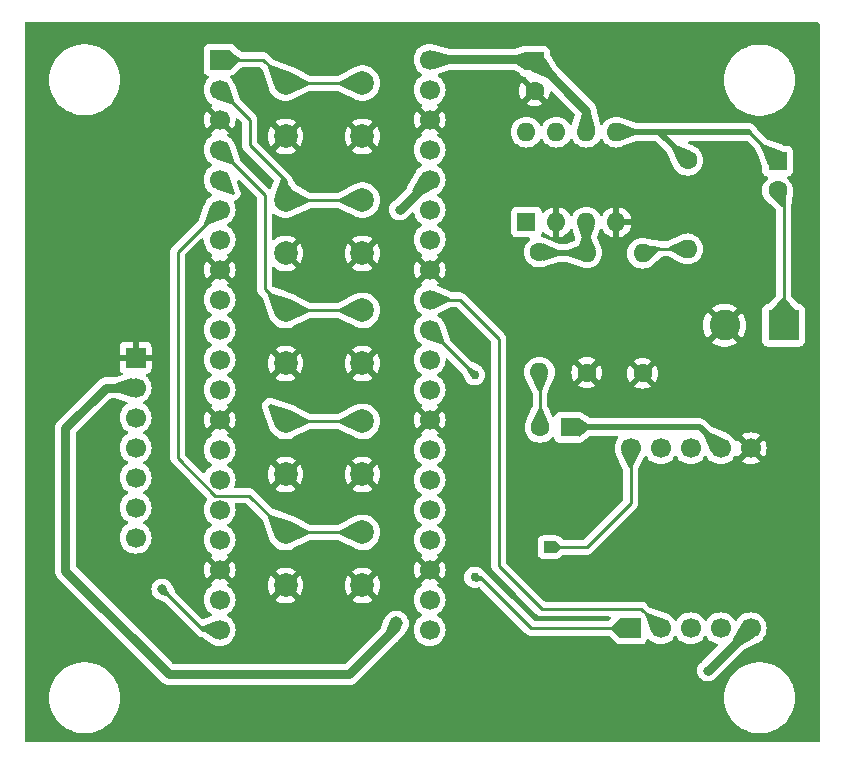
<source format=gbr>
%TF.GenerationSoftware,KiCad,Pcbnew,7.0.5*%
%TF.CreationDate,2023-06-30T21:32:19-07:00*%
%TF.ProjectId,ECE 299 - Radio Clock,45434520-3239-4392-902d-20526164696f,rev?*%
%TF.SameCoordinates,Original*%
%TF.FileFunction,Copper,L2,Bot*%
%TF.FilePolarity,Positive*%
%FSLAX46Y46*%
G04 Gerber Fmt 4.6, Leading zero omitted, Abs format (unit mm)*
G04 Created by KiCad (PCBNEW 7.0.5) date 2023-06-30 21:32:19*
%MOMM*%
%LPD*%
G01*
G04 APERTURE LIST*
%TA.AperFunction,ComponentPad*%
%ADD10R,2.600000X2.600000*%
%TD*%
%TA.AperFunction,ComponentPad*%
%ADD11C,2.600000*%
%TD*%
%TA.AperFunction,ComponentPad*%
%ADD12R,1.600000X1.600000*%
%TD*%
%TA.AperFunction,ComponentPad*%
%ADD13C,1.600000*%
%TD*%
%TA.AperFunction,ComponentPad*%
%ADD14O,1.600000X1.600000*%
%TD*%
%TA.AperFunction,ComponentPad*%
%ADD15R,1.700000X1.700000*%
%TD*%
%TA.AperFunction,ComponentPad*%
%ADD16C,1.700000*%
%TD*%
%TA.AperFunction,ComponentPad*%
%ADD17R,1.000000X1.000000*%
%TD*%
%TA.AperFunction,ComponentPad*%
%ADD18C,2.000000*%
%TD*%
%TA.AperFunction,ViaPad*%
%ADD19C,0.800000*%
%TD*%
%TA.AperFunction,ViaPad*%
%ADD20C,0.762000*%
%TD*%
%TA.AperFunction,ViaPad*%
%ADD21C,1.143000*%
%TD*%
%TA.AperFunction,Conductor*%
%ADD22C,0.254000*%
%TD*%
%TA.AperFunction,Conductor*%
%ADD23C,0.508000*%
%TD*%
%TA.AperFunction,Conductor*%
%ADD24C,0.250000*%
%TD*%
%TA.AperFunction,Conductor*%
%ADD25C,0.762000*%
%TD*%
G04 APERTURE END LIST*
D10*
%TO.P,Speaker1,1,1*%
%TO.N,Net-(C3-Pad2)*%
X186182000Y-72644000D03*
D11*
%TO.P,Speaker1,2,2*%
%TO.N,GND*%
X181182000Y-72644000D03*
%TD*%
D12*
%TO.P,C1,1*%
%TO.N,Net-(U2-ROUT)*%
X168060380Y-81280000D03*
D13*
%TO.P,C1,2*%
%TO.N,Net-(C1-Pad2)*%
X165560380Y-81280000D03*
%TD*%
%TO.P,R3,1*%
%TO.N,GND*%
X169522780Y-76657200D03*
D14*
%TO.P,R3,2*%
%TO.N,Net-(U3-+)*%
X169522780Y-66497200D03*
%TD*%
D13*
%TO.P,R2,1*%
%TO.N,Net-(U3-+)*%
X165509580Y-66446400D03*
D14*
%TO.P,R2,2*%
%TO.N,Net-(C1-Pad2)*%
X165509580Y-76606400D03*
%TD*%
D15*
%TO.P,U2,1,SDIO*%
%TO.N,Net-(U1-GP26{slash}ADC0)*%
X173228000Y-98298000D03*
D16*
%TO.P,U2,2,SCLK*%
%TO.N,Net-(U1-GP27{slash}ADC1)*%
X175768000Y-98298000D03*
%TO.P,U2,3,N/C*%
%TO.N,unconnected-(U2-N{slash}C-Pad3)*%
X178308000Y-98298000D03*
%TO.P,U2,4,N/C*%
%TO.N,unconnected-(U2-N{slash}C-Pad4)*%
X180848000Y-98298000D03*
%TO.P,U2,5,VDD*%
%TO.N,+3V3*%
X183388000Y-98298000D03*
%TO.P,U2,6,GND*%
%TO.N,GND*%
X183388000Y-83058000D03*
%TO.P,U2,7,ROUT*%
%TO.N,Net-(U2-ROUT)*%
X180848000Y-83058000D03*
%TO.P,U2,8,LOUT*%
%TO.N,unconnected-(U2-LOUT-Pad8)*%
X178308000Y-83058000D03*
%TO.P,U2,9,N/C*%
%TO.N,unconnected-(U2-N{slash}C-Pad9)*%
X175768000Y-83058000D03*
%TO.P,U2,10,FMIN*%
%TO.N,Net-(Antenna1-Pin_1)*%
X173228000Y-83058000D03*
%TD*%
D12*
%TO.P,C3,1*%
%TO.N,Net-(C3-Pad1)*%
X185677887Y-58728687D03*
D13*
%TO.P,C3,2*%
%TO.N,Net-(C3-Pad2)*%
X185677887Y-61228687D03*
%TD*%
D15*
%TO.P,DISP1,1,VSS/GND*%
%TO.N,GND*%
X131318000Y-75387200D03*
D16*
%TO.P,DISP1,2,VDD*%
%TO.N,+3V3*%
X131318000Y-77927200D03*
%TO.P,DISP1,3,SCLK*%
%TO.N,Net-(DISP1-SCLK)*%
X131318000Y-80467200D03*
%TO.P,DISP1,4,SDA*%
%TO.N,Net-(DISP1-SDA)*%
X131318000Y-83007200D03*
%TO.P,DISP1,5,RES*%
%TO.N,Net-(DISP1-RES)*%
X131318000Y-85547200D03*
%TO.P,DISP1,6,DC*%
%TO.N,Net-(DISP1-DC)*%
X131318000Y-88087200D03*
%TO.P,DISP1,7,CS*%
%TO.N,Net-(DISP1-CS)*%
X131318000Y-90627200D03*
%TD*%
D12*
%TO.P,C2,1*%
%TO.N,+5V*%
X165100000Y-50292000D03*
D13*
%TO.P,C2,2*%
%TO.N,GND*%
X165100000Y-52792000D03*
%TD*%
D16*
%TO.P,U1,40,VBUS*%
%TO.N,+5V*%
X156210000Y-50165000D03*
%TO.P,U1,39,VSYS*%
%TO.N,unconnected-(U1-VSYS-Pad39)*%
X156210000Y-52705000D03*
%TO.P,U1,38,GND*%
%TO.N,GND*%
X156210000Y-55245000D03*
%TO.P,U1,37,3V3_EN*%
%TO.N,unconnected-(U1-3V3_EN-Pad37)*%
X156210000Y-57785000D03*
%TO.P,U1,36,3V3*%
%TO.N,+3V3*%
X156210000Y-60325000D03*
%TO.P,U1,35,ADC_VREF*%
%TO.N,unconnected-(U1-ADC_VREF-Pad35)*%
X156210000Y-62865000D03*
%TO.P,U1,34,GP28/ADC2*%
%TO.N,unconnected-(U1-GP28{slash}ADC2-Pad34)*%
X156210000Y-65405000D03*
%TO.P,U1,33,GND*%
%TO.N,GND*%
X156210000Y-67945000D03*
%TO.P,U1,32,GP27/ADC1*%
%TO.N,Net-(U1-GP27{slash}ADC1)*%
X156210000Y-70485000D03*
%TO.P,U1,31,GP26/ADC0*%
%TO.N,Net-(U1-GP26{slash}ADC0)*%
X156210000Y-73025000D03*
%TO.P,U1,30,RUN*%
%TO.N,unconnected-(U1-RUN-Pad30)*%
X156210000Y-75565000D03*
%TO.P,U1,29,GP22*%
%TO.N,unconnected-(U1-GP22-Pad29)*%
X156210000Y-78105000D03*
%TO.P,U1,28,GND*%
%TO.N,GND*%
X156210000Y-80645000D03*
%TO.P,U1,27,GP21*%
%TO.N,unconnected-(U1-GP21-Pad27)*%
X156210000Y-83185000D03*
%TO.P,U1,26,GP20*%
%TO.N,unconnected-(U1-GP20-Pad26)*%
X156210000Y-85725000D03*
%TO.P,U1,25,GP19*%
%TO.N,unconnected-(U1-GP19-Pad25)*%
X156210000Y-88265000D03*
%TO.P,U1,24,GP18*%
%TO.N,unconnected-(U1-GP18-Pad24)*%
X156210000Y-90805000D03*
%TO.P,U1,23,GND*%
%TO.N,GND*%
X156210000Y-93345000D03*
%TO.P,U1,22,GP17*%
%TO.N,unconnected-(U1-GP17-Pad22)*%
X156210000Y-95885000D03*
%TO.P,U1,21,GP16*%
%TO.N,unconnected-(U1-GP16-Pad21)*%
X156210000Y-98425000D03*
%TO.P,U1,20,GP15*%
%TO.N,Net-(DISP1-SDA)*%
X138430000Y-98425000D03*
%TO.P,U1,19,GP14*%
%TO.N,Net-(DISP1-SCLK)*%
X138430000Y-95885000D03*
%TO.P,U1,18,GND*%
%TO.N,GND*%
X138430000Y-93345000D03*
%TO.P,U1,17,GP13*%
%TO.N,Net-(DISP1-CS)*%
X138430000Y-90805000D03*
%TO.P,U1,16,GP12*%
%TO.N,unconnected-(U1-GP12-Pad16)*%
X138430000Y-88265000D03*
%TO.P,U1,15,GP11*%
%TO.N,unconnected-(U1-GP11-Pad15)*%
X138430000Y-85725000D03*
%TO.P,U1,14,GP10*%
%TO.N,unconnected-(U1-GP10-Pad14)*%
X138430000Y-83185000D03*
%TO.P,U1,13,GND*%
%TO.N,GND*%
X138430000Y-80645000D03*
%TO.P,U1,12,GP9*%
%TO.N,unconnected-(U1-GP9-Pad12)*%
X138430000Y-78105000D03*
%TO.P,U1,11,GP8*%
%TO.N,unconnected-(U1-GP8-Pad11)*%
X138430000Y-75565000D03*
%TO.P,U1,10,GP7*%
%TO.N,Net-(DISP1-DC)*%
X138430000Y-73025000D03*
%TO.P,U1,9,GP6*%
%TO.N,Net-(DISP1-RES)*%
X138430000Y-70485000D03*
%TO.P,U1,8,GND*%
%TO.N,GND*%
X138430000Y-67945000D03*
%TO.P,U1,7,GP5*%
%TO.N,unconnected-(U1-GP5-Pad7)*%
X138430000Y-65405000D03*
%TO.P,U1,6,GP4*%
%TO.N,Net-(U1-GP4)*%
X138430000Y-62865000D03*
%TO.P,U1,5,GP3*%
%TO.N,Net-(U1-GP3)*%
X138430000Y-60325000D03*
%TO.P,U1,4,GP2*%
%TO.N,Net-(U1-GP2)*%
X138430000Y-57785000D03*
%TO.P,U1,3,GND*%
%TO.N,GND*%
X138430000Y-55245000D03*
%TO.P,U1,2,GP1*%
%TO.N,Net-(U1-GP1)*%
X138430000Y-52705000D03*
D15*
%TO.P,U1,1,GP0*%
%TO.N,Net-(U1-GP0)*%
X138430000Y-50165000D03*
%TD*%
D13*
%TO.P,R1,1*%
%TO.N,GND*%
X174244000Y-76708000D03*
D14*
%TO.P,R1,2*%
%TO.N,Net-(C4-Pad2)*%
X174244000Y-66548000D03*
%TD*%
D13*
%TO.P,C4,1*%
%TO.N,Net-(C3-Pad1)*%
X178054000Y-58674000D03*
D14*
%TO.P,C4,2*%
%TO.N,Net-(C4-Pad2)*%
X178054000Y-66174000D03*
%TD*%
D12*
%TO.P,U3,1,GAIN*%
%TO.N,unconnected-(U3-GAIN-Pad1)*%
X164391980Y-63909580D03*
D14*
%TO.P,U3,2,-*%
%TO.N,GND*%
X166931980Y-63909580D03*
%TO.P,U3,3,+*%
%TO.N,Net-(U3-+)*%
X169471980Y-63909580D03*
%TO.P,U3,4,GND*%
%TO.N,GND*%
X172011980Y-63909580D03*
%TO.P,U3,5*%
%TO.N,Net-(C3-Pad1)*%
X172011980Y-56289580D03*
%TO.P,U3,6,V+*%
%TO.N,+5V*%
X169471980Y-56289580D03*
%TO.P,U3,7,BYPASS*%
%TO.N,unconnected-(U3-BYPASS-Pad7)*%
X166931980Y-56289580D03*
%TO.P,U3,8,GAIN*%
%TO.N,unconnected-(U3-GAIN-Pad8)*%
X164391980Y-56289580D03*
%TD*%
D17*
%TO.P,Antenna1,1,Pin_1*%
%TO.N,Net-(Antenna1-Pin_1)*%
X166371000Y-91440000D03*
%TD*%
D18*
%TO.P,SW1,2,2*%
%TO.N,Net-(U1-GP4)*%
X150518000Y-90170000D03*
X144018000Y-90170000D03*
%TO.P,SW1,1,1*%
%TO.N,GND*%
X150518000Y-94670000D03*
X144018000Y-94670000D03*
%TD*%
%TO.P,SW5,1,1*%
%TO.N,GND*%
X144018000Y-56642000D03*
X150518000Y-56642000D03*
%TO.P,SW5,2,2*%
%TO.N,Net-(U1-GP0)*%
X144018000Y-52142000D03*
X150518000Y-52142000D03*
%TD*%
%TO.P,SW4,1,1*%
%TO.N,GND*%
X144018000Y-66548000D03*
X150518000Y-66548000D03*
%TO.P,SW4,2,2*%
%TO.N,Net-(U1-GP1)*%
X144018000Y-62048000D03*
X150518000Y-62048000D03*
%TD*%
%TO.P,SW2,1,1*%
%TO.N,GND*%
X144018000Y-85272000D03*
X150518000Y-85272000D03*
%TO.P,SW2,2,2*%
%TO.N,Net-(U1-GP3)*%
X144018000Y-80772000D03*
X150518000Y-80772000D03*
%TD*%
%TO.P,SW3,1,1*%
%TO.N,GND*%
X144018000Y-75874000D03*
X150518000Y-75874000D03*
%TO.P,SW3,2,2*%
%TO.N,Net-(U1-GP2)*%
X144018000Y-71374000D03*
X150518000Y-71374000D03*
%TD*%
D19*
%TO.N,Net-(DISP1-SDA)*%
X133553200Y-94996000D03*
D20*
%TO.N,Net-(U1-GP26{slash}ADC0)*%
X160020000Y-76835000D03*
X160020000Y-93980000D03*
D19*
%TO.N,+3V3*%
X179755800Y-101876220D03*
X153670000Y-62865000D03*
D21*
X153389717Y-97890781D03*
%TD*%
D22*
%TO.N,Net-(U1-GP4)*%
X134874000Y-66421000D02*
X138430000Y-62865000D01*
X138059424Y-87059400D02*
X134874000Y-83873976D01*
X140907400Y-87059400D02*
X138059424Y-87059400D01*
X134874000Y-83873976D02*
X134874000Y-66421000D01*
X144018000Y-90170000D02*
X140907400Y-87059400D01*
%TO.N,Net-(U1-GP1)*%
X140970000Y-55245000D02*
X138430000Y-52705000D01*
X140970000Y-57404000D02*
X140970000Y-55245000D01*
X144018000Y-60452000D02*
X140970000Y-57404000D01*
X144018000Y-62048000D02*
X144018000Y-60452000D01*
%TO.N,Net-(U1-GP4)*%
X150518000Y-90170000D02*
X144018000Y-90170000D01*
%TO.N,Net-(U1-GP3)*%
X150518000Y-80772000D02*
X144018000Y-80772000D01*
%TO.N,Net-(U1-GP2)*%
X144018000Y-71374000D02*
X142240000Y-69596000D01*
X142240000Y-69596000D02*
X142240000Y-61595000D01*
X142240000Y-61595000D02*
X138430000Y-57785000D01*
X150518000Y-71374000D02*
X144018000Y-71374000D01*
%TO.N,Net-(U1-GP1)*%
X150518000Y-62048000D02*
X144018000Y-62048000D01*
%TO.N,Net-(U1-GP0)*%
X142113000Y-50165000D02*
X138430000Y-50165000D01*
X144018000Y-52070000D02*
X142113000Y-50165000D01*
X144018000Y-52142000D02*
X144018000Y-52070000D01*
X144018000Y-52142000D02*
X150518000Y-52142000D01*
D23*
%TO.N,Net-(U2-ROUT)*%
X179070000Y-81280000D02*
X180848000Y-83058000D01*
X168060380Y-81280000D02*
X179070000Y-81280000D01*
D24*
%TO.N,Net-(Antenna1-Pin_1)*%
X173228000Y-87687821D02*
X169520600Y-91395221D01*
X173228000Y-83058000D02*
X173228000Y-87687821D01*
%TO.N,Net-(U1-GP27{slash}ADC1)*%
X162052000Y-73787000D02*
X162052000Y-93014800D01*
X158750000Y-70485000D02*
X162052000Y-73787000D01*
X162052000Y-93014800D02*
X165709600Y-96672400D01*
X156210000Y-70485000D02*
X158750000Y-70485000D01*
D22*
%TO.N,Net-(U1-GP26{slash}ADC0)*%
X160020000Y-93980000D02*
X160480017Y-93980000D01*
X160480017Y-93980000D02*
X164774719Y-98274702D01*
%TO.N,Net-(C3-Pad2)*%
X186182000Y-61732800D02*
X185677887Y-61228687D01*
X186182000Y-72644000D02*
X186182000Y-61732800D01*
%TO.N,Net-(C4-Pad2)*%
X178054000Y-66174000D02*
X174618000Y-66174000D01*
X174618000Y-66174000D02*
X174244000Y-66548000D01*
%TO.N,Net-(C3-Pad1)*%
X185677887Y-58728687D02*
X183238780Y-56289580D01*
%TO.N,Net-(C1-Pad2)*%
X165560380Y-76657200D02*
X165509580Y-76606400D01*
X165560380Y-81280000D02*
X165560380Y-76657200D01*
D23*
%TO.N,Net-(C3-Pad1)*%
X175466380Y-56289580D02*
X175669580Y-56289580D01*
X175669580Y-56289580D02*
X178054000Y-58674000D01*
D25*
%TO.N,+5V*%
X156257620Y-50117380D02*
X165074600Y-50117380D01*
D24*
%TO.N,Net-(U1-GP27{slash}ADC1)*%
X165709600Y-96672400D02*
X174142400Y-96672400D01*
X174142400Y-96672400D02*
X175768000Y-98298000D01*
%TO.N,Net-(Antenna1-Pin_1)*%
X169520600Y-91395221D02*
X169520600Y-91440000D01*
D22*
%TO.N,Net-(U1-GP26{slash}ADC0)*%
X164798017Y-98298000D02*
X173228000Y-98298000D01*
D23*
%TO.N,Net-(U3-+)*%
X169471980Y-63909580D02*
X169471980Y-66446400D01*
D24*
X165560380Y-66497200D02*
X165509580Y-66446400D01*
X169471980Y-66446400D02*
X169522780Y-66497200D01*
D23*
X169522780Y-66497200D02*
X165560380Y-66497200D01*
%TO.N,Net-(C3-Pad1)*%
X175466380Y-56289580D02*
X183238780Y-56289580D01*
X172011980Y-56289580D02*
X175466380Y-56289580D01*
D24*
%TO.N,Net-(DISP1-SDA)*%
X133553200Y-94996000D02*
X136982200Y-98425000D01*
X136982200Y-98425000D02*
X138430000Y-98425000D01*
D22*
%TO.N,Net-(U1-GP26{slash}ADC0)*%
X156210000Y-73025000D02*
X160020000Y-76835000D01*
D24*
%TO.N,Net-(Antenna1-Pin_1)*%
X169520600Y-91440000D02*
X166371000Y-91440000D01*
D25*
%TO.N,+5V*%
X169471980Y-54463960D02*
X169471980Y-56289580D01*
X156210000Y-50165000D02*
X156257620Y-50117380D01*
X165100000Y-50091980D02*
X169471980Y-54463960D01*
%TO.N,+3V3*%
X128828800Y-77927200D02*
X131318000Y-77927200D01*
X153389717Y-98222683D02*
X149402800Y-102209600D01*
X134162800Y-102209600D02*
X125374400Y-93421200D01*
X156210000Y-60325000D02*
X153670000Y-62865000D01*
X149402800Y-102209600D02*
X134162800Y-102209600D01*
X153389717Y-97890781D02*
X153389717Y-98222683D01*
X183388000Y-98298000D02*
X179755800Y-101876220D01*
X125374400Y-81381600D02*
X128828800Y-77927200D01*
X153389717Y-98144717D02*
X153389717Y-97890781D01*
X125374400Y-93421200D02*
X125374400Y-81381600D01*
%TD*%
%TA.AperFunction,Conductor*%
%TO.N,GND*%
G36*
X136993675Y-65291257D02*
G01*
X137049608Y-65333129D01*
X137074025Y-65398593D01*
X137074193Y-65403318D01*
X137094936Y-65640403D01*
X137094938Y-65640413D01*
X137156094Y-65868655D01*
X137156096Y-65868659D01*
X137156097Y-65868663D01*
X137240299Y-66049234D01*
X137255965Y-66082830D01*
X137255967Y-66082834D01*
X137349991Y-66217113D01*
X137391505Y-66276401D01*
X137558599Y-66443495D01*
X137707849Y-66548001D01*
X137744594Y-66573730D01*
X137788218Y-66628307D01*
X137795411Y-66697806D01*
X137763889Y-66760160D01*
X137744593Y-66776880D01*
X137668626Y-66830072D01*
X137668625Y-66830072D01*
X138297466Y-67458913D01*
X138287685Y-67460320D01*
X138156900Y-67520048D01*
X138048239Y-67614202D01*
X137970507Y-67735156D01*
X137946923Y-67815476D01*
X137315072Y-67183625D01*
X137256401Y-67267419D01*
X137156570Y-67481507D01*
X137156566Y-67481516D01*
X137095432Y-67709673D01*
X137095430Y-67709684D01*
X137074843Y-67944998D01*
X137074843Y-67945001D01*
X137095430Y-68180315D01*
X137095432Y-68180326D01*
X137156566Y-68408483D01*
X137156570Y-68408492D01*
X137256400Y-68622579D01*
X137256402Y-68622583D01*
X137315072Y-68706373D01*
X137315073Y-68706373D01*
X137946923Y-68074523D01*
X137970507Y-68154844D01*
X138048239Y-68275798D01*
X138156900Y-68369952D01*
X138287685Y-68429680D01*
X138297466Y-68431086D01*
X137668625Y-69059925D01*
X137744594Y-69113119D01*
X137788219Y-69167696D01*
X137795413Y-69237194D01*
X137763890Y-69299549D01*
X137744595Y-69316269D01*
X137558594Y-69446508D01*
X137391505Y-69613597D01*
X137255965Y-69807169D01*
X137255964Y-69807171D01*
X137156098Y-70021335D01*
X137156094Y-70021344D01*
X137094938Y-70249586D01*
X137094936Y-70249596D01*
X137074341Y-70484999D01*
X137074341Y-70485000D01*
X137094936Y-70720403D01*
X137094938Y-70720413D01*
X137156094Y-70948655D01*
X137156096Y-70948659D01*
X137156097Y-70948663D01*
X137238874Y-71126179D01*
X137255965Y-71162830D01*
X137255967Y-71162834D01*
X137391501Y-71356395D01*
X137391506Y-71356402D01*
X137558597Y-71523493D01*
X137558603Y-71523498D01*
X137744158Y-71653425D01*
X137787783Y-71708002D01*
X137794977Y-71777500D01*
X137763454Y-71839855D01*
X137744158Y-71856575D01*
X137558597Y-71986505D01*
X137391505Y-72153597D01*
X137255965Y-72347169D01*
X137255964Y-72347171D01*
X137156098Y-72561335D01*
X137156094Y-72561344D01*
X137094938Y-72789586D01*
X137094936Y-72789596D01*
X137074341Y-73024999D01*
X137074341Y-73025000D01*
X137094936Y-73260403D01*
X137094938Y-73260413D01*
X137156094Y-73488655D01*
X137156096Y-73488659D01*
X137156097Y-73488663D01*
X137178456Y-73536612D01*
X137255965Y-73702830D01*
X137255967Y-73702834D01*
X137391501Y-73896395D01*
X137391506Y-73896402D01*
X137558597Y-74063493D01*
X137558603Y-74063498D01*
X137744158Y-74193425D01*
X137787783Y-74248002D01*
X137794977Y-74317500D01*
X137763454Y-74379855D01*
X137744158Y-74396575D01*
X137558597Y-74526505D01*
X137391505Y-74693597D01*
X137255965Y-74887169D01*
X137255964Y-74887171D01*
X137156098Y-75101335D01*
X137156094Y-75101344D01*
X137094938Y-75329586D01*
X137094936Y-75329596D01*
X137074341Y-75564999D01*
X137074341Y-75565000D01*
X137094936Y-75800403D01*
X137094938Y-75800413D01*
X137156094Y-76028655D01*
X137156096Y-76028659D01*
X137156097Y-76028663D01*
X137199495Y-76121729D01*
X137255965Y-76242830D01*
X137255967Y-76242834D01*
X137364281Y-76397521D01*
X137387435Y-76430589D01*
X137391501Y-76436395D01*
X137391506Y-76436402D01*
X137558597Y-76603493D01*
X137558603Y-76603498D01*
X137744158Y-76733425D01*
X137787783Y-76788002D01*
X137794977Y-76857500D01*
X137763454Y-76919855D01*
X137744158Y-76936575D01*
X137558597Y-77066505D01*
X137391505Y-77233597D01*
X137255965Y-77427169D01*
X137255964Y-77427171D01*
X137156098Y-77641335D01*
X137156094Y-77641344D01*
X137094938Y-77869586D01*
X137094936Y-77869596D01*
X137074341Y-78104999D01*
X137074341Y-78105000D01*
X137094936Y-78340403D01*
X137094938Y-78340413D01*
X137156094Y-78568655D01*
X137156096Y-78568659D01*
X137156097Y-78568663D01*
X137255965Y-78782829D01*
X137255965Y-78782830D01*
X137255967Y-78782834D01*
X137348999Y-78915696D01*
X137391505Y-78976401D01*
X137558599Y-79143495D01*
X137741899Y-79271843D01*
X137744594Y-79273730D01*
X137788218Y-79328307D01*
X137795411Y-79397806D01*
X137763889Y-79460160D01*
X137744593Y-79476880D01*
X137668626Y-79530072D01*
X137668625Y-79530072D01*
X138297466Y-80158913D01*
X138287685Y-80160320D01*
X138156900Y-80220048D01*
X138048239Y-80314202D01*
X137970507Y-80435156D01*
X137946923Y-80515476D01*
X137315072Y-79883625D01*
X137256401Y-79967419D01*
X137156570Y-80181507D01*
X137156566Y-80181516D01*
X137095432Y-80409673D01*
X137095430Y-80409684D01*
X137074843Y-80644998D01*
X137074843Y-80645001D01*
X137095430Y-80880315D01*
X137095432Y-80880326D01*
X137156566Y-81108483D01*
X137156570Y-81108492D01*
X137256400Y-81322579D01*
X137256402Y-81322583D01*
X137315072Y-81406373D01*
X137315073Y-81406373D01*
X137946923Y-80774523D01*
X137970507Y-80854844D01*
X138048239Y-80975798D01*
X138156900Y-81069952D01*
X138287685Y-81129680D01*
X138297466Y-81131086D01*
X137668625Y-81759925D01*
X137744594Y-81813119D01*
X137788219Y-81867696D01*
X137795413Y-81937194D01*
X137763890Y-81999549D01*
X137744595Y-82016269D01*
X137558594Y-82146508D01*
X137391505Y-82313597D01*
X137255965Y-82507169D01*
X137255964Y-82507171D01*
X137156098Y-82721335D01*
X137156094Y-82721344D01*
X137094938Y-82949586D01*
X137094936Y-82949596D01*
X137074341Y-83184999D01*
X137074341Y-83185000D01*
X137094936Y-83420403D01*
X137094938Y-83420413D01*
X137156094Y-83648655D01*
X137156096Y-83648659D01*
X137156097Y-83648663D01*
X137233406Y-83814453D01*
X137255965Y-83862830D01*
X137255967Y-83862834D01*
X137391501Y-84056395D01*
X137391506Y-84056402D01*
X137558597Y-84223493D01*
X137558603Y-84223498D01*
X137744158Y-84353425D01*
X137787783Y-84408002D01*
X137794977Y-84477500D01*
X137763454Y-84539855D01*
X137744158Y-84556575D01*
X137558597Y-84686505D01*
X137391505Y-84853597D01*
X137255965Y-85047169D01*
X137255961Y-85047176D01*
X137228610Y-85105830D01*
X137182437Y-85158269D01*
X137115243Y-85177420D01*
X137048363Y-85157203D01*
X137028548Y-85141105D01*
X135537819Y-83650376D01*
X135504334Y-83589053D01*
X135501500Y-83562695D01*
X135501500Y-66732280D01*
X135521185Y-66665241D01*
X135537814Y-66644604D01*
X136862660Y-65319757D01*
X136923983Y-65286273D01*
X136993675Y-65291257D01*
G37*
%TD.AperFunction*%
%TA.AperFunction,Conductor*%
G36*
X139990360Y-55153224D02*
G01*
X139996838Y-55159256D01*
X140306181Y-55468599D01*
X140339666Y-55529922D01*
X140342500Y-55556280D01*
X140342500Y-57321032D01*
X140340772Y-57336681D01*
X140341054Y-57336708D01*
X140340319Y-57344475D01*
X140342469Y-57412890D01*
X140342500Y-57414837D01*
X140342500Y-57443477D01*
X140343371Y-57450380D01*
X140343829Y-57456199D01*
X140345298Y-57502942D01*
X140350916Y-57522275D01*
X140354861Y-57541327D01*
X140355128Y-57543432D01*
X140357383Y-57561287D01*
X140357386Y-57561299D01*
X140374595Y-57604765D01*
X140376487Y-57610293D01*
X140389530Y-57655187D01*
X140389530Y-57655188D01*
X140399777Y-57672515D01*
X140408335Y-57689985D01*
X140415745Y-57708701D01*
X140443229Y-57746529D01*
X140446437Y-57751413D01*
X140470234Y-57791652D01*
X140470240Y-57791660D01*
X140484469Y-57805888D01*
X140497106Y-57820684D01*
X140500778Y-57825738D01*
X140508934Y-57836964D01*
X140508936Y-57836965D01*
X140508937Y-57836967D01*
X140544957Y-57866765D01*
X140549268Y-57870687D01*
X141780579Y-59101998D01*
X142996535Y-60317954D01*
X143030020Y-60379277D01*
X143025036Y-60448969D01*
X143024412Y-60450606D01*
X142801576Y-61023207D01*
X142758918Y-61078543D01*
X142693115Y-61102033D01*
X142625059Y-61086218D01*
X142598337Y-61065917D01*
X140184253Y-58651834D01*
X140154984Y-58605367D01*
X139715549Y-57358364D01*
X139709142Y-57340182D01*
X139707731Y-57335628D01*
X139703903Y-57321337D01*
X139699441Y-57311768D01*
X139697163Y-57306189D01*
X139695028Y-57300129D01*
X139692675Y-57293730D01*
X139691235Y-57289969D01*
X139663110Y-57229005D01*
X139663108Y-57229002D01*
X139659789Y-57223425D01*
X139660014Y-57223290D01*
X139651693Y-57209373D01*
X139632536Y-57168292D01*
X139604035Y-57107171D01*
X139599868Y-57101219D01*
X139468494Y-56913597D01*
X139301402Y-56746506D01*
X139301401Y-56746505D01*
X139115405Y-56616269D01*
X139071781Y-56561692D01*
X139064588Y-56492193D01*
X139096110Y-56429839D01*
X139115405Y-56413119D01*
X139191373Y-56359925D01*
X138562533Y-55731086D01*
X138572315Y-55729680D01*
X138703100Y-55669952D01*
X138811761Y-55575798D01*
X138889493Y-55454844D01*
X138913076Y-55374524D01*
X139544925Y-56006373D01*
X139544926Y-56006373D01*
X139603598Y-55922582D01*
X139603600Y-55922578D01*
X139703429Y-55708492D01*
X139703433Y-55708483D01*
X139764567Y-55480326D01*
X139764569Y-55480315D01*
X139785629Y-55239607D01*
X139787267Y-55239750D01*
X139804842Y-55179898D01*
X139857646Y-55134143D01*
X139926804Y-55124199D01*
X139990360Y-55153224D01*
G37*
%TD.AperFunction*%
%TA.AperFunction,Conductor*%
G36*
X167181980Y-65188452D02*
G01*
X167378297Y-65135849D01*
X167378306Y-65135845D01*
X167584462Y-65039714D01*
X167770800Y-64909237D01*
X167931637Y-64748400D01*
X168062114Y-64562061D01*
X168062115Y-64562059D01*
X168081841Y-64519758D01*
X168128013Y-64467318D01*
X168195206Y-64448166D01*
X168262087Y-64468381D01*
X168307422Y-64521546D01*
X168310328Y-64528623D01*
X168378326Y-64709984D01*
X168558757Y-65191227D01*
X168563860Y-65260910D01*
X168560109Y-65274497D01*
X168505387Y-65436249D01*
X168465257Y-65493444D01*
X168431459Y-65512618D01*
X167908058Y-65708858D01*
X167858308Y-65727511D01*
X167838848Y-65734807D01*
X167795316Y-65742700D01*
X167237573Y-65742700D01*
X167189804Y-65733130D01*
X167176327Y-65727504D01*
X166021259Y-65245317D01*
X165985488Y-65232620D01*
X165981485Y-65231199D01*
X165976019Y-65228960D01*
X165956076Y-65219661D01*
X165956075Y-65219660D01*
X165736277Y-65160766D01*
X165736274Y-65160765D01*
X165736272Y-65160765D01*
X165724459Y-65159731D01*
X165717232Y-65159099D01*
X165652164Y-65133645D01*
X165611187Y-65077053D01*
X165607311Y-65007291D01*
X165628778Y-64961258D01*
X165635776Y-64951911D01*
X165686071Y-64817063D01*
X165689924Y-64781224D01*
X165716659Y-64716678D01*
X165774050Y-64676828D01*
X165843875Y-64674333D01*
X165903965Y-64709984D01*
X165914786Y-64723357D01*
X165932321Y-64748399D01*
X166093159Y-64909237D01*
X166279497Y-65039714D01*
X166485653Y-65135845D01*
X166485662Y-65135849D01*
X166681979Y-65188452D01*
X166681980Y-65188451D01*
X166681980Y-64225266D01*
X166693935Y-64237221D01*
X166806832Y-64294745D01*
X166900499Y-64309580D01*
X166963461Y-64309580D01*
X167057128Y-64294745D01*
X167170025Y-64237221D01*
X167181980Y-64225266D01*
X167181980Y-65188452D01*
G37*
%TD.AperFunction*%
%TA.AperFunction,Conductor*%
G36*
X189172539Y-47010185D02*
G01*
X189218294Y-47062989D01*
X189229500Y-47114500D01*
X189229500Y-107825500D01*
X189209815Y-107892539D01*
X189157011Y-107938294D01*
X189105500Y-107949500D01*
X122044500Y-107949500D01*
X121977461Y-107929815D01*
X121931706Y-107877011D01*
X121920500Y-107825500D01*
X121920500Y-104188003D01*
X123994415Y-104188003D01*
X124014738Y-104536927D01*
X124014739Y-104536938D01*
X124075428Y-104881127D01*
X124075430Y-104881134D01*
X124175674Y-105215972D01*
X124314107Y-105536895D01*
X124314113Y-105536908D01*
X124488870Y-105839597D01*
X124697584Y-106119949D01*
X124697589Y-106119955D01*
X124821463Y-106251253D01*
X124937442Y-106374183D01*
X125113903Y-106522251D01*
X125205186Y-106598847D01*
X125205194Y-106598853D01*
X125497203Y-106790911D01*
X125497207Y-106790913D01*
X125809549Y-106947777D01*
X126137989Y-107067319D01*
X126478086Y-107147923D01*
X126825241Y-107188500D01*
X126825248Y-107188500D01*
X127174752Y-107188500D01*
X127174759Y-107188500D01*
X127521914Y-107147923D01*
X127862011Y-107067319D01*
X128190451Y-106947777D01*
X128502793Y-106790913D01*
X128794811Y-106598849D01*
X129062558Y-106374183D01*
X129302412Y-106119953D01*
X129511130Y-105839596D01*
X129685889Y-105536904D01*
X129824326Y-105215971D01*
X129924569Y-104881136D01*
X129985262Y-104536927D01*
X130005585Y-104188003D01*
X181144415Y-104188003D01*
X181164738Y-104536927D01*
X181164739Y-104536938D01*
X181225428Y-104881127D01*
X181225430Y-104881134D01*
X181325674Y-105215972D01*
X181464107Y-105536895D01*
X181464113Y-105536908D01*
X181638870Y-105839597D01*
X181847584Y-106119949D01*
X181847589Y-106119955D01*
X181971463Y-106251253D01*
X182087442Y-106374183D01*
X182263903Y-106522251D01*
X182355186Y-106598847D01*
X182355194Y-106598853D01*
X182647203Y-106790911D01*
X182647207Y-106790913D01*
X182959549Y-106947777D01*
X183287989Y-107067319D01*
X183628086Y-107147923D01*
X183975241Y-107188500D01*
X183975248Y-107188500D01*
X184324752Y-107188500D01*
X184324759Y-107188500D01*
X184671914Y-107147923D01*
X185012011Y-107067319D01*
X185340451Y-106947777D01*
X185652793Y-106790913D01*
X185944811Y-106598849D01*
X186212558Y-106374183D01*
X186452412Y-106119953D01*
X186661130Y-105839596D01*
X186835889Y-105536904D01*
X186974326Y-105215971D01*
X187074569Y-104881136D01*
X187135262Y-104536927D01*
X187155585Y-104188000D01*
X187135262Y-103839073D01*
X187074817Y-103496268D01*
X187074571Y-103494872D01*
X187074569Y-103494865D01*
X186974325Y-103160027D01*
X186946695Y-103095973D01*
X186835889Y-102839096D01*
X186661130Y-102536404D01*
X186661129Y-102536402D01*
X186452415Y-102256050D01*
X186452410Y-102256044D01*
X186336433Y-102133117D01*
X186212558Y-102001817D01*
X186062876Y-101876219D01*
X185944813Y-101777152D01*
X185944805Y-101777146D01*
X185652796Y-101585088D01*
X185340458Y-101428226D01*
X185340452Y-101428223D01*
X185012012Y-101308681D01*
X185012009Y-101308680D01*
X184671915Y-101228077D01*
X184628519Y-101223004D01*
X184324759Y-101187500D01*
X183975241Y-101187500D01*
X183671480Y-101223004D01*
X183628085Y-101228077D01*
X183628083Y-101228077D01*
X183287990Y-101308680D01*
X183287987Y-101308681D01*
X182959547Y-101428223D01*
X182959541Y-101428226D01*
X182647203Y-101585088D01*
X182355194Y-101777146D01*
X182355186Y-101777152D01*
X182087442Y-102001817D01*
X182087440Y-102001819D01*
X181847589Y-102256044D01*
X181847584Y-102256050D01*
X181638870Y-102536402D01*
X181464113Y-102839091D01*
X181464107Y-102839104D01*
X181325674Y-103160027D01*
X181225430Y-103494865D01*
X181225428Y-103494872D01*
X181164739Y-103839061D01*
X181164738Y-103839072D01*
X181144415Y-104187996D01*
X181144415Y-104188003D01*
X130005585Y-104188003D01*
X130005585Y-104188000D01*
X129985262Y-103839073D01*
X129924817Y-103496268D01*
X129924571Y-103494872D01*
X129924569Y-103494865D01*
X129824325Y-103160027D01*
X129796695Y-103095973D01*
X129685889Y-102839096D01*
X129511130Y-102536404D01*
X129511129Y-102536402D01*
X129302415Y-102256050D01*
X129302410Y-102256044D01*
X129186433Y-102133117D01*
X129062558Y-102001817D01*
X128912876Y-101876219D01*
X128794813Y-101777152D01*
X128794805Y-101777146D01*
X128502796Y-101585088D01*
X128190458Y-101428226D01*
X128190452Y-101428223D01*
X127862012Y-101308681D01*
X127862009Y-101308680D01*
X127521915Y-101228077D01*
X127478519Y-101223004D01*
X127174759Y-101187500D01*
X126825241Y-101187500D01*
X126521480Y-101223004D01*
X126478085Y-101228077D01*
X126478083Y-101228077D01*
X126137990Y-101308680D01*
X126137987Y-101308681D01*
X125809547Y-101428223D01*
X125809541Y-101428226D01*
X125497203Y-101585088D01*
X125205194Y-101777146D01*
X125205186Y-101777152D01*
X124937442Y-102001817D01*
X124937440Y-102001819D01*
X124697589Y-102256044D01*
X124697584Y-102256050D01*
X124488870Y-102536402D01*
X124314113Y-102839091D01*
X124314107Y-102839104D01*
X124175674Y-103160027D01*
X124075430Y-103494865D01*
X124075428Y-103494872D01*
X124014739Y-103839061D01*
X124014738Y-103839072D01*
X123994415Y-104187996D01*
X123994415Y-104188003D01*
X121920500Y-104188003D01*
X121920500Y-93445208D01*
X124488026Y-93445208D01*
X124488027Y-93445214D01*
X124499246Y-93527565D01*
X124499450Y-93529230D01*
X124508433Y-93611813D01*
X124508433Y-93611816D01*
X124508520Y-93612072D01*
X124513871Y-93634905D01*
X124513909Y-93635187D01*
X124513911Y-93635194D01*
X124542582Y-93713236D01*
X124543139Y-93714819D01*
X124569656Y-93793517D01*
X124569801Y-93793759D01*
X124579932Y-93814900D01*
X124580027Y-93815160D01*
X124580033Y-93815171D01*
X124624772Y-93885165D01*
X124625657Y-93886592D01*
X124668507Y-93957808D01*
X124668508Y-93957810D01*
X124668694Y-93958006D01*
X124683148Y-93976494D01*
X124683293Y-93976721D01*
X124683297Y-93976726D01*
X124742032Y-94035461D01*
X124743204Y-94036665D01*
X124800360Y-94097005D01*
X124800363Y-94097007D01*
X124800587Y-94097159D01*
X124818685Y-94112115D01*
X133512371Y-102805800D01*
X133515775Y-102809493D01*
X133553017Y-102853339D01*
X133586299Y-102878638D01*
X133619210Y-102903657D01*
X133620487Y-102904656D01*
X133685253Y-102956715D01*
X133685482Y-102956828D01*
X133705435Y-102969203D01*
X133705659Y-102969374D01*
X133781130Y-103004289D01*
X133782569Y-103004979D01*
X133857025Y-103041907D01*
X133857279Y-103041970D01*
X133879441Y-103049773D01*
X133879676Y-103049882D01*
X133935420Y-103062152D01*
X133960805Y-103067740D01*
X133962441Y-103068123D01*
X133985448Y-103073844D01*
X134043096Y-103088181D01*
X134043365Y-103088188D01*
X134066671Y-103091043D01*
X134066930Y-103091100D01*
X134066931Y-103091100D01*
X134149996Y-103091100D01*
X134151674Y-103091123D01*
X134188700Y-103092125D01*
X134234763Y-103093373D01*
X134235030Y-103093321D01*
X134258397Y-103091100D01*
X149364446Y-103091100D01*
X149369481Y-103091305D01*
X149394062Y-103093306D01*
X149426811Y-103095973D01*
X149509202Y-103084747D01*
X149510808Y-103084550D01*
X149593414Y-103075567D01*
X149593669Y-103075480D01*
X149616514Y-103070127D01*
X149616794Y-103070089D01*
X149694848Y-103041411D01*
X149696412Y-103040862D01*
X149775115Y-103014345D01*
X149775339Y-103014210D01*
X149796523Y-103004058D01*
X149796770Y-103003968D01*
X149866827Y-102959187D01*
X149868166Y-102958357D01*
X149939407Y-102915494D01*
X149939593Y-102915317D01*
X149958106Y-102900843D01*
X149958325Y-102900704D01*
X150017079Y-102841948D01*
X150018250Y-102840808D01*
X150078608Y-102783636D01*
X150078757Y-102783414D01*
X150093711Y-102765316D01*
X153401755Y-99457272D01*
X153406437Y-99453047D01*
X153435071Y-99429743D01*
X153502617Y-99356480D01*
X153504290Y-99354737D01*
X153985923Y-98873104D01*
X153989591Y-98869722D01*
X154033456Y-98832465D01*
X154083788Y-98766252D01*
X154084790Y-98764972D01*
X154087450Y-98761663D01*
X154136833Y-98700230D01*
X154136944Y-98700005D01*
X154149332Y-98680033D01*
X154149491Y-98679824D01*
X154164417Y-98647560D01*
X154182150Y-98620862D01*
X154181874Y-98620654D01*
X154185321Y-98616088D01*
X154185332Y-98616073D01*
X154185340Y-98616064D01*
X154305053Y-98457537D01*
X154305053Y-98457535D01*
X154305055Y-98457534D01*
X154393610Y-98279691D01*
X154393610Y-98279688D01*
X154393612Y-98279686D01*
X154447978Y-98088606D01*
X154447979Y-98088603D01*
X154466310Y-97890781D01*
X154466310Y-97890780D01*
X154447979Y-97692958D01*
X154447978Y-97692955D01*
X154393612Y-97501875D01*
X154393609Y-97501869D01*
X154336165Y-97386506D01*
X154305055Y-97324028D01*
X154198151Y-97182464D01*
X154185327Y-97165482D01*
X154038510Y-97031642D01*
X154038509Y-97031641D01*
X153974184Y-96991812D01*
X153869597Y-96927054D01*
X153869595Y-96927053D01*
X153684344Y-96855287D01*
X153684343Y-96855286D01*
X153684341Y-96855286D01*
X153489052Y-96818781D01*
X153290382Y-96818781D01*
X153095093Y-96855286D01*
X153095091Y-96855286D01*
X153095089Y-96855287D01*
X152909838Y-96927053D01*
X152909836Y-96927054D01*
X152740923Y-97031642D01*
X152594106Y-97165482D01*
X152474380Y-97324025D01*
X152474375Y-97324033D01*
X152391966Y-97489531D01*
X152390435Y-97492414D01*
X152386463Y-97499437D01*
X152088882Y-98262116D01*
X152061045Y-98304724D01*
X149073990Y-101291781D01*
X149012667Y-101325266D01*
X148986309Y-101328100D01*
X134579291Y-101328100D01*
X134512252Y-101308415D01*
X134491610Y-101291781D01*
X128195828Y-94996000D01*
X132647740Y-94996000D01*
X132667526Y-95184256D01*
X132667527Y-95184259D01*
X132726018Y-95364277D01*
X132726021Y-95364284D01*
X132820667Y-95528216D01*
X132929949Y-95649586D01*
X132947329Y-95668888D01*
X133100465Y-95780148D01*
X133100467Y-95780149D01*
X133100470Y-95780151D01*
X133143213Y-95799181D01*
X133165957Y-95809308D01*
X133182098Y-95817977D01*
X133202471Y-95830943D01*
X133202474Y-95830945D01*
X133202478Y-95830946D01*
X133202480Y-95830948D01*
X133730600Y-96069318D01*
X133767266Y-96094656D01*
X136342160Y-98669551D01*
X136346933Y-98674913D01*
X136348841Y-98677324D01*
X136354266Y-98681940D01*
X136357930Y-98685321D01*
X136481397Y-98808788D01*
X136491222Y-98821051D01*
X136491443Y-98820869D01*
X136496411Y-98826874D01*
X136496413Y-98826876D01*
X136496414Y-98826877D01*
X136502365Y-98832465D01*
X136546132Y-98873566D01*
X136547532Y-98874923D01*
X136567723Y-98895115D01*
X136567727Y-98895118D01*
X136567729Y-98895120D01*
X136573211Y-98899373D01*
X136577643Y-98903157D01*
X136611618Y-98935062D01*
X136629176Y-98944714D01*
X136645435Y-98955395D01*
X136661264Y-98967673D01*
X136704038Y-98986182D01*
X136709256Y-98988738D01*
X136750108Y-99011197D01*
X136769516Y-99016180D01*
X136787917Y-99022480D01*
X136806304Y-99030437D01*
X136852330Y-99037726D01*
X136858023Y-99038905D01*
X136883645Y-99045483D01*
X136918900Y-99060671D01*
X137560120Y-99464650D01*
X137562621Y-99466311D01*
X137752170Y-99599035D01*
X137752171Y-99599035D01*
X137752172Y-99599036D01*
X137832386Y-99636441D01*
X137837003Y-99638834D01*
X137850923Y-99646808D01*
X137850931Y-99646812D01*
X137850943Y-99646819D01*
X137862111Y-99652608D01*
X137896548Y-99666458D01*
X137899605Y-99667785D01*
X137966332Y-99698901D01*
X137966337Y-99698903D01*
X138194592Y-99760063D01*
X138382918Y-99776539D01*
X138429999Y-99780659D01*
X138430000Y-99780659D01*
X138430001Y-99780659D01*
X138469234Y-99777226D01*
X138665408Y-99760063D01*
X138893663Y-99698903D01*
X139107830Y-99599035D01*
X139301401Y-99463495D01*
X139468495Y-99296401D01*
X139604035Y-99102830D01*
X139703903Y-98888663D01*
X139765063Y-98660408D01*
X139785659Y-98425000D01*
X139765063Y-98189592D01*
X139703903Y-97961337D01*
X139604035Y-97747171D01*
X139596446Y-97736332D01*
X139468494Y-97553597D01*
X139301402Y-97386506D01*
X139301396Y-97386501D01*
X139115842Y-97256575D01*
X139072217Y-97201998D01*
X139065023Y-97132500D01*
X139096546Y-97070145D01*
X139115842Y-97053425D01*
X139140153Y-97036402D01*
X139301401Y-96923495D01*
X139468495Y-96756401D01*
X139604035Y-96562830D01*
X139703903Y-96348663D01*
X139765063Y-96120408D01*
X139785659Y-95885000D01*
X139765063Y-95649592D01*
X139703903Y-95421337D01*
X139604035Y-95207171D01*
X139594845Y-95194045D01*
X139468494Y-95013597D01*
X139301402Y-94846506D01*
X139301401Y-94846505D01*
X139115405Y-94716269D01*
X139078426Y-94670005D01*
X142512859Y-94670005D01*
X142533385Y-94917729D01*
X142533387Y-94917738D01*
X142594412Y-95158717D01*
X142694266Y-95386364D01*
X142794564Y-95539882D01*
X143492070Y-94842376D01*
X143494884Y-94855915D01*
X143564442Y-94990156D01*
X143667638Y-95100652D01*
X143796819Y-95179209D01*
X143848002Y-95193549D01*
X143147942Y-95893609D01*
X143194768Y-95930055D01*
X143194770Y-95930056D01*
X143413385Y-96048364D01*
X143413396Y-96048369D01*
X143648506Y-96129083D01*
X143893707Y-96170000D01*
X144142293Y-96170000D01*
X144387493Y-96129083D01*
X144622603Y-96048369D01*
X144622614Y-96048364D01*
X144841228Y-95930057D01*
X144841231Y-95930055D01*
X144888056Y-95893609D01*
X144189568Y-95195121D01*
X144306458Y-95144349D01*
X144423739Y-95048934D01*
X144510928Y-94925415D01*
X144541354Y-94839802D01*
X145241434Y-95539882D01*
X145341731Y-95386369D01*
X145441587Y-95158717D01*
X145502612Y-94917738D01*
X145502614Y-94917729D01*
X145523141Y-94670005D01*
X149012859Y-94670005D01*
X149033385Y-94917729D01*
X149033387Y-94917738D01*
X149094412Y-95158717D01*
X149194266Y-95386364D01*
X149294564Y-95539882D01*
X149992070Y-94842376D01*
X149994884Y-94855915D01*
X150064442Y-94990156D01*
X150167638Y-95100652D01*
X150296819Y-95179209D01*
X150348002Y-95193549D01*
X149647942Y-95893609D01*
X149694768Y-95930055D01*
X149694770Y-95930056D01*
X149913385Y-96048364D01*
X149913396Y-96048369D01*
X150148506Y-96129083D01*
X150393707Y-96170000D01*
X150642293Y-96170000D01*
X150887493Y-96129083D01*
X151122603Y-96048369D01*
X151122614Y-96048364D01*
X151341228Y-95930057D01*
X151341231Y-95930055D01*
X151388056Y-95893609D01*
X150689568Y-95195121D01*
X150806458Y-95144349D01*
X150923739Y-95048934D01*
X151010928Y-94925415D01*
X151041354Y-94839802D01*
X151741434Y-95539882D01*
X151841731Y-95386369D01*
X151941587Y-95158717D01*
X152002612Y-94917738D01*
X152002614Y-94917729D01*
X152023141Y-94670005D01*
X152023141Y-94669994D01*
X152002614Y-94422270D01*
X152002612Y-94422261D01*
X151941587Y-94181282D01*
X151841731Y-93953630D01*
X151741434Y-93800116D01*
X151043929Y-94497622D01*
X151041116Y-94484085D01*
X150971558Y-94349844D01*
X150868362Y-94239348D01*
X150739181Y-94160791D01*
X150687995Y-94146449D01*
X151388056Y-93446389D01*
X151341229Y-93409943D01*
X151122614Y-93291635D01*
X151122603Y-93291630D01*
X150887493Y-93210916D01*
X150642293Y-93170000D01*
X150393707Y-93170000D01*
X150148506Y-93210916D01*
X149913396Y-93291630D01*
X149913390Y-93291632D01*
X149694761Y-93409949D01*
X149647942Y-93446388D01*
X149647941Y-93446389D01*
X150346431Y-94144878D01*
X150229542Y-94195651D01*
X150112261Y-94291066D01*
X150025072Y-94414585D01*
X149994645Y-94500197D01*
X149294564Y-93800116D01*
X149194267Y-93953632D01*
X149094412Y-94181282D01*
X149033387Y-94422261D01*
X149033385Y-94422270D01*
X149012859Y-94669994D01*
X149012859Y-94670005D01*
X145523141Y-94670005D01*
X145523141Y-94669994D01*
X145502614Y-94422270D01*
X145502612Y-94422261D01*
X145441587Y-94181282D01*
X145341731Y-93953630D01*
X145241434Y-93800116D01*
X144543929Y-94497622D01*
X144541116Y-94484085D01*
X144471558Y-94349844D01*
X144368362Y-94239348D01*
X144239181Y-94160791D01*
X144187997Y-94146450D01*
X144888057Y-93446390D01*
X144888056Y-93446389D01*
X144841229Y-93409943D01*
X144622614Y-93291635D01*
X144622603Y-93291630D01*
X144387493Y-93210916D01*
X144142293Y-93170000D01*
X143893707Y-93170000D01*
X143648506Y-93210916D01*
X143413396Y-93291630D01*
X143413390Y-93291632D01*
X143194761Y-93409949D01*
X143147942Y-93446388D01*
X143147942Y-93446390D01*
X143846431Y-94144878D01*
X143729542Y-94195651D01*
X143612261Y-94291066D01*
X143525072Y-94414585D01*
X143494645Y-94500197D01*
X142794564Y-93800116D01*
X142694267Y-93953632D01*
X142594412Y-94181282D01*
X142533387Y-94422261D01*
X142533385Y-94422270D01*
X142512859Y-94669994D01*
X142512859Y-94670005D01*
X139078426Y-94670005D01*
X139071781Y-94661692D01*
X139064588Y-94592193D01*
X139096110Y-94529839D01*
X139115405Y-94513119D01*
X139191373Y-94459925D01*
X138562533Y-93831086D01*
X138572315Y-93829680D01*
X138703100Y-93769952D01*
X138811761Y-93675798D01*
X138889493Y-93554844D01*
X138913076Y-93474524D01*
X139544925Y-94106373D01*
X139544926Y-94106373D01*
X139603598Y-94022582D01*
X139603600Y-94022578D01*
X139703429Y-93808492D01*
X139703433Y-93808483D01*
X139764567Y-93580326D01*
X139764569Y-93580315D01*
X139785157Y-93345001D01*
X139785157Y-93344998D01*
X139764569Y-93109684D01*
X139764567Y-93109673D01*
X139703433Y-92881516D01*
X139703429Y-92881507D01*
X139603600Y-92667423D01*
X139603599Y-92667421D01*
X139544925Y-92583626D01*
X139544925Y-92583625D01*
X138913076Y-93215475D01*
X138889493Y-93135156D01*
X138811761Y-93014202D01*
X138703100Y-92920048D01*
X138572315Y-92860320D01*
X138562533Y-92858913D01*
X139191373Y-92230073D01*
X139191373Y-92230072D01*
X139115405Y-92176880D01*
X139071780Y-92122304D01*
X139064586Y-92052805D01*
X139096108Y-91990451D01*
X139115399Y-91973734D01*
X139301401Y-91843495D01*
X139468495Y-91676401D01*
X139604035Y-91482830D01*
X139703903Y-91268663D01*
X139765063Y-91040408D01*
X139785659Y-90805000D01*
X139765063Y-90569592D01*
X139703903Y-90341337D01*
X139604035Y-90127171D01*
X139479538Y-89949369D01*
X139468494Y-89933597D01*
X139301402Y-89766506D01*
X139301396Y-89766501D01*
X139115842Y-89636575D01*
X139072217Y-89581998D01*
X139065023Y-89512500D01*
X139096546Y-89450145D01*
X139115842Y-89433425D01*
X139224702Y-89357200D01*
X139301401Y-89303495D01*
X139468495Y-89136401D01*
X139604035Y-88942830D01*
X139703903Y-88728663D01*
X139765063Y-88500408D01*
X139785659Y-88265000D01*
X139765063Y-88029592D01*
X139735675Y-87919913D01*
X139715065Y-87842993D01*
X139716728Y-87773143D01*
X139755891Y-87715281D01*
X139820120Y-87687777D01*
X139834840Y-87686900D01*
X140596119Y-87686900D01*
X140663158Y-87706585D01*
X140683800Y-87723219D01*
X142049193Y-89088612D01*
X142078918Y-89136394D01*
X142586182Y-90629061D01*
X142587582Y-90633789D01*
X142593936Y-90658878D01*
X142593937Y-90658882D01*
X142603434Y-90680533D01*
X142605359Y-90685489D01*
X142612792Y-90707363D01*
X142615530Y-90715015D01*
X142617217Y-90719498D01*
X142617224Y-90719516D01*
X142646493Y-90783450D01*
X142649858Y-90789120D01*
X142649248Y-90789481D01*
X142657253Y-90803227D01*
X142693827Y-90886608D01*
X142829833Y-91094782D01*
X142829836Y-91094785D01*
X142998256Y-91277738D01*
X143194491Y-91430474D01*
X143413190Y-91548828D01*
X143648386Y-91629571D01*
X143893665Y-91670500D01*
X144142335Y-91670500D01*
X144387614Y-91629571D01*
X144622810Y-91548828D01*
X144639659Y-91539708D01*
X144641670Y-91538669D01*
X145885996Y-90925568D01*
X146120005Y-90810269D01*
X146174810Y-90797500D01*
X148361189Y-90797500D01*
X148415995Y-90810269D01*
X148582131Y-90892127D01*
X149894328Y-91538670D01*
X149896367Y-91539724D01*
X149913190Y-91548828D01*
X149941430Y-91558522D01*
X149942896Y-91559047D01*
X149954747Y-91563454D01*
X149981907Y-91573556D01*
X149981910Y-91573556D01*
X149981912Y-91573557D01*
X149988299Y-91575188D01*
X149988183Y-91575640D01*
X149998628Y-91578158D01*
X150111382Y-91616867D01*
X150148385Y-91629571D01*
X150393665Y-91670500D01*
X150642335Y-91670500D01*
X150887614Y-91629571D01*
X151122810Y-91548828D01*
X151341509Y-91430474D01*
X151537744Y-91277738D01*
X151706164Y-91094785D01*
X151842173Y-90886607D01*
X151942063Y-90658881D01*
X152003108Y-90417821D01*
X152003109Y-90417812D01*
X152023643Y-90170005D01*
X152023643Y-90169994D01*
X152003109Y-89922187D01*
X152003107Y-89922175D01*
X151942063Y-89681118D01*
X151842173Y-89453393D01*
X151706166Y-89245217D01*
X151684557Y-89221744D01*
X151537744Y-89062262D01*
X151341509Y-88909526D01*
X151341507Y-88909525D01*
X151341506Y-88909524D01*
X151122811Y-88791172D01*
X151122802Y-88791169D01*
X150887616Y-88710429D01*
X150642335Y-88669500D01*
X150393665Y-88669500D01*
X150148383Y-88710429D01*
X149913191Y-88791170D01*
X149896406Y-88800253D01*
X149894305Y-88801338D01*
X148415993Y-89529731D01*
X148361187Y-89542500D01*
X146174812Y-89542500D01*
X146120007Y-89529731D01*
X145299991Y-89125695D01*
X144641700Y-88801344D01*
X144639606Y-88800262D01*
X144639589Y-88800253D01*
X144637366Y-88799049D01*
X144622819Y-88791176D01*
X144622804Y-88791169D01*
X144594685Y-88781516D01*
X144593213Y-88780989D01*
X144585930Y-88778281D01*
X144569484Y-88772166D01*
X144562993Y-88769321D01*
X144551522Y-88763488D01*
X143254200Y-88322608D01*
X142984393Y-88230917D01*
X142936611Y-88201192D01*
X141409776Y-86674357D01*
X141399931Y-86662068D01*
X141399713Y-86662249D01*
X141394740Y-86656237D01*
X141344843Y-86609381D01*
X141343443Y-86608024D01*
X141323197Y-86587777D01*
X141317696Y-86583511D01*
X141313248Y-86579712D01*
X141279168Y-86547708D01*
X141279163Y-86547704D01*
X141261522Y-86538006D01*
X141245257Y-86527322D01*
X141229363Y-86514993D01*
X141229362Y-86514992D01*
X141214204Y-86508432D01*
X141186454Y-86496423D01*
X141181207Y-86493853D01*
X141140237Y-86471329D01*
X141140228Y-86471326D01*
X141120734Y-86466320D01*
X141102333Y-86460020D01*
X141083859Y-86452026D01*
X141083852Y-86452024D01*
X141037687Y-86444713D01*
X141031963Y-86443528D01*
X140986679Y-86431900D01*
X140986672Y-86431900D01*
X140966542Y-86431900D01*
X140947143Y-86430373D01*
X140927268Y-86427225D01*
X140927267Y-86427225D01*
X140880721Y-86431625D01*
X140874883Y-86431900D01*
X139785120Y-86431900D01*
X139718081Y-86412215D01*
X139672326Y-86359411D01*
X139662382Y-86290253D01*
X139672736Y-86255498D01*
X139703903Y-86188663D01*
X139765063Y-85960408D01*
X139785659Y-85725000D01*
X139765063Y-85489592D01*
X139716912Y-85309886D01*
X139706762Y-85272005D01*
X142512859Y-85272005D01*
X142533385Y-85519729D01*
X142533387Y-85519738D01*
X142594412Y-85760717D01*
X142694266Y-85988364D01*
X142794564Y-86141882D01*
X143492070Y-85444376D01*
X143494884Y-85457915D01*
X143564442Y-85592156D01*
X143667638Y-85702652D01*
X143796819Y-85781209D01*
X143848002Y-85795549D01*
X143147942Y-86495609D01*
X143194768Y-86532055D01*
X143194770Y-86532056D01*
X143413385Y-86650364D01*
X143413396Y-86650369D01*
X143648506Y-86731083D01*
X143893707Y-86772000D01*
X144142293Y-86772000D01*
X144387493Y-86731083D01*
X144622603Y-86650369D01*
X144622614Y-86650364D01*
X144841228Y-86532057D01*
X144841231Y-86532055D01*
X144888056Y-86495609D01*
X144189568Y-85797121D01*
X144306458Y-85746349D01*
X144423739Y-85650934D01*
X144510928Y-85527415D01*
X144541354Y-85441802D01*
X145241434Y-86141882D01*
X145341731Y-85988369D01*
X145441587Y-85760717D01*
X145502612Y-85519738D01*
X145502614Y-85519729D01*
X145523141Y-85272005D01*
X149012859Y-85272005D01*
X149033385Y-85519729D01*
X149033387Y-85519738D01*
X149094412Y-85760717D01*
X149194266Y-85988364D01*
X149294564Y-86141882D01*
X149992070Y-85444376D01*
X149994884Y-85457915D01*
X150064442Y-85592156D01*
X150167638Y-85702652D01*
X150296819Y-85781209D01*
X150348002Y-85795549D01*
X149647942Y-86495609D01*
X149694768Y-86532055D01*
X149694770Y-86532056D01*
X149913385Y-86650364D01*
X149913396Y-86650369D01*
X150148506Y-86731083D01*
X150393707Y-86772000D01*
X150642293Y-86772000D01*
X150887493Y-86731083D01*
X151122603Y-86650369D01*
X151122614Y-86650364D01*
X151341228Y-86532057D01*
X151341231Y-86532055D01*
X151388056Y-86495609D01*
X150689568Y-85797121D01*
X150806458Y-85746349D01*
X150923739Y-85650934D01*
X151010928Y-85527415D01*
X151041354Y-85441802D01*
X151741434Y-86141882D01*
X151841731Y-85988369D01*
X151941587Y-85760717D01*
X152002612Y-85519738D01*
X152002614Y-85519729D01*
X152023141Y-85272005D01*
X152023141Y-85271994D01*
X152002614Y-85024270D01*
X152002612Y-85024261D01*
X151941587Y-84783282D01*
X151841731Y-84555630D01*
X151741434Y-84402116D01*
X151043929Y-85099622D01*
X151041116Y-85086085D01*
X150971558Y-84951844D01*
X150868362Y-84841348D01*
X150739181Y-84762791D01*
X150687997Y-84748450D01*
X151388057Y-84048390D01*
X151388056Y-84048389D01*
X151341229Y-84011943D01*
X151122614Y-83893635D01*
X151122603Y-83893630D01*
X150887493Y-83812916D01*
X150642293Y-83772000D01*
X150393707Y-83772000D01*
X150148506Y-83812916D01*
X149913396Y-83893630D01*
X149913390Y-83893632D01*
X149694761Y-84011949D01*
X149647942Y-84048388D01*
X149647942Y-84048390D01*
X150346431Y-84746878D01*
X150229542Y-84797651D01*
X150112261Y-84893066D01*
X150025072Y-85016585D01*
X149994645Y-85102197D01*
X149294564Y-84402116D01*
X149194267Y-84555632D01*
X149094412Y-84783282D01*
X149033387Y-85024261D01*
X149033385Y-85024270D01*
X149012859Y-85271994D01*
X149012859Y-85272005D01*
X145523141Y-85272005D01*
X145523141Y-85271994D01*
X145502614Y-85024270D01*
X145502612Y-85024261D01*
X145441587Y-84783282D01*
X145341731Y-84555630D01*
X145241434Y-84402116D01*
X144543929Y-85099622D01*
X144541116Y-85086085D01*
X144471558Y-84951844D01*
X144368362Y-84841348D01*
X144239181Y-84762791D01*
X144187996Y-84748449D01*
X144888056Y-84048389D01*
X144841229Y-84011943D01*
X144622614Y-83893635D01*
X144622603Y-83893630D01*
X144387493Y-83812916D01*
X144142293Y-83772000D01*
X143893707Y-83772000D01*
X143648506Y-83812916D01*
X143413396Y-83893630D01*
X143413390Y-83893632D01*
X143194761Y-84011949D01*
X143147942Y-84048388D01*
X143147942Y-84048390D01*
X143846430Y-84746879D01*
X143729542Y-84797651D01*
X143612261Y-84893066D01*
X143525072Y-85016585D01*
X143494645Y-85102197D01*
X142794564Y-84402116D01*
X142694267Y-84555632D01*
X142594412Y-84783282D01*
X142533387Y-85024261D01*
X142533385Y-85024270D01*
X142512859Y-85271994D01*
X142512859Y-85272005D01*
X139706762Y-85272005D01*
X139703905Y-85261344D01*
X139703904Y-85261343D01*
X139703903Y-85261337D01*
X139604035Y-85047171D01*
X139587994Y-85024261D01*
X139468494Y-84853597D01*
X139301402Y-84686506D01*
X139301396Y-84686501D01*
X139115842Y-84556575D01*
X139072217Y-84501998D01*
X139065023Y-84432500D01*
X139096546Y-84370145D01*
X139115842Y-84353425D01*
X139246930Y-84261636D01*
X139301401Y-84223495D01*
X139468495Y-84056401D01*
X139604035Y-83862830D01*
X139703903Y-83648663D01*
X139765063Y-83420408D01*
X139785659Y-83185000D01*
X139765063Y-82949592D01*
X139703903Y-82721337D01*
X139604035Y-82507171D01*
X139555284Y-82437546D01*
X139468494Y-82313597D01*
X139301402Y-82146506D01*
X139301401Y-82146505D01*
X139115405Y-82016269D01*
X139071781Y-81961692D01*
X139064588Y-81892193D01*
X139096110Y-81829839D01*
X139115405Y-81813119D01*
X139191373Y-81759925D01*
X138562533Y-81131086D01*
X138572315Y-81129680D01*
X138703100Y-81069952D01*
X138811761Y-80975798D01*
X138889493Y-80854844D01*
X138913076Y-80774524D01*
X139544925Y-81406373D01*
X139544926Y-81406373D01*
X139603598Y-81322582D01*
X139603600Y-81322578D01*
X139703429Y-81108492D01*
X139703433Y-81108483D01*
X139764567Y-80880326D01*
X139764569Y-80880315D01*
X139785157Y-80645001D01*
X139785157Y-80644998D01*
X139764569Y-80409684D01*
X139764567Y-80409673D01*
X139703433Y-80181516D01*
X139703429Y-80181507D01*
X139603600Y-79967423D01*
X139603599Y-79967421D01*
X139544925Y-79883626D01*
X139544925Y-79883625D01*
X138913076Y-80515475D01*
X138889493Y-80435156D01*
X138811761Y-80314202D01*
X138703100Y-80220048D01*
X138572315Y-80160320D01*
X138562533Y-80158913D01*
X139191373Y-79530073D01*
X139191373Y-79530072D01*
X139115405Y-79476880D01*
X139114461Y-79475699D01*
X142011271Y-79475699D01*
X142037708Y-79617131D01*
X142586182Y-81231061D01*
X142587582Y-81235789D01*
X142593936Y-81260878D01*
X142593937Y-81260882D01*
X142603434Y-81282533D01*
X142605359Y-81287489D01*
X142612792Y-81309363D01*
X142615530Y-81317015D01*
X142617217Y-81321498D01*
X142617224Y-81321516D01*
X142646493Y-81385450D01*
X142649858Y-81391120D01*
X142649248Y-81391481D01*
X142657253Y-81405227D01*
X142693827Y-81488608D01*
X142829833Y-81696782D01*
X142857187Y-81726496D01*
X142998256Y-81879738D01*
X143194491Y-82032474D01*
X143238111Y-82056080D01*
X143354637Y-82119141D01*
X143413190Y-82150828D01*
X143648386Y-82231571D01*
X143893665Y-82272500D01*
X144142335Y-82272500D01*
X144387614Y-82231571D01*
X144622810Y-82150828D01*
X144639659Y-82141708D01*
X144641670Y-82140669D01*
X146120004Y-81412269D01*
X146174810Y-81399500D01*
X148361189Y-81399500D01*
X148415995Y-81412269D01*
X148778658Y-81590959D01*
X149894328Y-82140670D01*
X149896367Y-82141724D01*
X149913190Y-82150828D01*
X149941430Y-82160522D01*
X149942896Y-82161047D01*
X149949269Y-82163417D01*
X149981907Y-82175556D01*
X149981910Y-82175556D01*
X149981912Y-82175557D01*
X149988299Y-82177188D01*
X149988183Y-82177640D01*
X149998628Y-82180158D01*
X150111382Y-82218867D01*
X150148385Y-82231571D01*
X150393665Y-82272500D01*
X150642335Y-82272500D01*
X150887614Y-82231571D01*
X151122810Y-82150828D01*
X151341509Y-82032474D01*
X151537744Y-81879738D01*
X151706164Y-81696785D01*
X151842173Y-81488607D01*
X151942063Y-81260881D01*
X152003108Y-81019821D01*
X152004761Y-80999870D01*
X152023643Y-80772005D01*
X152023643Y-80771994D01*
X152003109Y-80524187D01*
X152003107Y-80524175D01*
X151942063Y-80283118D01*
X151842173Y-80055393D01*
X151706166Y-79847217D01*
X151652913Y-79789369D01*
X151537744Y-79664262D01*
X151341509Y-79511526D01*
X151341507Y-79511525D01*
X151341506Y-79511524D01*
X151122811Y-79393172D01*
X151122802Y-79393169D01*
X150887616Y-79312429D01*
X150642335Y-79271500D01*
X150393665Y-79271500D01*
X150148383Y-79312429D01*
X149913191Y-79393170D01*
X149896406Y-79402253D01*
X149894305Y-79403338D01*
X148415993Y-80131731D01*
X148361187Y-80144500D01*
X146174812Y-80144500D01*
X146120007Y-80131731D01*
X145425162Y-79789369D01*
X144641700Y-79403344D01*
X144639606Y-79402262D01*
X144639589Y-79402253D01*
X144631373Y-79397806D01*
X144622819Y-79393176D01*
X144622804Y-79393169D01*
X144594685Y-79383516D01*
X144593213Y-79382989D01*
X144582223Y-79378903D01*
X144569484Y-79374166D01*
X144562993Y-79371321D01*
X144551522Y-79365488D01*
X142863127Y-78791707D01*
X142782847Y-78771581D01*
X142782846Y-78771580D01*
X142782843Y-78771580D01*
X142779090Y-78770960D01*
X142642703Y-78767096D01*
X142642696Y-78767097D01*
X142503290Y-78802673D01*
X142503274Y-78802678D01*
X142495016Y-78806099D01*
X142446182Y-78829462D01*
X142331002Y-78915686D01*
X142330990Y-78915696D01*
X142161687Y-79084999D01*
X142108138Y-79148137D01*
X142108122Y-79148157D01*
X142105905Y-79151254D01*
X142042190Y-79271840D01*
X142042188Y-79271845D01*
X142012481Y-79412620D01*
X142011898Y-79421550D01*
X142011271Y-79475699D01*
X139114461Y-79475699D01*
X139071780Y-79422304D01*
X139064586Y-79352805D01*
X139096108Y-79290451D01*
X139115399Y-79273734D01*
X139301401Y-79143495D01*
X139468495Y-78976401D01*
X139604035Y-78782830D01*
X139703903Y-78568663D01*
X139765063Y-78340408D01*
X139785659Y-78105000D01*
X139765063Y-77869592D01*
X139713720Y-77677975D01*
X139703905Y-77641344D01*
X139703904Y-77641343D01*
X139703903Y-77641337D01*
X139604035Y-77427171D01*
X139566805Y-77374000D01*
X139468494Y-77233597D01*
X139301402Y-77066506D01*
X139301396Y-77066501D01*
X139115842Y-76936575D01*
X139072217Y-76881998D01*
X139065023Y-76812500D01*
X139096546Y-76750145D01*
X139115842Y-76733425D01*
X139152150Y-76708002D01*
X139301401Y-76603495D01*
X139468495Y-76436401D01*
X139604035Y-76242830D01*
X139703903Y-76028663D01*
X139745343Y-75874005D01*
X142512859Y-75874005D01*
X142533385Y-76121729D01*
X142533387Y-76121738D01*
X142594412Y-76362717D01*
X142694266Y-76590364D01*
X142794564Y-76743882D01*
X143492070Y-76046376D01*
X143494884Y-76059915D01*
X143564442Y-76194156D01*
X143667638Y-76304652D01*
X143796819Y-76383209D01*
X143848002Y-76397549D01*
X143147942Y-77097609D01*
X143194768Y-77134055D01*
X143194770Y-77134056D01*
X143413385Y-77252364D01*
X143413396Y-77252369D01*
X143648506Y-77333083D01*
X143893707Y-77374000D01*
X144142293Y-77374000D01*
X144387493Y-77333083D01*
X144622603Y-77252369D01*
X144622614Y-77252364D01*
X144841228Y-77134057D01*
X144841231Y-77134055D01*
X144888056Y-77097609D01*
X144189568Y-76399121D01*
X144306458Y-76348349D01*
X144423739Y-76252934D01*
X144510928Y-76129415D01*
X144541354Y-76043802D01*
X145241434Y-76743882D01*
X145341731Y-76590369D01*
X145441587Y-76362717D01*
X145502612Y-76121738D01*
X145502614Y-76121729D01*
X145523141Y-75874005D01*
X149012859Y-75874005D01*
X149033385Y-76121729D01*
X149033387Y-76121738D01*
X149094412Y-76362717D01*
X149194266Y-76590364D01*
X149294564Y-76743882D01*
X149992070Y-76046376D01*
X149994884Y-76059915D01*
X150064442Y-76194156D01*
X150167638Y-76304652D01*
X150296819Y-76383209D01*
X150348002Y-76397549D01*
X149647942Y-77097609D01*
X149694768Y-77134055D01*
X149694770Y-77134056D01*
X149913385Y-77252364D01*
X149913396Y-77252369D01*
X150148506Y-77333083D01*
X150393707Y-77374000D01*
X150642293Y-77374000D01*
X150887493Y-77333083D01*
X151122603Y-77252369D01*
X151122614Y-77252364D01*
X151341228Y-77134057D01*
X151341231Y-77134055D01*
X151388056Y-77097609D01*
X150689568Y-76399121D01*
X150806458Y-76348349D01*
X150923739Y-76252934D01*
X151010928Y-76129415D01*
X151041354Y-76043802D01*
X151741434Y-76743882D01*
X151841731Y-76590369D01*
X151941587Y-76362717D01*
X152002612Y-76121738D01*
X152002614Y-76121729D01*
X152023141Y-75874005D01*
X152023141Y-75873994D01*
X152002614Y-75626270D01*
X152002612Y-75626261D01*
X151941587Y-75385282D01*
X151841731Y-75157630D01*
X151741434Y-75004116D01*
X151043929Y-75701622D01*
X151041116Y-75688085D01*
X150971558Y-75553844D01*
X150868362Y-75443348D01*
X150739181Y-75364791D01*
X150687995Y-75350449D01*
X151388056Y-74650389D01*
X151341229Y-74613943D01*
X151122614Y-74495635D01*
X151122603Y-74495630D01*
X150887493Y-74414916D01*
X150642293Y-74374000D01*
X150393707Y-74374000D01*
X150148506Y-74414916D01*
X149913396Y-74495630D01*
X149913390Y-74495632D01*
X149694761Y-74613949D01*
X149647942Y-74650388D01*
X149647941Y-74650389D01*
X150346431Y-75348878D01*
X150229542Y-75399651D01*
X150112261Y-75495066D01*
X150025072Y-75618585D01*
X149994645Y-75704197D01*
X149294564Y-75004116D01*
X149194267Y-75157632D01*
X149094412Y-75385282D01*
X149033387Y-75626261D01*
X149033385Y-75626270D01*
X149012859Y-75873994D01*
X149012859Y-75874005D01*
X145523141Y-75874005D01*
X145523141Y-75873994D01*
X145502614Y-75626270D01*
X145502612Y-75626261D01*
X145441587Y-75385282D01*
X145341731Y-75157630D01*
X145241434Y-75004116D01*
X144543929Y-75701622D01*
X144541116Y-75688085D01*
X144471558Y-75553844D01*
X144368362Y-75443348D01*
X144239181Y-75364791D01*
X144187997Y-75350450D01*
X144888057Y-74650390D01*
X144888056Y-74650389D01*
X144841229Y-74613943D01*
X144622614Y-74495635D01*
X144622603Y-74495630D01*
X144387493Y-74414916D01*
X144142293Y-74374000D01*
X143893707Y-74374000D01*
X143648506Y-74414916D01*
X143413396Y-74495630D01*
X143413390Y-74495632D01*
X143194761Y-74613949D01*
X143147942Y-74650388D01*
X143147942Y-74650390D01*
X143846431Y-75348878D01*
X143729542Y-75399651D01*
X143612261Y-75495066D01*
X143525072Y-75618585D01*
X143494645Y-75704197D01*
X142794564Y-75004116D01*
X142694267Y-75157632D01*
X142594412Y-75385282D01*
X142533387Y-75626261D01*
X142533385Y-75626270D01*
X142512859Y-75873994D01*
X142512859Y-75874005D01*
X139745343Y-75874005D01*
X139765063Y-75800408D01*
X139785659Y-75565000D01*
X139765063Y-75329592D01*
X139703903Y-75101337D01*
X139604035Y-74887171D01*
X139468495Y-74693599D01*
X139468494Y-74693597D01*
X139301402Y-74526506D01*
X139301396Y-74526501D01*
X139115842Y-74396575D01*
X139072217Y-74341998D01*
X139065023Y-74272500D01*
X139096546Y-74210145D01*
X139115842Y-74193425D01*
X139138026Y-74177891D01*
X139301401Y-74063495D01*
X139468495Y-73896401D01*
X139604035Y-73702830D01*
X139703903Y-73488663D01*
X139765063Y-73260408D01*
X139785659Y-73025000D01*
X139765063Y-72789592D01*
X139715029Y-72602862D01*
X139703905Y-72561344D01*
X139703904Y-72561343D01*
X139703903Y-72561337D01*
X139604035Y-72347171D01*
X139519458Y-72226381D01*
X139468494Y-72153597D01*
X139301402Y-71986506D01*
X139301396Y-71986501D01*
X139115842Y-71856575D01*
X139072217Y-71801998D01*
X139065023Y-71732500D01*
X139096546Y-71670145D01*
X139115842Y-71653425D01*
X139160990Y-71621812D01*
X139301401Y-71523495D01*
X139468495Y-71356401D01*
X139604035Y-71162830D01*
X139703903Y-70948663D01*
X139765063Y-70720408D01*
X139785659Y-70485000D01*
X139765063Y-70249592D01*
X139707584Y-70035075D01*
X139703905Y-70021344D01*
X139703904Y-70021343D01*
X139703903Y-70021337D01*
X139604035Y-69807171D01*
X139600620Y-69802293D01*
X139468494Y-69613597D01*
X139301402Y-69446506D01*
X139301401Y-69446505D01*
X139115405Y-69316269D01*
X139071781Y-69261692D01*
X139064588Y-69192193D01*
X139096110Y-69129839D01*
X139115405Y-69113119D01*
X139191373Y-69059925D01*
X138562533Y-68431086D01*
X138572315Y-68429680D01*
X138703100Y-68369952D01*
X138811761Y-68275798D01*
X138889493Y-68154844D01*
X138913076Y-68074524D01*
X139544925Y-68706373D01*
X139544926Y-68706373D01*
X139603598Y-68622582D01*
X139603600Y-68622578D01*
X139703429Y-68408492D01*
X139703433Y-68408483D01*
X139764567Y-68180326D01*
X139764569Y-68180315D01*
X139785157Y-67945001D01*
X139785157Y-67944998D01*
X139764569Y-67709684D01*
X139764567Y-67709673D01*
X139703433Y-67481516D01*
X139703429Y-67481507D01*
X139603600Y-67267422D01*
X139603599Y-67267421D01*
X139544925Y-67183626D01*
X139544925Y-67183625D01*
X138913076Y-67815474D01*
X138889493Y-67735156D01*
X138811761Y-67614202D01*
X138703100Y-67520048D01*
X138572315Y-67460320D01*
X138562533Y-67458913D01*
X139191373Y-66830073D01*
X139191373Y-66830072D01*
X139115405Y-66776880D01*
X139071780Y-66722304D01*
X139064586Y-66652805D01*
X139096108Y-66590451D01*
X139115399Y-66573734D01*
X139301401Y-66443495D01*
X139468495Y-66276401D01*
X139604035Y-66082830D01*
X139703903Y-65868663D01*
X139765063Y-65640408D01*
X139785659Y-65405000D01*
X139785098Y-65398593D01*
X139777858Y-65315832D01*
X139765063Y-65169592D01*
X139706736Y-64951909D01*
X139703905Y-64941344D01*
X139703904Y-64941343D01*
X139703903Y-64941337D01*
X139604035Y-64727171D01*
X139601365Y-64723357D01*
X139468494Y-64533597D01*
X139301402Y-64366506D01*
X139301396Y-64366501D01*
X139115842Y-64236575D01*
X139072217Y-64181998D01*
X139065023Y-64112500D01*
X139096546Y-64050145D01*
X139115842Y-64033425D01*
X139138026Y-64017891D01*
X139301401Y-63903495D01*
X139468495Y-63736401D01*
X139604035Y-63542830D01*
X139703903Y-63328663D01*
X139765063Y-63100408D01*
X139785659Y-62865000D01*
X139765063Y-62629592D01*
X139718626Y-62456285D01*
X139703905Y-62401344D01*
X139703904Y-62401343D01*
X139703903Y-62401337D01*
X139637153Y-62258192D01*
X139626661Y-62189114D01*
X139655181Y-62125330D01*
X139713657Y-62087091D01*
X139718805Y-62085655D01*
X139732674Y-62082116D01*
X139740947Y-62078689D01*
X139789750Y-62055339D01*
X139904932Y-61969114D01*
X140074114Y-61799932D01*
X140129223Y-61734607D01*
X140131503Y-61731387D01*
X140195607Y-61607586D01*
X140198115Y-61595000D01*
X140206873Y-61551032D01*
X140223719Y-61466478D01*
X140224201Y-61457536D01*
X140224219Y-61403445D01*
X140196198Y-61262320D01*
X139929468Y-60505411D01*
X139925753Y-60435643D01*
X139960348Y-60374939D01*
X140022271Y-60342575D01*
X140091860Y-60348827D01*
X140134101Y-60376520D01*
X141576182Y-61818601D01*
X141609666Y-61879922D01*
X141612500Y-61906280D01*
X141612500Y-69513032D01*
X141610772Y-69528681D01*
X141611054Y-69528708D01*
X141610319Y-69536475D01*
X141612469Y-69604890D01*
X141612500Y-69606837D01*
X141612500Y-69635477D01*
X141613371Y-69642380D01*
X141613829Y-69648199D01*
X141615298Y-69694942D01*
X141620916Y-69714275D01*
X141624862Y-69733329D01*
X141627383Y-69753287D01*
X141627386Y-69753299D01*
X141644595Y-69796765D01*
X141646487Y-69802293D01*
X141659530Y-69847187D01*
X141659530Y-69847188D01*
X141669777Y-69864515D01*
X141678335Y-69881985D01*
X141685745Y-69900701D01*
X141713229Y-69938529D01*
X141716437Y-69943413D01*
X141740234Y-69983652D01*
X141740240Y-69983660D01*
X141754469Y-69997888D01*
X141767109Y-70012687D01*
X141778934Y-70028964D01*
X141778936Y-70028965D01*
X141778937Y-70028967D01*
X141787961Y-70036432D01*
X141814957Y-70058765D01*
X141819268Y-70062687D01*
X141940281Y-70183700D01*
X142049193Y-70292612D01*
X142078918Y-70340394D01*
X142586182Y-71833061D01*
X142587582Y-71837789D01*
X142593936Y-71862878D01*
X142593937Y-71862882D01*
X142603434Y-71884533D01*
X142605359Y-71889489D01*
X142612792Y-71911363D01*
X142615530Y-71919015D01*
X142617217Y-71923498D01*
X142617224Y-71923516D01*
X142646493Y-71987450D01*
X142649858Y-71993120D01*
X142649248Y-71993481D01*
X142657253Y-72007227D01*
X142693827Y-72090608D01*
X142829833Y-72298782D01*
X142829836Y-72298785D01*
X142998256Y-72481738D01*
X143194491Y-72634474D01*
X143413190Y-72752828D01*
X143648386Y-72833571D01*
X143893665Y-72874500D01*
X144142335Y-72874500D01*
X144387614Y-72833571D01*
X144622810Y-72752828D01*
X144639659Y-72743708D01*
X144641670Y-72742669D01*
X145885996Y-72129568D01*
X146120005Y-72014269D01*
X146174810Y-72001500D01*
X148361189Y-72001500D01*
X148415995Y-72014269D01*
X148614277Y-72111966D01*
X149894328Y-72742670D01*
X149896367Y-72743724D01*
X149913190Y-72752828D01*
X149941430Y-72762522D01*
X149942896Y-72763047D01*
X149952896Y-72766766D01*
X149981907Y-72777556D01*
X149981910Y-72777556D01*
X149981912Y-72777557D01*
X149988299Y-72779188D01*
X149988183Y-72779640D01*
X149998628Y-72782158D01*
X150111382Y-72820867D01*
X150148385Y-72833571D01*
X150393665Y-72874500D01*
X150642335Y-72874500D01*
X150887614Y-72833571D01*
X151122810Y-72752828D01*
X151341509Y-72634474D01*
X151537744Y-72481738D01*
X151706164Y-72298785D01*
X151842173Y-72090607D01*
X151942063Y-71862881D01*
X152003108Y-71621821D01*
X152003109Y-71621812D01*
X152023643Y-71374005D01*
X152023643Y-71373994D01*
X152003109Y-71126187D01*
X152003107Y-71126175D01*
X151942063Y-70885118D01*
X151842173Y-70657393D01*
X151706166Y-70449217D01*
X151605987Y-70340394D01*
X151537744Y-70266262D01*
X151341509Y-70113526D01*
X151341507Y-70113525D01*
X151341506Y-70113524D01*
X151122811Y-69995172D01*
X151122802Y-69995169D01*
X150887616Y-69914429D01*
X150642335Y-69873500D01*
X150393665Y-69873500D01*
X150148383Y-69914429D01*
X149913191Y-69995170D01*
X149896406Y-70004253D01*
X149894305Y-70005338D01*
X148415993Y-70733731D01*
X148361187Y-70746500D01*
X146174812Y-70746500D01*
X146120007Y-70733731D01*
X145224728Y-70292612D01*
X144641700Y-70005344D01*
X144639606Y-70004262D01*
X144639589Y-70004253D01*
X144637366Y-70003049D01*
X144622819Y-69995176D01*
X144622804Y-69995169D01*
X144594685Y-69985516D01*
X144593213Y-69984989D01*
X144585930Y-69982281D01*
X144569484Y-69976166D01*
X144562993Y-69973321D01*
X144551522Y-69967488D01*
X143510177Y-69613599D01*
X142984393Y-69434917D01*
X142936611Y-69405192D01*
X142903819Y-69372400D01*
X142870334Y-69311077D01*
X142867500Y-69284719D01*
X142867500Y-67806977D01*
X142887185Y-67739938D01*
X142939989Y-67694183D01*
X143009147Y-67684239D01*
X143067663Y-67709124D01*
X143194768Y-67808055D01*
X143194771Y-67808057D01*
X143413385Y-67926364D01*
X143413396Y-67926369D01*
X143648506Y-68007083D01*
X143893707Y-68048000D01*
X144142293Y-68048000D01*
X144387493Y-68007083D01*
X144622603Y-67926369D01*
X144622614Y-67926364D01*
X144841228Y-67808057D01*
X144841231Y-67808055D01*
X144888056Y-67771609D01*
X144189568Y-67073121D01*
X144306458Y-67022349D01*
X144423739Y-66926934D01*
X144510928Y-66803415D01*
X144541355Y-66717801D01*
X145241434Y-67417882D01*
X145341731Y-67264369D01*
X145441587Y-67036717D01*
X145502612Y-66795738D01*
X145502614Y-66795729D01*
X145523141Y-66548005D01*
X149012859Y-66548005D01*
X149033385Y-66795729D01*
X149033387Y-66795738D01*
X149094412Y-67036717D01*
X149194266Y-67264364D01*
X149294564Y-67417882D01*
X149992070Y-66720376D01*
X149994884Y-66733915D01*
X150064442Y-66868156D01*
X150167638Y-66978652D01*
X150296819Y-67057209D01*
X150348002Y-67071549D01*
X149647942Y-67771609D01*
X149694768Y-67808055D01*
X149694770Y-67808056D01*
X149913385Y-67926364D01*
X149913396Y-67926369D01*
X150148506Y-68007083D01*
X150393707Y-68048000D01*
X150642293Y-68048000D01*
X150887493Y-68007083D01*
X151122603Y-67926369D01*
X151122614Y-67926364D01*
X151341228Y-67808057D01*
X151341231Y-67808055D01*
X151388056Y-67771609D01*
X150689568Y-67073121D01*
X150806458Y-67022349D01*
X150923739Y-66926934D01*
X151010928Y-66803415D01*
X151041355Y-66717801D01*
X151741434Y-67417882D01*
X151841731Y-67264369D01*
X151941587Y-67036717D01*
X152002612Y-66795738D01*
X152002614Y-66795729D01*
X152023141Y-66548005D01*
X152023141Y-66547994D01*
X152002614Y-66300270D01*
X152002612Y-66300261D01*
X151941587Y-66059282D01*
X151841731Y-65831630D01*
X151741434Y-65678116D01*
X151043928Y-66375621D01*
X151041116Y-66362085D01*
X150971558Y-66227844D01*
X150868362Y-66117348D01*
X150739181Y-66038791D01*
X150687997Y-66024450D01*
X151388057Y-65324390D01*
X151388056Y-65324389D01*
X151341229Y-65287943D01*
X151122614Y-65169635D01*
X151122603Y-65169630D01*
X150887493Y-65088916D01*
X150642293Y-65048000D01*
X150393707Y-65048000D01*
X150148506Y-65088916D01*
X149913396Y-65169630D01*
X149913390Y-65169632D01*
X149694761Y-65287949D01*
X149647942Y-65324388D01*
X149647942Y-65324390D01*
X150346431Y-66022878D01*
X150229542Y-66073651D01*
X150112261Y-66169066D01*
X150025072Y-66292585D01*
X149994645Y-66378197D01*
X149294564Y-65678116D01*
X149194267Y-65831632D01*
X149094412Y-66059282D01*
X149033387Y-66300261D01*
X149033385Y-66300270D01*
X149012859Y-66547994D01*
X149012859Y-66548005D01*
X145523141Y-66548005D01*
X145523141Y-66547994D01*
X145502614Y-66300270D01*
X145502612Y-66300261D01*
X145441587Y-66059282D01*
X145341731Y-65831630D01*
X145241434Y-65678116D01*
X144543928Y-66375621D01*
X144541116Y-66362085D01*
X144471558Y-66227844D01*
X144368362Y-66117348D01*
X144239181Y-66038791D01*
X144187996Y-66024449D01*
X144888057Y-65324389D01*
X144841229Y-65287943D01*
X144622614Y-65169635D01*
X144622603Y-65169630D01*
X144387493Y-65088916D01*
X144142293Y-65048000D01*
X143893707Y-65048000D01*
X143648506Y-65088916D01*
X143413396Y-65169630D01*
X143413385Y-65169635D01*
X143194771Y-65287942D01*
X143194762Y-65287948D01*
X143067662Y-65386875D01*
X143002668Y-65412518D01*
X142934128Y-65398952D01*
X142883804Y-65350483D01*
X142867500Y-65289022D01*
X142867500Y-63307612D01*
X142887185Y-63240573D01*
X142939989Y-63194818D01*
X143009147Y-63184874D01*
X143067662Y-63209759D01*
X143193383Y-63307612D01*
X143194491Y-63308474D01*
X143413190Y-63426828D01*
X143648386Y-63507571D01*
X143893665Y-63548500D01*
X144142335Y-63548500D01*
X144387614Y-63507571D01*
X144622810Y-63426828D01*
X144639659Y-63417708D01*
X144641670Y-63416669D01*
X145965074Y-62764606D01*
X146120005Y-62688269D01*
X146174810Y-62675500D01*
X148361189Y-62675500D01*
X148415995Y-62688269D01*
X148601042Y-62779445D01*
X149894328Y-63416670D01*
X149896367Y-63417724D01*
X149913190Y-63426828D01*
X149941430Y-63436522D01*
X149942896Y-63437047D01*
X149954747Y-63441454D01*
X149981907Y-63451556D01*
X149981910Y-63451556D01*
X149981912Y-63451557D01*
X149988299Y-63453188D01*
X149988183Y-63453640D01*
X149998628Y-63456158D01*
X150111382Y-63494867D01*
X150148385Y-63507571D01*
X150393665Y-63548500D01*
X150642335Y-63548500D01*
X150887614Y-63507571D01*
X151122810Y-63426828D01*
X151341509Y-63308474D01*
X151537744Y-63155738D01*
X151706164Y-62972785D01*
X151776583Y-62865000D01*
X152764540Y-62865000D01*
X152784326Y-63053256D01*
X152784327Y-63053259D01*
X152842818Y-63233277D01*
X152842821Y-63233284D01*
X152937467Y-63397216D01*
X153038640Y-63509580D01*
X153064129Y-63537888D01*
X153217265Y-63649148D01*
X153217270Y-63649151D01*
X153390192Y-63726142D01*
X153390197Y-63726144D01*
X153575354Y-63765500D01*
X153575355Y-63765500D01*
X153764644Y-63765500D01*
X153764646Y-63765500D01*
X153949803Y-63726144D01*
X154122730Y-63649151D01*
X154275871Y-63537888D01*
X154402533Y-63397216D01*
X154419122Y-63368481D01*
X154438826Y-63342801D01*
X154682133Y-63099494D01*
X154743454Y-63066011D01*
X154813146Y-63070995D01*
X154869079Y-63112867D01*
X154889587Y-63155084D01*
X154936094Y-63328655D01*
X154936096Y-63328659D01*
X154936097Y-63328663D01*
X154998779Y-63463084D01*
X155035965Y-63542830D01*
X155035967Y-63542834D01*
X155171501Y-63736395D01*
X155171506Y-63736402D01*
X155338597Y-63903493D01*
X155338603Y-63903498D01*
X155524158Y-64033425D01*
X155567783Y-64088002D01*
X155574977Y-64157500D01*
X155543454Y-64219855D01*
X155524158Y-64236575D01*
X155338597Y-64366505D01*
X155171505Y-64533597D01*
X155035965Y-64727169D01*
X155035964Y-64727171D01*
X154936098Y-64941335D01*
X154936094Y-64941344D01*
X154874938Y-65169586D01*
X154874936Y-65169596D01*
X154854341Y-65404999D01*
X154854341Y-65405000D01*
X154874936Y-65640403D01*
X154874938Y-65640413D01*
X154936094Y-65868655D01*
X154936096Y-65868659D01*
X154936097Y-65868663D01*
X155020299Y-66049234D01*
X155035965Y-66082830D01*
X155035967Y-66082834D01*
X155129991Y-66217113D01*
X155171505Y-66276401D01*
X155338599Y-66443495D01*
X155487849Y-66548001D01*
X155524594Y-66573730D01*
X155568218Y-66628307D01*
X155575411Y-66697806D01*
X155543889Y-66760160D01*
X155524593Y-66776880D01*
X155448626Y-66830071D01*
X155448625Y-66830073D01*
X156077466Y-67458913D01*
X156067685Y-67460320D01*
X155936900Y-67520048D01*
X155828239Y-67614202D01*
X155750507Y-67735156D01*
X155726923Y-67815476D01*
X155095072Y-67183625D01*
X155036401Y-67267419D01*
X154936570Y-67481507D01*
X154936566Y-67481516D01*
X154875432Y-67709673D01*
X154875430Y-67709684D01*
X154854843Y-67944998D01*
X154854843Y-67945001D01*
X154875430Y-68180315D01*
X154875432Y-68180326D01*
X154936566Y-68408483D01*
X154936570Y-68408492D01*
X155036400Y-68622579D01*
X155036402Y-68622583D01*
X155095072Y-68706373D01*
X155095073Y-68706373D01*
X155726923Y-68074523D01*
X155750507Y-68154844D01*
X155828239Y-68275798D01*
X155936900Y-68369952D01*
X156067685Y-68429680D01*
X156077466Y-68431086D01*
X155448625Y-69059925D01*
X155524594Y-69113119D01*
X155568219Y-69167696D01*
X155575413Y-69237194D01*
X155543890Y-69299549D01*
X155524595Y-69316269D01*
X155338594Y-69446508D01*
X155171505Y-69613597D01*
X155035965Y-69807169D01*
X155035964Y-69807171D01*
X154936098Y-70021335D01*
X154936094Y-70021344D01*
X154874938Y-70249586D01*
X154874936Y-70249596D01*
X154854341Y-70484999D01*
X154854341Y-70485000D01*
X154874936Y-70720403D01*
X154874938Y-70720413D01*
X154936094Y-70948655D01*
X154936096Y-70948659D01*
X154936097Y-70948663D01*
X155018874Y-71126179D01*
X155035965Y-71162830D01*
X155035967Y-71162834D01*
X155171501Y-71356395D01*
X155171506Y-71356402D01*
X155338597Y-71523493D01*
X155338603Y-71523498D01*
X155524158Y-71653425D01*
X155567783Y-71708002D01*
X155574977Y-71777500D01*
X155543454Y-71839855D01*
X155524158Y-71856575D01*
X155338597Y-71986505D01*
X155171505Y-72153597D01*
X155035965Y-72347169D01*
X155035964Y-72347171D01*
X154936098Y-72561335D01*
X154936094Y-72561344D01*
X154874938Y-72789586D01*
X154874936Y-72789596D01*
X154854341Y-73024999D01*
X154854341Y-73025000D01*
X154874936Y-73260403D01*
X154874938Y-73260413D01*
X154936094Y-73488655D01*
X154936096Y-73488659D01*
X154936097Y-73488663D01*
X154958456Y-73536612D01*
X155035965Y-73702830D01*
X155035967Y-73702834D01*
X155171501Y-73896395D01*
X155171506Y-73896402D01*
X155338597Y-74063493D01*
X155338603Y-74063498D01*
X155524158Y-74193425D01*
X155567783Y-74248002D01*
X155574977Y-74317500D01*
X155543454Y-74379855D01*
X155524158Y-74396575D01*
X155338597Y-74526505D01*
X155171505Y-74693597D01*
X155035965Y-74887169D01*
X155035964Y-74887171D01*
X154936098Y-75101335D01*
X154936094Y-75101344D01*
X154874938Y-75329586D01*
X154874936Y-75329596D01*
X154854341Y-75564999D01*
X154854341Y-75565000D01*
X154874936Y-75800403D01*
X154874938Y-75800413D01*
X154936094Y-76028655D01*
X154936096Y-76028659D01*
X154936097Y-76028663D01*
X154979495Y-76121729D01*
X155035965Y-76242830D01*
X155035967Y-76242834D01*
X155144281Y-76397521D01*
X155167435Y-76430589D01*
X155171501Y-76436395D01*
X155171506Y-76436402D01*
X155338597Y-76603493D01*
X155338603Y-76603498D01*
X155524158Y-76733425D01*
X155567783Y-76788002D01*
X155574977Y-76857500D01*
X155543454Y-76919855D01*
X155524158Y-76936575D01*
X155338597Y-77066505D01*
X155171505Y-77233597D01*
X155035965Y-77427169D01*
X155035964Y-77427171D01*
X154936098Y-77641335D01*
X154936094Y-77641344D01*
X154874938Y-77869586D01*
X154874936Y-77869596D01*
X154854341Y-78104999D01*
X154854341Y-78105000D01*
X154874936Y-78340403D01*
X154874938Y-78340413D01*
X154936094Y-78568655D01*
X154936096Y-78568659D01*
X154936097Y-78568663D01*
X155035964Y-78782830D01*
X155035965Y-78782830D01*
X155035967Y-78782834D01*
X155128999Y-78915696D01*
X155171505Y-78976401D01*
X155338599Y-79143495D01*
X155521899Y-79271843D01*
X155524594Y-79273730D01*
X155568218Y-79328307D01*
X155575411Y-79397806D01*
X155543889Y-79460160D01*
X155524593Y-79476880D01*
X155448626Y-79530072D01*
X155448625Y-79530073D01*
X156077465Y-80158913D01*
X156067685Y-80160320D01*
X155936900Y-80220048D01*
X155828239Y-80314202D01*
X155750507Y-80435156D01*
X155726923Y-80515476D01*
X155095072Y-79883625D01*
X155036401Y-79967419D01*
X154936570Y-80181507D01*
X154936566Y-80181516D01*
X154875432Y-80409673D01*
X154875430Y-80409684D01*
X154854843Y-80644998D01*
X154854843Y-80645001D01*
X154875430Y-80880315D01*
X154875432Y-80880326D01*
X154936566Y-81108483D01*
X154936570Y-81108492D01*
X155036400Y-81322579D01*
X155036402Y-81322583D01*
X155095072Y-81406373D01*
X155095073Y-81406373D01*
X155726923Y-80774523D01*
X155750507Y-80854844D01*
X155828239Y-80975798D01*
X155936900Y-81069952D01*
X156067685Y-81129680D01*
X156077466Y-81131086D01*
X155448625Y-81759925D01*
X155524594Y-81813119D01*
X155568219Y-81867696D01*
X155575413Y-81937194D01*
X155543890Y-81999549D01*
X155524595Y-82016269D01*
X155338594Y-82146508D01*
X155171505Y-82313597D01*
X155035965Y-82507169D01*
X155035964Y-82507171D01*
X154936098Y-82721335D01*
X154936094Y-82721344D01*
X154874938Y-82949586D01*
X154874936Y-82949596D01*
X154854341Y-83184999D01*
X154854341Y-83185000D01*
X154874936Y-83420403D01*
X154874938Y-83420413D01*
X154936094Y-83648655D01*
X154936096Y-83648659D01*
X154936097Y-83648663D01*
X155013406Y-83814453D01*
X155035965Y-83862830D01*
X155035967Y-83862834D01*
X155171501Y-84056395D01*
X155171506Y-84056402D01*
X155338597Y-84223493D01*
X155338603Y-84223498D01*
X155524158Y-84353425D01*
X155567783Y-84408002D01*
X155574977Y-84477500D01*
X155543454Y-84539855D01*
X155524158Y-84556575D01*
X155338597Y-84686505D01*
X155171505Y-84853597D01*
X155035965Y-85047169D01*
X155035964Y-85047171D01*
X154936098Y-85261335D01*
X154936094Y-85261344D01*
X154874938Y-85489586D01*
X154874936Y-85489596D01*
X154854341Y-85724999D01*
X154854341Y-85725000D01*
X154874936Y-85960403D01*
X154874938Y-85960413D01*
X154936094Y-86188655D01*
X154936096Y-86188659D01*
X154936097Y-86188663D01*
X155015718Y-86359411D01*
X155035965Y-86402830D01*
X155035967Y-86402834D01*
X155114502Y-86514992D01*
X155165466Y-86587777D01*
X155171501Y-86596395D01*
X155171506Y-86596402D01*
X155338597Y-86763493D01*
X155338603Y-86763498D01*
X155524158Y-86893425D01*
X155567783Y-86948002D01*
X155574977Y-87017500D01*
X155543454Y-87079855D01*
X155524158Y-87096575D01*
X155338597Y-87226505D01*
X155171505Y-87393597D01*
X155035965Y-87587169D01*
X155035964Y-87587171D01*
X154936098Y-87801335D01*
X154936094Y-87801344D01*
X154874938Y-88029586D01*
X154874936Y-88029596D01*
X154854341Y-88264999D01*
X154854341Y-88265000D01*
X154874936Y-88500403D01*
X154874938Y-88500413D01*
X154936094Y-88728655D01*
X154936096Y-88728659D01*
X154936097Y-88728663D01*
X154969986Y-88801338D01*
X155035965Y-88942830D01*
X155035967Y-88942834D01*
X155171501Y-89136395D01*
X155171506Y-89136402D01*
X155338597Y-89303493D01*
X155338603Y-89303498D01*
X155524158Y-89433425D01*
X155567783Y-89488002D01*
X155574977Y-89557500D01*
X155543454Y-89619855D01*
X155524158Y-89636575D01*
X155338597Y-89766505D01*
X155171505Y-89933597D01*
X155035965Y-90127169D01*
X155035964Y-90127171D01*
X154936098Y-90341335D01*
X154936094Y-90341344D01*
X154874938Y-90569586D01*
X154874936Y-90569596D01*
X154854341Y-90804999D01*
X154854341Y-90805000D01*
X154874936Y-91040403D01*
X154874938Y-91040413D01*
X154936094Y-91268655D01*
X154936096Y-91268659D01*
X154936097Y-91268663D01*
X155035964Y-91482829D01*
X155035965Y-91482830D01*
X155035967Y-91482834D01*
X155138714Y-91629570D01*
X155171505Y-91676401D01*
X155338599Y-91843495D01*
X155524594Y-91973730D01*
X155568218Y-92028307D01*
X155575411Y-92097806D01*
X155543889Y-92160160D01*
X155524593Y-92176880D01*
X155448626Y-92230072D01*
X155448625Y-92230072D01*
X156077466Y-92858913D01*
X156067685Y-92860320D01*
X155936900Y-92920048D01*
X155828239Y-93014202D01*
X155750507Y-93135156D01*
X155726923Y-93215474D01*
X155095073Y-92583625D01*
X155095072Y-92583625D01*
X155036401Y-92667419D01*
X154936570Y-92881507D01*
X154936566Y-92881516D01*
X154875432Y-93109673D01*
X154875430Y-93109684D01*
X154854843Y-93344998D01*
X154854843Y-93345001D01*
X154875430Y-93580315D01*
X154875432Y-93580326D01*
X154936566Y-93808483D01*
X154936570Y-93808492D01*
X155036400Y-94022579D01*
X155036402Y-94022583D01*
X155095072Y-94106373D01*
X155095073Y-94106373D01*
X155726923Y-93474523D01*
X155750507Y-93554844D01*
X155828239Y-93675798D01*
X155936900Y-93769952D01*
X156067685Y-93829680D01*
X156077466Y-93831086D01*
X155448625Y-94459925D01*
X155524594Y-94513119D01*
X155568219Y-94567696D01*
X155575413Y-94637194D01*
X155543890Y-94699549D01*
X155524595Y-94716269D01*
X155338594Y-94846508D01*
X155171505Y-95013597D01*
X155035965Y-95207169D01*
X155035964Y-95207171D01*
X154936098Y-95421335D01*
X154936094Y-95421344D01*
X154874938Y-95649586D01*
X154874936Y-95649596D01*
X154854341Y-95884999D01*
X154854341Y-95885000D01*
X154874936Y-96120403D01*
X154874938Y-96120413D01*
X154936094Y-96348655D01*
X154936096Y-96348659D01*
X154936097Y-96348663D01*
X155035964Y-96562830D01*
X155035965Y-96562830D01*
X155035967Y-96562834D01*
X155171501Y-96756395D01*
X155171506Y-96756402D01*
X155338597Y-96923493D01*
X155338603Y-96923498D01*
X155524158Y-97053425D01*
X155567783Y-97108002D01*
X155574977Y-97177500D01*
X155543454Y-97239855D01*
X155524158Y-97256575D01*
X155338597Y-97386505D01*
X155171505Y-97553597D01*
X155035965Y-97747169D01*
X155035964Y-97747171D01*
X154936098Y-97961335D01*
X154936094Y-97961344D01*
X154874938Y-98189586D01*
X154874936Y-98189596D01*
X154854341Y-98424999D01*
X154854341Y-98425000D01*
X154874936Y-98660403D01*
X154874938Y-98660413D01*
X154936094Y-98888655D01*
X154936096Y-98888659D01*
X154936097Y-98888663D01*
X155005606Y-99037725D01*
X155035965Y-99102830D01*
X155035967Y-99102834D01*
X155142854Y-99255483D01*
X155171505Y-99296401D01*
X155338599Y-99463495D01*
X155413021Y-99515606D01*
X155532165Y-99599032D01*
X155532167Y-99599033D01*
X155532170Y-99599035D01*
X155746337Y-99698903D01*
X155974592Y-99760063D01*
X156162918Y-99776539D01*
X156209999Y-99780659D01*
X156210000Y-99780659D01*
X156210001Y-99780659D01*
X156249234Y-99777226D01*
X156445408Y-99760063D01*
X156673663Y-99698903D01*
X156887830Y-99599035D01*
X157081401Y-99463495D01*
X157248495Y-99296401D01*
X157384035Y-99102830D01*
X157483903Y-98888663D01*
X157545063Y-98660408D01*
X157565659Y-98425000D01*
X157545063Y-98189592D01*
X157483903Y-97961337D01*
X157384035Y-97747171D01*
X157376446Y-97736332D01*
X157248494Y-97553597D01*
X157081402Y-97386506D01*
X157081396Y-97386501D01*
X156895842Y-97256575D01*
X156852217Y-97201998D01*
X156845023Y-97132500D01*
X156876546Y-97070145D01*
X156895842Y-97053425D01*
X156920153Y-97036402D01*
X157081401Y-96923495D01*
X157248495Y-96756401D01*
X157384035Y-96562830D01*
X157483903Y-96348663D01*
X157545063Y-96120408D01*
X157565659Y-95885000D01*
X157545063Y-95649592D01*
X157483903Y-95421337D01*
X157384035Y-95207171D01*
X157374845Y-95194045D01*
X157248494Y-95013597D01*
X157081402Y-94846506D01*
X157081401Y-94846505D01*
X156895405Y-94716269D01*
X156851781Y-94661692D01*
X156844588Y-94592193D01*
X156876110Y-94529839D01*
X156895405Y-94513119D01*
X156971373Y-94459925D01*
X156342533Y-93831086D01*
X156352315Y-93829680D01*
X156483100Y-93769952D01*
X156591761Y-93675798D01*
X156669493Y-93554844D01*
X156693076Y-93474524D01*
X157324925Y-94106373D01*
X157324926Y-94106373D01*
X157383598Y-94022582D01*
X157383600Y-94022578D01*
X157483429Y-93808492D01*
X157483433Y-93808483D01*
X157544567Y-93580326D01*
X157544569Y-93580315D01*
X157565157Y-93345001D01*
X157565157Y-93344998D01*
X157544569Y-93109684D01*
X157544567Y-93109673D01*
X157483433Y-92881516D01*
X157483429Y-92881507D01*
X157383600Y-92667423D01*
X157383599Y-92667421D01*
X157324925Y-92583626D01*
X157324925Y-92583625D01*
X156693076Y-93215475D01*
X156669493Y-93135156D01*
X156591761Y-93014202D01*
X156483100Y-92920048D01*
X156352315Y-92860320D01*
X156342531Y-92858913D01*
X156971373Y-92230073D01*
X156971373Y-92230072D01*
X156895405Y-92176880D01*
X156851780Y-92122304D01*
X156844586Y-92052805D01*
X156876108Y-91990451D01*
X156895399Y-91973734D01*
X157081401Y-91843495D01*
X157248495Y-91676401D01*
X157384035Y-91482830D01*
X157483903Y-91268663D01*
X157545063Y-91040408D01*
X157565659Y-90805000D01*
X157545063Y-90569592D01*
X157483903Y-90341337D01*
X157384035Y-90127171D01*
X157259538Y-89949369D01*
X157248494Y-89933597D01*
X157081402Y-89766506D01*
X157081396Y-89766501D01*
X156895842Y-89636575D01*
X156852217Y-89581998D01*
X156845023Y-89512500D01*
X156876546Y-89450145D01*
X156895842Y-89433425D01*
X157004702Y-89357200D01*
X157081401Y-89303495D01*
X157248495Y-89136401D01*
X157384035Y-88942830D01*
X157483903Y-88728663D01*
X157545063Y-88500408D01*
X157565659Y-88265000D01*
X157545063Y-88029592D01*
X157495065Y-87842993D01*
X157483905Y-87801344D01*
X157483904Y-87801343D01*
X157483903Y-87801337D01*
X157384035Y-87587171D01*
X157284071Y-87444406D01*
X157248494Y-87393597D01*
X157081402Y-87226506D01*
X157081396Y-87226501D01*
X156895842Y-87096575D01*
X156852217Y-87041998D01*
X156845023Y-86972500D01*
X156876546Y-86910145D01*
X156895842Y-86893425D01*
X157004702Y-86817200D01*
X157081401Y-86763495D01*
X157248495Y-86596401D01*
X157384035Y-86402830D01*
X157483903Y-86188663D01*
X157545063Y-85960408D01*
X157565659Y-85725000D01*
X157545063Y-85489592D01*
X157496912Y-85309886D01*
X157483905Y-85261344D01*
X157483904Y-85261343D01*
X157483903Y-85261337D01*
X157384035Y-85047171D01*
X157367994Y-85024261D01*
X157248494Y-84853597D01*
X157081402Y-84686506D01*
X157081396Y-84686501D01*
X156895842Y-84556575D01*
X156852217Y-84501998D01*
X156845023Y-84432500D01*
X156876546Y-84370145D01*
X156895842Y-84353425D01*
X157026930Y-84261636D01*
X157081401Y-84223495D01*
X157248495Y-84056401D01*
X157384035Y-83862830D01*
X157483903Y-83648663D01*
X157545063Y-83420408D01*
X157565659Y-83185000D01*
X157545063Y-82949592D01*
X157483903Y-82721337D01*
X157384035Y-82507171D01*
X157335284Y-82437546D01*
X157248494Y-82313597D01*
X157081402Y-82146506D01*
X157081401Y-82146505D01*
X156895405Y-82016269D01*
X156851781Y-81961692D01*
X156844588Y-81892193D01*
X156876110Y-81829839D01*
X156895405Y-81813119D01*
X156971373Y-81759925D01*
X156342533Y-81131086D01*
X156352315Y-81129680D01*
X156483100Y-81069952D01*
X156591761Y-80975798D01*
X156669493Y-80854844D01*
X156693076Y-80774524D01*
X157324925Y-81406373D01*
X157324926Y-81406373D01*
X157383598Y-81322582D01*
X157383600Y-81322578D01*
X157483429Y-81108492D01*
X157483433Y-81108483D01*
X157544567Y-80880326D01*
X157544569Y-80880315D01*
X157565157Y-80645001D01*
X157565157Y-80644998D01*
X157544569Y-80409684D01*
X157544567Y-80409673D01*
X157483433Y-80181516D01*
X157483429Y-80181507D01*
X157383600Y-79967423D01*
X157383599Y-79967421D01*
X157324925Y-79883626D01*
X157324925Y-79883625D01*
X156693076Y-80515475D01*
X156669493Y-80435156D01*
X156591761Y-80314202D01*
X156483100Y-80220048D01*
X156352315Y-80160320D01*
X156342532Y-80158913D01*
X156971373Y-79530073D01*
X156971373Y-79530072D01*
X156895405Y-79476880D01*
X156851780Y-79422304D01*
X156844586Y-79352805D01*
X156876108Y-79290451D01*
X156895399Y-79273734D01*
X157081401Y-79143495D01*
X157248495Y-78976401D01*
X157384035Y-78782830D01*
X157483903Y-78568663D01*
X157545063Y-78340408D01*
X157565659Y-78105000D01*
X157545063Y-77869592D01*
X157493720Y-77677975D01*
X157483905Y-77641344D01*
X157483904Y-77641343D01*
X157483903Y-77641337D01*
X157384035Y-77427171D01*
X157346805Y-77374000D01*
X157248494Y-77233597D01*
X157081402Y-77066506D01*
X157081396Y-77066501D01*
X156895842Y-76936575D01*
X156852217Y-76881998D01*
X156845023Y-76812500D01*
X156876546Y-76750145D01*
X156895842Y-76733425D01*
X156932150Y-76708002D01*
X157081401Y-76603495D01*
X157248495Y-76436401D01*
X157384035Y-76242830D01*
X157483903Y-76028663D01*
X157545063Y-75800408D01*
X157564506Y-75578174D01*
X157566131Y-75559606D01*
X157567913Y-75559761D01*
X157585344Y-75500401D01*
X157638148Y-75454646D01*
X157707306Y-75444702D01*
X157770862Y-75473727D01*
X157777340Y-75479759D01*
X158949065Y-76651484D01*
X158973820Y-76686876D01*
X159204926Y-77183822D01*
X159205500Y-77184990D01*
X159205475Y-77185002D01*
X159205478Y-77185008D01*
X159205368Y-77185059D01*
X159207320Y-77189726D01*
X159207635Y-77189586D01*
X159210277Y-77195520D01*
X159216353Y-77206042D01*
X159217717Y-77208536D01*
X159224564Y-77221765D01*
X159225237Y-77222628D01*
X159230049Y-77229765D01*
X159267627Y-77294852D01*
X159302922Y-77355986D01*
X159426906Y-77493686D01*
X159426909Y-77493688D01*
X159426912Y-77493691D01*
X159576822Y-77602607D01*
X159746095Y-77677973D01*
X159746098Y-77677973D01*
X159746101Y-77677975D01*
X159927351Y-77716500D01*
X160112649Y-77716500D01*
X160293899Y-77677975D01*
X160293902Y-77677973D01*
X160293904Y-77677973D01*
X160376189Y-77641337D01*
X160463178Y-77602607D01*
X160613088Y-77493691D01*
X160737077Y-77355987D01*
X160829726Y-77195513D01*
X160886987Y-77019284D01*
X160906356Y-76835000D01*
X160886987Y-76650716D01*
X160829726Y-76474487D01*
X160827109Y-76469955D01*
X160804382Y-76430589D01*
X160737077Y-76314013D01*
X160682081Y-76252934D01*
X160613093Y-76176313D01*
X160613090Y-76176311D01*
X160613089Y-76176310D01*
X160613088Y-76176309D01*
X160537965Y-76121729D01*
X160463176Y-76067391D01*
X160404188Y-76041128D01*
X160386870Y-76031702D01*
X160385149Y-76030579D01*
X160368821Y-76019926D01*
X160368817Y-76019924D01*
X160368813Y-76019922D01*
X159871878Y-75788822D01*
X159836486Y-75764067D01*
X157964253Y-73891834D01*
X157934984Y-73845367D01*
X157489142Y-72580182D01*
X157487731Y-72575628D01*
X157483903Y-72561337D01*
X157479441Y-72551768D01*
X157477163Y-72546189D01*
X157475028Y-72540129D01*
X157472675Y-72533730D01*
X157471235Y-72529969D01*
X157443110Y-72469005D01*
X157443108Y-72469002D01*
X157439789Y-72463425D01*
X157440014Y-72463290D01*
X157431693Y-72449373D01*
X157396998Y-72374971D01*
X157384035Y-72347171D01*
X157299458Y-72226381D01*
X157248494Y-72153597D01*
X157081402Y-71986506D01*
X157081401Y-71986505D01*
X156901179Y-71860312D01*
X156857555Y-71805735D01*
X156850362Y-71736236D01*
X156881884Y-71673882D01*
X156918616Y-71646962D01*
X157175665Y-71523498D01*
X158010061Y-71122725D01*
X158063749Y-71110500D01*
X158439548Y-71110500D01*
X158506587Y-71130185D01*
X158527228Y-71146818D01*
X161390182Y-74009772D01*
X161423666Y-74071093D01*
X161426500Y-74097451D01*
X161426500Y-92932055D01*
X161424775Y-92947672D01*
X161425061Y-92947699D01*
X161424326Y-92955466D01*
X161426469Y-93023646D01*
X161426500Y-93025593D01*
X161426500Y-93054143D01*
X161426501Y-93054160D01*
X161427368Y-93061031D01*
X161427826Y-93066850D01*
X161429290Y-93113424D01*
X161429291Y-93113427D01*
X161434880Y-93132667D01*
X161438824Y-93151711D01*
X161441336Y-93171592D01*
X161457490Y-93212393D01*
X161458490Y-93214919D01*
X161460382Y-93220447D01*
X161473382Y-93265190D01*
X161478066Y-93273111D01*
X161483580Y-93282434D01*
X161492138Y-93299903D01*
X161499514Y-93318532D01*
X161526898Y-93356223D01*
X161530106Y-93361107D01*
X161553827Y-93401216D01*
X161553833Y-93401224D01*
X161567990Y-93415380D01*
X161580628Y-93430176D01*
X161591551Y-93445211D01*
X161592406Y-93446387D01*
X161618899Y-93468304D01*
X161628309Y-93476088D01*
X161632620Y-93480010D01*
X163516887Y-95364277D01*
X165208794Y-97056184D01*
X165218619Y-97068448D01*
X165218840Y-97068266D01*
X165223810Y-97074274D01*
X165273549Y-97120982D01*
X165274916Y-97122306D01*
X165295130Y-97142520D01*
X165300604Y-97146766D01*
X165305042Y-97150556D01*
X165339018Y-97182462D01*
X165339022Y-97182464D01*
X165356573Y-97192113D01*
X165372831Y-97202792D01*
X165388664Y-97215074D01*
X165410615Y-97224572D01*
X165431437Y-97233583D01*
X165436681Y-97236152D01*
X165477508Y-97258597D01*
X165496912Y-97263579D01*
X165515310Y-97269878D01*
X165533705Y-97277838D01*
X165579729Y-97285126D01*
X165585432Y-97286307D01*
X165630581Y-97297900D01*
X165650616Y-97297900D01*
X165670013Y-97299426D01*
X165689796Y-97302560D01*
X165736183Y-97298175D01*
X165742022Y-97297900D01*
X171437096Y-97297900D01*
X171504135Y-97317585D01*
X171549890Y-97370389D01*
X171559834Y-97439547D01*
X171530809Y-97503103D01*
X171517439Y-97516351D01*
X171493844Y-97536421D01*
X171370950Y-97640953D01*
X171307131Y-97669394D01*
X171290609Y-97670500D01*
X165109298Y-97670500D01*
X165042259Y-97650815D01*
X165021617Y-97634181D01*
X163167584Y-95780148D01*
X161095173Y-93707737D01*
X161093925Y-93706451D01*
X161087894Y-93700051D01*
X161083758Y-93696246D01*
X161081893Y-93694457D01*
X160982393Y-93594957D01*
X160972548Y-93582668D01*
X160972330Y-93582849D01*
X160967357Y-93576837D01*
X160917460Y-93529981D01*
X160916060Y-93528624D01*
X160895814Y-93508377D01*
X160890313Y-93504111D01*
X160885865Y-93500312D01*
X160851785Y-93468308D01*
X160851780Y-93468304D01*
X160834139Y-93458606D01*
X160817874Y-93447922D01*
X160815896Y-93446388D01*
X160801979Y-93435592D01*
X160786821Y-93429032D01*
X160759071Y-93417023D01*
X160753824Y-93414453D01*
X160712854Y-93391929D01*
X160705943Y-93389193D01*
X160674371Y-93370921D01*
X160623792Y-93330664D01*
X160618167Y-93325381D01*
X160617918Y-93325658D01*
X160613091Y-93321311D01*
X160463177Y-93212392D01*
X160293904Y-93137026D01*
X160293896Y-93137024D01*
X160112649Y-93098500D01*
X159927351Y-93098500D01*
X159746103Y-93137024D01*
X159746095Y-93137026D01*
X159576822Y-93212392D01*
X159426909Y-93321311D01*
X159426906Y-93321313D01*
X159302922Y-93459014D01*
X159210274Y-93619485D01*
X159153014Y-93795711D01*
X159153013Y-93795713D01*
X159133644Y-93980000D01*
X159153013Y-94164286D01*
X159153014Y-94164288D01*
X159210274Y-94340514D01*
X159215661Y-94349844D01*
X159302923Y-94500987D01*
X159346112Y-94548954D01*
X159426906Y-94638686D01*
X159426909Y-94638688D01*
X159426912Y-94638691D01*
X159510676Y-94699549D01*
X159576822Y-94747607D01*
X159746095Y-94822973D01*
X159746098Y-94822973D01*
X159746101Y-94822975D01*
X159927351Y-94861500D01*
X160112647Y-94861500D01*
X160112649Y-94861500D01*
X160146445Y-94854316D01*
X160151144Y-94853506D01*
X160195428Y-94847613D01*
X160368401Y-94824600D01*
X160437449Y-94835271D01*
X160472434Y-94859836D01*
X164295641Y-98683043D01*
X164305488Y-98695333D01*
X164305706Y-98695154D01*
X164310674Y-98701159D01*
X164426250Y-98809693D01*
X164426255Y-98809696D01*
X164543635Y-98874226D01*
X164565183Y-98886072D01*
X164718745Y-98925500D01*
X171290609Y-98925500D01*
X171357648Y-98945185D01*
X171370950Y-98955047D01*
X171410569Y-98988746D01*
X172042265Y-99526059D01*
X172068587Y-99546980D01*
X172086503Y-99556663D01*
X172101856Y-99566483D01*
X172135669Y-99591796D01*
X172182744Y-99609353D01*
X172190544Y-99612896D01*
X172195162Y-99615392D01*
X172202736Y-99618180D01*
X172213614Y-99621142D01*
X172218994Y-99622874D01*
X172270511Y-99642089D01*
X172270512Y-99642089D01*
X172270517Y-99642091D01*
X172330127Y-99648500D01*
X174125872Y-99648499D01*
X174185483Y-99642091D01*
X174320331Y-99591796D01*
X174435546Y-99505546D01*
X174521796Y-99390331D01*
X174570810Y-99258916D01*
X174612681Y-99202984D01*
X174678145Y-99178566D01*
X174746418Y-99193417D01*
X174774673Y-99214569D01*
X174896599Y-99336495D01*
X174993384Y-99404264D01*
X175090165Y-99472032D01*
X175090167Y-99472033D01*
X175090170Y-99472035D01*
X175304337Y-99571903D01*
X175532592Y-99633063D01*
X175709034Y-99648500D01*
X175767999Y-99653659D01*
X175768000Y-99653659D01*
X175768001Y-99653659D01*
X175826966Y-99648500D01*
X176003408Y-99633063D01*
X176231663Y-99571903D01*
X176445830Y-99472035D01*
X176639401Y-99336495D01*
X176806495Y-99169401D01*
X176936424Y-98983842D01*
X176991002Y-98940217D01*
X177060500Y-98933023D01*
X177122855Y-98964546D01*
X177139575Y-98983842D01*
X177269500Y-99169395D01*
X177269505Y-99169401D01*
X177436599Y-99336495D01*
X177533384Y-99404264D01*
X177630165Y-99472032D01*
X177630167Y-99472033D01*
X177630170Y-99472035D01*
X177844337Y-99571903D01*
X178072592Y-99633063D01*
X178249034Y-99648500D01*
X178307999Y-99653659D01*
X178308000Y-99653659D01*
X178308001Y-99653659D01*
X178366966Y-99648500D01*
X178543408Y-99633063D01*
X178771663Y-99571903D01*
X178985830Y-99472035D01*
X179179401Y-99336495D01*
X179346495Y-99169401D01*
X179476424Y-98983842D01*
X179531002Y-98940217D01*
X179600500Y-98933023D01*
X179662855Y-98964546D01*
X179679575Y-98983842D01*
X179809500Y-99169395D01*
X179809505Y-99169401D01*
X179976599Y-99336495D01*
X180073384Y-99404264D01*
X180170165Y-99472032D01*
X180170167Y-99472033D01*
X180170170Y-99472035D01*
X180384337Y-99571903D01*
X180532370Y-99611568D01*
X180592029Y-99647931D01*
X180622559Y-99710778D01*
X180614265Y-99780154D01*
X180587298Y-99819677D01*
X179281665Y-101105906D01*
X179267530Y-101117888D01*
X179149928Y-101203332D01*
X179149923Y-101203336D01*
X179023266Y-101344005D01*
X178928621Y-101507935D01*
X178928618Y-101507942D01*
X178870127Y-101687960D01*
X178870126Y-101687964D01*
X178850340Y-101876220D01*
X178870126Y-102064476D01*
X178870127Y-102064479D01*
X178928618Y-102244497D01*
X178928621Y-102244504D01*
X179023267Y-102408436D01*
X179138490Y-102536404D01*
X179149929Y-102549108D01*
X179303065Y-102660368D01*
X179303070Y-102660371D01*
X179475992Y-102737362D01*
X179475997Y-102737364D01*
X179661154Y-102776720D01*
X179661155Y-102776720D01*
X179850444Y-102776720D01*
X179850446Y-102776720D01*
X180035603Y-102737364D01*
X180208530Y-102660371D01*
X180361671Y-102549108D01*
X180488333Y-102408436D01*
X180501972Y-102384810D01*
X180522336Y-102358475D01*
X182719660Y-100193806D01*
X182748184Y-100172809D01*
X183942372Y-99534029D01*
X183967527Y-99519632D01*
X183967529Y-99519630D01*
X183972146Y-99516988D01*
X183972187Y-99517060D01*
X183984825Y-99509807D01*
X184065830Y-99472035D01*
X184259401Y-99336495D01*
X184426495Y-99169401D01*
X184562035Y-98975830D01*
X184661903Y-98761663D01*
X184723063Y-98533408D01*
X184743659Y-98298000D01*
X184740519Y-98262116D01*
X184725339Y-98088604D01*
X184723063Y-98062592D01*
X184661903Y-97834337D01*
X184562035Y-97620171D01*
X184556425Y-97612158D01*
X184426494Y-97426597D01*
X184259402Y-97259506D01*
X184259395Y-97259501D01*
X184259386Y-97259495D01*
X184195946Y-97215073D01*
X184065834Y-97123967D01*
X184065830Y-97123965D01*
X184011192Y-97098487D01*
X183851663Y-97024097D01*
X183851659Y-97024096D01*
X183851655Y-97024094D01*
X183623413Y-96962938D01*
X183623403Y-96962936D01*
X183388001Y-96942341D01*
X183387999Y-96942341D01*
X183152596Y-96962936D01*
X183152586Y-96962938D01*
X182924344Y-97024094D01*
X182924335Y-97024098D01*
X182710171Y-97123964D01*
X182710169Y-97123965D01*
X182516597Y-97259505D01*
X182349505Y-97426597D01*
X182219575Y-97612158D01*
X182164998Y-97655783D01*
X182095500Y-97662977D01*
X182033145Y-97631454D01*
X182016425Y-97612158D01*
X181886494Y-97426597D01*
X181719402Y-97259506D01*
X181719395Y-97259501D01*
X181719386Y-97259495D01*
X181655946Y-97215073D01*
X181525834Y-97123967D01*
X181525830Y-97123965D01*
X181471192Y-97098487D01*
X181311663Y-97024097D01*
X181311659Y-97024096D01*
X181311655Y-97024094D01*
X181083413Y-96962938D01*
X181083403Y-96962936D01*
X180848001Y-96942341D01*
X180847999Y-96942341D01*
X180612596Y-96962936D01*
X180612586Y-96962938D01*
X180384344Y-97024094D01*
X180384335Y-97024098D01*
X180170171Y-97123964D01*
X180170169Y-97123965D01*
X179976597Y-97259505D01*
X179809505Y-97426597D01*
X179679575Y-97612158D01*
X179624998Y-97655783D01*
X179555500Y-97662977D01*
X179493145Y-97631454D01*
X179476425Y-97612158D01*
X179346494Y-97426597D01*
X179179402Y-97259506D01*
X179179395Y-97259501D01*
X179179386Y-97259495D01*
X179115946Y-97215073D01*
X178985834Y-97123967D01*
X178985830Y-97123965D01*
X178931192Y-97098487D01*
X178771663Y-97024097D01*
X178771659Y-97024096D01*
X178771655Y-97024094D01*
X178543413Y-96962938D01*
X178543403Y-96962936D01*
X178308001Y-96942341D01*
X178307999Y-96942341D01*
X178072596Y-96962936D01*
X178072586Y-96962938D01*
X177844344Y-97024094D01*
X177844335Y-97024098D01*
X177630171Y-97123964D01*
X177630169Y-97123965D01*
X177436597Y-97259505D01*
X177269505Y-97426597D01*
X177139575Y-97612158D01*
X177084998Y-97655783D01*
X177015500Y-97662977D01*
X176953145Y-97631454D01*
X176936425Y-97612158D01*
X176806494Y-97426597D01*
X176639402Y-97259506D01*
X176639395Y-97259501D01*
X176639386Y-97259495D01*
X176549868Y-97196813D01*
X176445831Y-97123965D01*
X176445829Y-97123964D01*
X176260644Y-97037610D01*
X176258195Y-97036402D01*
X176249083Y-97031653D01*
X176249075Y-97031650D01*
X176249073Y-97031649D01*
X176247045Y-97030937D01*
X176241389Y-97028632D01*
X176235266Y-97025777D01*
X176231664Y-97024097D01*
X176216614Y-97020064D01*
X176212126Y-97018677D01*
X174946101Y-96574222D01*
X174899494Y-96544903D01*
X174643203Y-96288612D01*
X174633380Y-96276350D01*
X174633159Y-96276534D01*
X174628186Y-96270522D01*
X174578466Y-96223832D01*
X174577066Y-96222475D01*
X174556876Y-96202284D01*
X174551386Y-96198025D01*
X174546961Y-96194247D01*
X174512982Y-96162338D01*
X174512980Y-96162336D01*
X174512977Y-96162335D01*
X174495429Y-96152688D01*
X174479163Y-96142004D01*
X174463333Y-96129725D01*
X174420568Y-96111218D01*
X174415322Y-96108648D01*
X174374493Y-96086203D01*
X174374492Y-96086202D01*
X174355093Y-96081222D01*
X174336681Y-96074918D01*
X174318298Y-96066962D01*
X174318292Y-96066960D01*
X174272274Y-96059672D01*
X174266552Y-96058487D01*
X174221421Y-96046900D01*
X174221419Y-96046900D01*
X174201384Y-96046900D01*
X174181986Y-96045373D01*
X174174562Y-96044197D01*
X174162205Y-96042240D01*
X174162204Y-96042240D01*
X174115816Y-96046625D01*
X174109978Y-96046900D01*
X166020052Y-96046900D01*
X165953013Y-96027215D01*
X165932371Y-96010581D01*
X162713819Y-92792028D01*
X162680334Y-92730705D01*
X162677500Y-92704347D01*
X162677500Y-76606401D01*
X164204112Y-76606401D01*
X164223944Y-76833086D01*
X164223946Y-76833097D01*
X164282838Y-77052888D01*
X164282841Y-77052897D01*
X164289283Y-77066711D01*
X164306450Y-77103526D01*
X164315189Y-77122265D01*
X164317576Y-77128154D01*
X164327150Y-77155759D01*
X164327154Y-77155769D01*
X164327156Y-77155774D01*
X164364322Y-77227748D01*
X164365388Y-77229917D01*
X164379012Y-77259134D01*
X164379014Y-77259138D01*
X164382401Y-77263975D01*
X164386703Y-77271093D01*
X164729154Y-77934264D01*
X164919058Y-78302022D01*
X164932880Y-78358915D01*
X164932880Y-79528039D01*
X164920969Y-79581067D01*
X164368280Y-80749328D01*
X164365762Y-80754821D01*
X164364329Y-80758046D01*
X164364314Y-80758082D01*
X164348432Y-80801265D01*
X164346435Y-80806064D01*
X164333640Y-80833506D01*
X164274746Y-81053302D01*
X164274744Y-81053313D01*
X164254912Y-81279998D01*
X164254912Y-81280001D01*
X164274744Y-81506686D01*
X164274746Y-81506697D01*
X164333638Y-81726488D01*
X164333641Y-81726497D01*
X164429811Y-81932732D01*
X164429812Y-81932734D01*
X164560334Y-82119141D01*
X164721238Y-82280045D01*
X164721241Y-82280047D01*
X164907646Y-82410568D01*
X165113884Y-82506739D01*
X165113889Y-82506740D01*
X165113891Y-82506741D01*
X165166795Y-82520916D01*
X165333688Y-82565635D01*
X165495610Y-82579801D01*
X165560378Y-82585468D01*
X165560380Y-82585468D01*
X165560382Y-82585468D01*
X165617187Y-82580498D01*
X165787072Y-82565635D01*
X166006876Y-82506739D01*
X166213114Y-82410568D01*
X166399519Y-82280047D01*
X166556654Y-82122911D01*
X166617976Y-82089428D01*
X166687667Y-82094412D01*
X166743601Y-82136283D01*
X166765009Y-82182070D01*
X166766288Y-82187480D01*
X166816582Y-82322328D01*
X166816586Y-82322335D01*
X166902832Y-82437544D01*
X166902835Y-82437547D01*
X167018044Y-82523793D01*
X167018051Y-82523797D01*
X167152897Y-82574091D01*
X167152896Y-82574091D01*
X167159824Y-82574835D01*
X167212507Y-82580500D01*
X168908252Y-82580499D01*
X168967863Y-82574091D01*
X168999521Y-82562283D01*
X169005254Y-82560458D01*
X169014504Y-82558000D01*
X169024173Y-82555431D01*
X169041330Y-82547012D01*
X169046970Y-82544585D01*
X169102711Y-82523796D01*
X169120151Y-82510739D01*
X169139840Y-82498686D01*
X169153346Y-82492061D01*
X169792146Y-82056080D01*
X169858616Y-82034548D01*
X169862048Y-82034500D01*
X172057804Y-82034500D01*
X172124843Y-82054185D01*
X172170598Y-82106989D01*
X172180542Y-82176147D01*
X172159379Y-82229623D01*
X172053965Y-82380169D01*
X172053964Y-82380171D01*
X171954098Y-82594335D01*
X171954094Y-82594344D01*
X171892938Y-82822586D01*
X171892936Y-82822596D01*
X171872341Y-83057999D01*
X171872341Y-83058000D01*
X171892936Y-83293403D01*
X171892938Y-83293413D01*
X171954094Y-83521655D01*
X171954096Y-83521659D01*
X171954097Y-83521663D01*
X171980087Y-83577399D01*
X171981452Y-83580326D01*
X171984400Y-83587913D01*
X171992385Y-83613275D01*
X172590274Y-84858060D01*
X172590275Y-84858061D01*
X172602500Y-84911748D01*
X172602500Y-87377367D01*
X172582815Y-87444406D01*
X172566181Y-87465048D01*
X169253049Y-90778181D01*
X169191726Y-90811666D01*
X169165368Y-90814500D01*
X167587499Y-90814500D01*
X167520460Y-90794815D01*
X167513099Y-90789700D01*
X167497740Y-90778181D01*
X167219628Y-90569596D01*
X167182416Y-90541687D01*
X167167809Y-90531132D01*
X167167803Y-90531129D01*
X167153956Y-90524181D01*
X167135257Y-90512618D01*
X167125340Y-90505194D01*
X167113331Y-90496204D01*
X167093377Y-90488761D01*
X167057507Y-90475382D01*
X167051366Y-90472705D01*
X167047304Y-90470667D01*
X167039215Y-90466608D01*
X167039199Y-90466601D01*
X167032204Y-90464266D01*
X167020993Y-90461392D01*
X167014719Y-90459424D01*
X166997913Y-90453155D01*
X166978481Y-90445908D01*
X166918883Y-90439501D01*
X166918881Y-90439500D01*
X166918873Y-90439500D01*
X166918864Y-90439500D01*
X165823129Y-90439500D01*
X165823123Y-90439501D01*
X165763516Y-90445908D01*
X165628671Y-90496202D01*
X165628664Y-90496206D01*
X165513455Y-90582452D01*
X165513452Y-90582455D01*
X165427206Y-90697664D01*
X165427202Y-90697671D01*
X165376908Y-90832517D01*
X165370501Y-90892116D01*
X165370500Y-90892135D01*
X165370500Y-91987870D01*
X165370501Y-91987876D01*
X165376908Y-92047483D01*
X165427202Y-92182328D01*
X165427206Y-92182335D01*
X165513452Y-92297544D01*
X165513455Y-92297547D01*
X165628664Y-92383793D01*
X165628671Y-92383797D01*
X165763517Y-92434091D01*
X165763516Y-92434091D01*
X165770444Y-92434835D01*
X165823127Y-92440500D01*
X166837136Y-92440499D01*
X166843956Y-92441106D01*
X166843959Y-92441023D01*
X166852813Y-92441330D01*
X166852820Y-92441332D01*
X166857178Y-92440859D01*
X166863859Y-92440499D01*
X166918871Y-92440499D01*
X166918872Y-92440499D01*
X166978483Y-92434091D01*
X167015993Y-92420099D01*
X167019043Y-92419051D01*
X167056191Y-92407385D01*
X167061429Y-92404518D01*
X167077622Y-92397114D01*
X167113331Y-92383796D01*
X167144408Y-92360530D01*
X167159183Y-92351025D01*
X167182409Y-92338317D01*
X167513098Y-92090299D01*
X167578540Y-92065824D01*
X167587498Y-92065500D01*
X169449753Y-92065500D01*
X169472985Y-92067696D01*
X169474589Y-92068001D01*
X169481012Y-92069227D01*
X169538324Y-92065621D01*
X169542197Y-92065500D01*
X169559942Y-92065500D01*
X169559950Y-92065500D01*
X169577590Y-92063271D01*
X169581407Y-92062910D01*
X169638738Y-92059304D01*
X169646505Y-92056780D01*
X169669280Y-92051688D01*
X169677392Y-92050664D01*
X169730795Y-92029519D01*
X169734435Y-92028209D01*
X169789041Y-92010467D01*
X169795937Y-92006090D01*
X169816733Y-91995494D01*
X169824332Y-91992486D01*
X169870791Y-91958730D01*
X169873990Y-91956555D01*
X169922477Y-91925786D01*
X169928066Y-91919833D01*
X169945579Y-91904394D01*
X169952187Y-91899594D01*
X169988790Y-91855347D01*
X169991336Y-91852457D01*
X170030662Y-91810582D01*
X170034598Y-91803421D01*
X170047719Y-91784114D01*
X170052924Y-91777823D01*
X170070673Y-91740102D01*
X170095187Y-91705222D01*
X173611788Y-88188622D01*
X173624042Y-88178807D01*
X173623859Y-88178585D01*
X173629868Y-88173612D01*
X173629877Y-88173607D01*
X173676607Y-88123843D01*
X173677846Y-88122564D01*
X173698120Y-88102292D01*
X173702379Y-88096799D01*
X173706152Y-88092382D01*
X173738062Y-88058403D01*
X173747713Y-88040845D01*
X173758396Y-88024582D01*
X173770673Y-88008757D01*
X173789185Y-87965974D01*
X173791738Y-87960762D01*
X173814197Y-87919913D01*
X173819180Y-87900501D01*
X173825481Y-87882101D01*
X173833437Y-87863717D01*
X173840729Y-87817673D01*
X173841906Y-87811992D01*
X173853500Y-87766840D01*
X173853500Y-87746803D01*
X173855027Y-87727403D01*
X173856947Y-87715281D01*
X173858160Y-87707625D01*
X173853775Y-87661236D01*
X173853500Y-87655398D01*
X173853500Y-84911747D01*
X173865725Y-84858060D01*
X173873752Y-84841348D01*
X174389963Y-83766613D01*
X174436731Y-83714707D01*
X174504140Y-83696325D01*
X174570785Y-83717305D01*
X174603312Y-83749179D01*
X174723171Y-83920356D01*
X174729505Y-83929401D01*
X174896599Y-84096495D01*
X174937543Y-84125164D01*
X175090165Y-84232032D01*
X175090167Y-84232033D01*
X175090170Y-84232035D01*
X175304337Y-84331903D01*
X175304343Y-84331904D01*
X175304344Y-84331905D01*
X175337071Y-84340674D01*
X175532592Y-84393063D01*
X175703342Y-84408002D01*
X175767999Y-84413659D01*
X175768000Y-84413659D01*
X175768001Y-84413659D01*
X175832658Y-84408002D01*
X176003408Y-84393063D01*
X176231663Y-84331903D01*
X176445830Y-84232035D01*
X176639401Y-84096495D01*
X176806495Y-83929401D01*
X176936426Y-83743841D01*
X176991002Y-83700217D01*
X177060500Y-83693023D01*
X177122855Y-83724546D01*
X177139575Y-83743842D01*
X177263171Y-83920356D01*
X177269505Y-83929401D01*
X177436599Y-84096495D01*
X177477543Y-84125164D01*
X177630165Y-84232032D01*
X177630167Y-84232033D01*
X177630170Y-84232035D01*
X177844337Y-84331903D01*
X177844343Y-84331904D01*
X177844344Y-84331905D01*
X177877071Y-84340674D01*
X178072592Y-84393063D01*
X178243342Y-84408002D01*
X178307999Y-84413659D01*
X178308000Y-84413659D01*
X178308001Y-84413659D01*
X178372658Y-84408002D01*
X178543408Y-84393063D01*
X178771663Y-84331903D01*
X178985830Y-84232035D01*
X179179401Y-84096495D01*
X179346495Y-83929401D01*
X179476426Y-83743840D01*
X179531001Y-83700217D01*
X179600499Y-83693023D01*
X179662854Y-83724546D01*
X179679574Y-83743841D01*
X179712601Y-83791008D01*
X179809505Y-83929401D01*
X179976599Y-84096495D01*
X180017543Y-84125164D01*
X180170165Y-84232032D01*
X180170167Y-84232033D01*
X180170170Y-84232035D01*
X180384337Y-84331903D01*
X180384343Y-84331904D01*
X180384344Y-84331905D01*
X180417071Y-84340674D01*
X180612592Y-84393063D01*
X180783342Y-84408002D01*
X180847999Y-84413659D01*
X180848000Y-84413659D01*
X180848001Y-84413659D01*
X180912658Y-84408002D01*
X181083408Y-84393063D01*
X181311663Y-84331903D01*
X181525830Y-84232035D01*
X181719401Y-84096495D01*
X181886495Y-83929401D01*
X182016732Y-83743403D01*
X182071307Y-83699780D01*
X182140805Y-83692586D01*
X182203160Y-83724109D01*
X182219880Y-83743405D01*
X182273073Y-83819373D01*
X182904923Y-83187523D01*
X182928507Y-83267844D01*
X183006239Y-83388798D01*
X183114900Y-83482952D01*
X183245685Y-83542680D01*
X183255466Y-83544086D01*
X182626625Y-84172925D01*
X182710421Y-84231599D01*
X182924507Y-84331429D01*
X182924516Y-84331433D01*
X183152673Y-84392567D01*
X183152684Y-84392569D01*
X183387998Y-84413157D01*
X183388002Y-84413157D01*
X183623315Y-84392569D01*
X183623326Y-84392567D01*
X183851483Y-84331433D01*
X183851492Y-84331429D01*
X184065578Y-84231600D01*
X184065582Y-84231598D01*
X184149373Y-84172926D01*
X184149373Y-84172925D01*
X183520533Y-83544086D01*
X183530315Y-83542680D01*
X183661100Y-83482952D01*
X183769761Y-83388798D01*
X183847493Y-83267844D01*
X183871076Y-83187524D01*
X184502925Y-83819373D01*
X184502926Y-83819373D01*
X184561598Y-83735582D01*
X184561600Y-83735578D01*
X184661429Y-83521492D01*
X184661433Y-83521483D01*
X184722567Y-83293326D01*
X184722569Y-83293315D01*
X184743157Y-83058001D01*
X184743157Y-83057998D01*
X184722569Y-82822684D01*
X184722567Y-82822673D01*
X184661433Y-82594516D01*
X184661429Y-82594507D01*
X184561600Y-82380423D01*
X184561599Y-82380421D01*
X184502925Y-82296626D01*
X184502925Y-82296625D01*
X183871076Y-82928475D01*
X183847493Y-82848156D01*
X183769761Y-82727202D01*
X183661100Y-82633048D01*
X183530315Y-82573320D01*
X183520533Y-82571913D01*
X184149373Y-81943073D01*
X184149373Y-81943072D01*
X184065583Y-81884402D01*
X184065579Y-81884400D01*
X183851492Y-81784570D01*
X183851483Y-81784566D01*
X183623326Y-81723432D01*
X183623315Y-81723430D01*
X183388002Y-81702843D01*
X183387998Y-81702843D01*
X183152684Y-81723430D01*
X183152673Y-81723432D01*
X182924516Y-81784566D01*
X182924507Y-81784570D01*
X182710419Y-81884401D01*
X182626625Y-81943072D01*
X183255466Y-82571913D01*
X183245685Y-82573320D01*
X183114900Y-82633048D01*
X183006239Y-82727202D01*
X182928507Y-82848156D01*
X182904923Y-82928476D01*
X182273073Y-82296626D01*
X182219881Y-82372594D01*
X182165304Y-82416219D01*
X182095806Y-82423413D01*
X182033451Y-82391891D01*
X182016730Y-82372594D01*
X181886494Y-82186597D01*
X181719402Y-82019506D01*
X181719395Y-82019501D01*
X181714779Y-82016269D01*
X181610245Y-81943073D01*
X181525832Y-81883966D01*
X181397567Y-81824154D01*
X181390864Y-81820510D01*
X181367402Y-81805821D01*
X181367397Y-81805819D01*
X180124763Y-81255948D01*
X180087259Y-81230235D01*
X179648766Y-80791742D01*
X179636984Y-80778109D01*
X179632300Y-80771818D01*
X179622539Y-80758706D01*
X179622537Y-80758704D01*
X179622538Y-80758704D01*
X179589705Y-80731155D01*
X179582285Y-80724928D01*
X179578310Y-80721286D01*
X179573913Y-80716889D01*
X179572443Y-80715418D01*
X179547280Y-80695522D01*
X179545882Y-80694383D01*
X179487427Y-80645333D01*
X179481394Y-80641365D01*
X179481422Y-80641321D01*
X179474961Y-80637204D01*
X179474934Y-80637250D01*
X179468790Y-80633460D01*
X179399625Y-80601208D01*
X179398002Y-80600422D01*
X179329815Y-80566177D01*
X179323031Y-80563708D01*
X179323049Y-80563658D01*
X179315807Y-80561141D01*
X179315791Y-80561191D01*
X179308939Y-80558920D01*
X179248614Y-80546464D01*
X179234192Y-80543486D01*
X179232445Y-80543099D01*
X179158181Y-80525498D01*
X179151014Y-80524661D01*
X179151020Y-80524607D01*
X179143405Y-80523829D01*
X179143401Y-80523883D01*
X179136210Y-80523253D01*
X179059903Y-80525474D01*
X179058100Y-80525500D01*
X169862049Y-80525500D01*
X169795010Y-80505815D01*
X169792148Y-80503920D01*
X169153325Y-80067924D01*
X169147624Y-80064089D01*
X169147616Y-80064084D01*
X169137992Y-80059524D01*
X169116784Y-80046738D01*
X169102711Y-80036204D01*
X169102712Y-80036204D01*
X169039639Y-80012680D01*
X169034765Y-80010621D01*
X169017595Y-80002486D01*
X169017589Y-80002483D01*
X169011035Y-80000458D01*
X169011011Y-80000452D01*
X169011012Y-80000452D01*
X169011008Y-80000451D01*
X169005308Y-79999059D01*
X169002523Y-79998379D01*
X168995571Y-79996242D01*
X168967863Y-79985909D01*
X168967862Y-79985908D01*
X168967860Y-79985908D01*
X168908263Y-79979501D01*
X168908261Y-79979500D01*
X168908253Y-79979500D01*
X168908244Y-79979500D01*
X167212509Y-79979500D01*
X167212503Y-79979501D01*
X167152896Y-79985908D01*
X167018051Y-80036202D01*
X167018044Y-80036206D01*
X166902835Y-80122452D01*
X166902832Y-80122455D01*
X166816586Y-80237664D01*
X166816583Y-80237669D01*
X166784267Y-80324314D01*
X166742395Y-80380247D01*
X166676931Y-80404664D01*
X166608658Y-80389812D01*
X166559253Y-80340407D01*
X166555996Y-80334008D01*
X166199791Y-79581069D01*
X166187880Y-79528041D01*
X166187880Y-78339334D01*
X166198266Y-78289657D01*
X166353657Y-77934265D01*
X166707997Y-77123861D01*
X166708987Y-77121539D01*
X166723741Y-77080472D01*
X166725882Y-77075273D01*
X166736319Y-77052896D01*
X166795215Y-76833092D01*
X166810603Y-76657202D01*
X168217814Y-76657202D01*
X168237638Y-76883799D01*
X168237640Y-76883810D01*
X168296510Y-77103517D01*
X168296514Y-77103526D01*
X168392645Y-77309681D01*
X168392646Y-77309683D01*
X168443753Y-77382671D01*
X168443754Y-77382672D01*
X169124826Y-76701599D01*
X169137615Y-76782348D01*
X169195139Y-76895245D01*
X169284735Y-76984841D01*
X169397632Y-77042365D01*
X169478379Y-77055153D01*
X168797306Y-77736225D01*
X168797306Y-77736226D01*
X168870292Y-77787331D01*
X168870296Y-77787333D01*
X169076453Y-77883465D01*
X169076462Y-77883469D01*
X169296169Y-77942339D01*
X169296180Y-77942341D01*
X169522778Y-77962166D01*
X169522782Y-77962166D01*
X169749379Y-77942341D01*
X169749390Y-77942339D01*
X169969097Y-77883469D01*
X169969111Y-77883464D01*
X170175258Y-77787336D01*
X170248252Y-77736225D01*
X169567181Y-77055153D01*
X169647928Y-77042365D01*
X169760825Y-76984841D01*
X169850421Y-76895245D01*
X169907945Y-76782348D01*
X169920733Y-76701600D01*
X170601805Y-77382672D01*
X170652916Y-77309678D01*
X170749044Y-77103531D01*
X170749049Y-77103517D01*
X170807919Y-76883810D01*
X170807921Y-76883799D01*
X170823302Y-76708002D01*
X172939034Y-76708002D01*
X172958858Y-76934599D01*
X172958860Y-76934610D01*
X173017730Y-77154317D01*
X173017734Y-77154326D01*
X173113865Y-77360481D01*
X173113866Y-77360482D01*
X173164973Y-77433471D01*
X173164974Y-77433472D01*
X173846046Y-76752399D01*
X173858835Y-76833148D01*
X173916359Y-76946045D01*
X174005955Y-77035641D01*
X174118852Y-77093165D01*
X174199599Y-77105953D01*
X173518526Y-77787025D01*
X173518526Y-77787026D01*
X173591512Y-77838131D01*
X173591516Y-77838133D01*
X173797673Y-77934265D01*
X173797682Y-77934269D01*
X174017389Y-77993139D01*
X174017400Y-77993141D01*
X174243998Y-78012966D01*
X174244002Y-78012966D01*
X174470599Y-77993141D01*
X174470610Y-77993139D01*
X174690317Y-77934269D01*
X174690331Y-77934264D01*
X174896478Y-77838136D01*
X174969472Y-77787025D01*
X174288401Y-77105953D01*
X174369148Y-77093165D01*
X174482045Y-77035641D01*
X174571641Y-76946045D01*
X174629165Y-76833148D01*
X174641953Y-76752400D01*
X175323025Y-77433472D01*
X175374136Y-77360478D01*
X175470264Y-77154331D01*
X175470269Y-77154317D01*
X175529139Y-76934610D01*
X175529141Y-76934599D01*
X175548966Y-76708002D01*
X175548966Y-76707997D01*
X175529141Y-76481400D01*
X175529139Y-76481389D01*
X175470269Y-76261682D01*
X175470265Y-76261673D01*
X175374133Y-76055516D01*
X175374131Y-76055512D01*
X175323026Y-75982526D01*
X175323025Y-75982526D01*
X174641953Y-76663598D01*
X174629165Y-76582852D01*
X174571641Y-76469955D01*
X174482045Y-76380359D01*
X174369148Y-76322835D01*
X174288400Y-76310046D01*
X174969472Y-75628974D01*
X174969471Y-75628973D01*
X174896483Y-75577866D01*
X174896481Y-75577865D01*
X174690326Y-75481734D01*
X174690317Y-75481730D01*
X174470610Y-75422860D01*
X174470599Y-75422858D01*
X174244002Y-75403034D01*
X174243998Y-75403034D01*
X174017400Y-75422858D01*
X174017389Y-75422860D01*
X173797682Y-75481730D01*
X173797673Y-75481734D01*
X173591513Y-75577868D01*
X173518527Y-75628972D01*
X173518526Y-75628973D01*
X174199600Y-76310046D01*
X174118852Y-76322835D01*
X174005955Y-76380359D01*
X173916359Y-76469955D01*
X173858835Y-76582852D01*
X173846046Y-76663599D01*
X173164973Y-75982526D01*
X173164972Y-75982527D01*
X173113868Y-76055513D01*
X173017734Y-76261673D01*
X173017730Y-76261682D01*
X172958860Y-76481389D01*
X172958858Y-76481400D01*
X172939034Y-76707997D01*
X172939034Y-76708002D01*
X170823302Y-76708002D01*
X170827746Y-76657202D01*
X170827746Y-76657197D01*
X170807921Y-76430600D01*
X170807919Y-76430589D01*
X170749049Y-76210882D01*
X170749045Y-76210873D01*
X170652913Y-76004716D01*
X170652911Y-76004712D01*
X170601806Y-75931726D01*
X170601805Y-75931726D01*
X169920733Y-76612798D01*
X169907945Y-76532052D01*
X169850421Y-76419155D01*
X169760825Y-76329559D01*
X169647928Y-76272035D01*
X169567180Y-76259246D01*
X170248252Y-75578174D01*
X170248251Y-75578173D01*
X170175263Y-75527066D01*
X170175261Y-75527065D01*
X169969106Y-75430934D01*
X169969097Y-75430930D01*
X169749390Y-75372060D01*
X169749379Y-75372058D01*
X169522782Y-75352234D01*
X169522778Y-75352234D01*
X169296180Y-75372058D01*
X169296169Y-75372060D01*
X169076462Y-75430930D01*
X169076453Y-75430934D01*
X168870293Y-75527068D01*
X168797307Y-75578172D01*
X168797306Y-75578173D01*
X169478380Y-76259246D01*
X169397632Y-76272035D01*
X169284735Y-76329559D01*
X169195139Y-76419155D01*
X169137615Y-76532052D01*
X169124826Y-76612799D01*
X168443753Y-75931726D01*
X168443752Y-75931727D01*
X168392648Y-76004713D01*
X168296514Y-76210873D01*
X168296510Y-76210882D01*
X168237640Y-76430589D01*
X168237638Y-76430600D01*
X168217814Y-76657197D01*
X168217814Y-76657202D01*
X166810603Y-76657202D01*
X166815048Y-76606400D01*
X166813645Y-76590369D01*
X166804111Y-76481389D01*
X166795215Y-76379708D01*
X166736319Y-76159904D01*
X166640148Y-75953666D01*
X166509627Y-75767261D01*
X166509625Y-75767258D01*
X166348721Y-75606354D01*
X166162314Y-75475832D01*
X166162312Y-75475831D01*
X165956077Y-75379661D01*
X165956068Y-75379658D01*
X165736277Y-75320766D01*
X165736273Y-75320765D01*
X165736272Y-75320765D01*
X165736271Y-75320764D01*
X165736266Y-75320764D01*
X165509582Y-75300932D01*
X165509578Y-75300932D01*
X165282893Y-75320764D01*
X165282882Y-75320766D01*
X165063091Y-75379658D01*
X165063082Y-75379661D01*
X164856847Y-75475831D01*
X164856845Y-75475832D01*
X164670438Y-75606354D01*
X164509534Y-75767258D01*
X164379012Y-75953665D01*
X164379011Y-75953667D01*
X164282841Y-76159902D01*
X164282838Y-76159911D01*
X164223946Y-76379702D01*
X164223944Y-76379713D01*
X164204112Y-76606398D01*
X164204112Y-76606401D01*
X162677500Y-76606401D01*
X162677500Y-73869737D01*
X162679223Y-73854120D01*
X162678938Y-73854093D01*
X162679672Y-73846331D01*
X162677531Y-73778171D01*
X162677500Y-73776224D01*
X162677500Y-73747651D01*
X162677500Y-73747650D01*
X162676629Y-73740759D01*
X162676172Y-73734945D01*
X162674709Y-73688372D01*
X162669122Y-73669144D01*
X162665174Y-73650084D01*
X162662664Y-73630208D01*
X162645507Y-73586875D01*
X162643619Y-73581359D01*
X162630619Y-73536612D01*
X162620418Y-73519363D01*
X162611860Y-73501894D01*
X162604486Y-73483268D01*
X162604483Y-73483264D01*
X162604483Y-73483263D01*
X162577098Y-73445571D01*
X162573890Y-73440687D01*
X162550172Y-73400582D01*
X162550163Y-73400571D01*
X162536005Y-73386413D01*
X162523370Y-73371620D01*
X162511593Y-73355412D01*
X162475693Y-73325713D01*
X162471381Y-73321790D01*
X161793595Y-72644004D01*
X179376953Y-72644004D01*
X179397113Y-72913026D01*
X179397113Y-72913028D01*
X179457142Y-73176033D01*
X179457148Y-73176052D01*
X179555709Y-73427181D01*
X179555708Y-73427181D01*
X179690602Y-73660822D01*
X179744294Y-73728151D01*
X179744295Y-73728151D01*
X180579452Y-72892993D01*
X180589188Y-72922956D01*
X180677186Y-73061619D01*
X180796903Y-73174040D01*
X180931510Y-73248041D01*
X180096848Y-74082702D01*
X180279483Y-74207220D01*
X180279485Y-74207221D01*
X180522539Y-74324269D01*
X180522537Y-74324269D01*
X180780337Y-74403790D01*
X180780343Y-74403792D01*
X181047101Y-74443999D01*
X181047110Y-74444000D01*
X181316890Y-74444000D01*
X181316898Y-74443999D01*
X181583656Y-74403792D01*
X181583662Y-74403790D01*
X181841461Y-74324269D01*
X182084521Y-74207218D01*
X182267150Y-74082702D01*
X181429534Y-73245086D01*
X181497629Y-73218126D01*
X181630492Y-73121595D01*
X181735175Y-72995055D01*
X181783631Y-72892079D01*
X182619703Y-73728151D01*
X182619704Y-73728150D01*
X182673393Y-73660828D01*
X182673400Y-73660817D01*
X182808290Y-73427181D01*
X182906851Y-73176052D01*
X182906857Y-73176033D01*
X182966886Y-72913028D01*
X182966886Y-72913026D01*
X182987047Y-72644004D01*
X182987047Y-72643995D01*
X182966886Y-72374973D01*
X182966886Y-72374971D01*
X182906857Y-72111966D01*
X182906851Y-72111947D01*
X182808290Y-71860818D01*
X182808291Y-71860818D01*
X182673397Y-71627177D01*
X182619704Y-71559847D01*
X181784546Y-72395004D01*
X181774812Y-72365044D01*
X181686814Y-72226381D01*
X181567097Y-72113960D01*
X181432489Y-72039958D01*
X182267150Y-71205296D01*
X182084517Y-71080779D01*
X182084516Y-71080778D01*
X181841460Y-70963730D01*
X181841462Y-70963730D01*
X181583662Y-70884209D01*
X181583656Y-70884207D01*
X181316898Y-70844000D01*
X181047101Y-70844000D01*
X180780343Y-70884207D01*
X180780337Y-70884209D01*
X180522538Y-70963730D01*
X180279485Y-71080778D01*
X180279476Y-71080783D01*
X180096848Y-71205296D01*
X180934465Y-72042913D01*
X180866371Y-72069874D01*
X180733508Y-72166405D01*
X180628825Y-72292945D01*
X180580367Y-72395921D01*
X179744295Y-71559848D01*
X179690600Y-71627180D01*
X179555709Y-71860818D01*
X179457148Y-72111947D01*
X179457142Y-72111966D01*
X179397113Y-72374971D01*
X179397113Y-72374973D01*
X179376953Y-72643995D01*
X179376953Y-72644004D01*
X161793595Y-72644004D01*
X159250803Y-70101211D01*
X159240980Y-70088950D01*
X159240759Y-70089134D01*
X159235786Y-70083122D01*
X159186066Y-70036432D01*
X159184666Y-70035075D01*
X159164476Y-70014884D01*
X159158986Y-70010625D01*
X159154561Y-70006847D01*
X159120582Y-69974938D01*
X159120580Y-69974936D01*
X159120577Y-69974935D01*
X159103029Y-69965288D01*
X159086763Y-69954604D01*
X159070933Y-69942325D01*
X159028168Y-69923818D01*
X159022922Y-69921248D01*
X158982093Y-69898803D01*
X158982092Y-69898802D01*
X158962693Y-69893822D01*
X158944281Y-69887518D01*
X158925898Y-69879562D01*
X158925892Y-69879560D01*
X158879874Y-69872272D01*
X158874152Y-69871087D01*
X158829021Y-69859500D01*
X158829019Y-69859500D01*
X158808984Y-69859500D01*
X158789586Y-69857973D01*
X158782162Y-69856797D01*
X158769805Y-69854840D01*
X158769804Y-69854840D01*
X158723416Y-69859225D01*
X158717578Y-69859500D01*
X158063749Y-69859500D01*
X158010062Y-69847275D01*
X156918099Y-69322788D01*
X156866191Y-69276019D01*
X156847809Y-69208610D01*
X156868789Y-69141965D01*
X156900662Y-69109438D01*
X156971373Y-69059925D01*
X156342533Y-68431086D01*
X156352315Y-68429680D01*
X156483100Y-68369952D01*
X156591761Y-68275798D01*
X156669493Y-68154844D01*
X156693076Y-68074524D01*
X157324925Y-68706373D01*
X157324926Y-68706373D01*
X157383598Y-68622582D01*
X157383600Y-68622578D01*
X157483429Y-68408492D01*
X157483433Y-68408483D01*
X157544567Y-68180326D01*
X157544569Y-68180315D01*
X157565157Y-67945001D01*
X157565157Y-67944998D01*
X157544569Y-67709684D01*
X157544567Y-67709673D01*
X157483433Y-67481516D01*
X157483429Y-67481507D01*
X157383600Y-67267422D01*
X157383599Y-67267421D01*
X157324925Y-67183626D01*
X157324925Y-67183625D01*
X156693076Y-67815475D01*
X156669493Y-67735156D01*
X156591761Y-67614202D01*
X156483100Y-67520048D01*
X156352315Y-67460320D01*
X156342531Y-67458913D01*
X156971373Y-66830073D01*
X156971373Y-66830072D01*
X156895405Y-66776880D01*
X156851780Y-66722304D01*
X156844586Y-66652805D01*
X156876108Y-66590451D01*
X156895399Y-66573734D01*
X157081401Y-66443495D01*
X157248495Y-66276401D01*
X157384035Y-66082830D01*
X157483903Y-65868663D01*
X157545063Y-65640408D01*
X157565659Y-65405000D01*
X157565098Y-65398593D01*
X157557858Y-65315832D01*
X157545063Y-65169592D01*
X157486736Y-64951909D01*
X157483905Y-64941344D01*
X157483904Y-64941343D01*
X157483903Y-64941337D01*
X157398154Y-64757450D01*
X163091480Y-64757450D01*
X163091481Y-64757456D01*
X163097888Y-64817063D01*
X163148182Y-64951908D01*
X163148186Y-64951915D01*
X163234432Y-65067124D01*
X163234435Y-65067127D01*
X163349644Y-65153373D01*
X163349651Y-65153377D01*
X163484497Y-65203671D01*
X163484496Y-65203671D01*
X163491424Y-65204415D01*
X163544107Y-65210080D01*
X164614598Y-65210079D01*
X164681636Y-65229763D01*
X164727391Y-65282567D01*
X164737335Y-65351726D01*
X164708310Y-65415282D01*
X164685721Y-65435654D01*
X164670436Y-65446356D01*
X164509534Y-65607258D01*
X164379012Y-65793665D01*
X164379011Y-65793667D01*
X164282841Y-65999902D01*
X164282838Y-65999911D01*
X164223946Y-66219702D01*
X164223944Y-66219713D01*
X164204112Y-66446398D01*
X164204112Y-66446401D01*
X164223944Y-66673086D01*
X164223946Y-66673097D01*
X164282838Y-66892888D01*
X164282841Y-66892897D01*
X164379011Y-67099132D01*
X164379012Y-67099134D01*
X164509534Y-67285541D01*
X164670438Y-67446445D01*
X164670441Y-67446447D01*
X164856846Y-67576968D01*
X165063084Y-67673139D01*
X165063089Y-67673140D01*
X165063091Y-67673141D01*
X165083345Y-67678568D01*
X165282888Y-67732035D01*
X165444810Y-67746201D01*
X165509578Y-67751868D01*
X165509580Y-67751868D01*
X165509582Y-67751868D01*
X165566252Y-67746909D01*
X165736272Y-67732035D01*
X165956076Y-67673139D01*
X165965099Y-67668931D01*
X165986266Y-67661312D01*
X165988071Y-67660841D01*
X165988080Y-67660840D01*
X165988089Y-67660837D01*
X167178113Y-67258240D01*
X167217851Y-67251700D01*
X167795318Y-67251700D01*
X167838849Y-67259592D01*
X167859731Y-67267422D01*
X169028551Y-67705648D01*
X169028567Y-67705653D01*
X169028592Y-67705663D01*
X169052976Y-67713581D01*
X169060028Y-67716359D01*
X169066630Y-67719437D01*
X169076284Y-67723939D01*
X169296088Y-67782835D01*
X169458010Y-67797001D01*
X169522778Y-67802668D01*
X169522780Y-67802668D01*
X169522782Y-67802668D01*
X169579452Y-67797709D01*
X169749472Y-67782835D01*
X169969276Y-67723939D01*
X170175514Y-67627768D01*
X170361919Y-67497247D01*
X170522827Y-67336339D01*
X170653348Y-67149934D01*
X170749519Y-66943696D01*
X170808415Y-66723892D01*
X170823803Y-66548001D01*
X172938532Y-66548001D01*
X172958364Y-66774686D01*
X172958366Y-66774697D01*
X173017258Y-66994488D01*
X173017261Y-66994497D01*
X173113431Y-67200732D01*
X173113432Y-67200734D01*
X173243954Y-67387141D01*
X173404858Y-67548045D01*
X173404861Y-67548047D01*
X173591266Y-67678568D01*
X173797504Y-67774739D01*
X174017308Y-67833635D01*
X174179230Y-67847801D01*
X174243998Y-67853468D01*
X174244000Y-67853468D01*
X174244002Y-67853468D01*
X174300673Y-67848509D01*
X174470692Y-67833635D01*
X174690496Y-67774739D01*
X174896734Y-67678568D01*
X175083139Y-67548047D01*
X175123089Y-67508095D01*
X175143192Y-67491810D01*
X175150931Y-67486780D01*
X175898446Y-66832209D01*
X175961848Y-66802856D01*
X175980134Y-66801500D01*
X176302041Y-66801500D01*
X176355069Y-66813411D01*
X177460427Y-67336341D01*
X177523285Y-67366078D01*
X177528720Y-67368571D01*
X177531966Y-67370014D01*
X177575255Y-67385938D01*
X177580007Y-67387916D01*
X177607504Y-67400739D01*
X177827308Y-67459635D01*
X177989230Y-67473801D01*
X178053998Y-67479468D01*
X178054000Y-67479468D01*
X178054002Y-67479468D01*
X178110672Y-67474509D01*
X178280692Y-67459635D01*
X178500496Y-67400739D01*
X178706734Y-67304568D01*
X178893139Y-67174047D01*
X179054047Y-67013139D01*
X179184568Y-66826734D01*
X179280739Y-66620496D01*
X179339635Y-66400692D01*
X179359468Y-66174000D01*
X179339635Y-65947308D01*
X179282696Y-65734807D01*
X179280741Y-65727511D01*
X179280738Y-65727502D01*
X179184568Y-65521266D01*
X179054047Y-65334861D01*
X179054045Y-65334858D01*
X178893141Y-65173954D01*
X178706734Y-65043432D01*
X178706732Y-65043431D01*
X178500497Y-64947261D01*
X178500488Y-64947258D01*
X178280697Y-64888366D01*
X178280693Y-64888365D01*
X178280692Y-64888365D01*
X178280691Y-64888364D01*
X178280686Y-64888364D01*
X178054002Y-64868532D01*
X178053998Y-64868532D01*
X177827313Y-64888364D01*
X177827302Y-64888366D01*
X177607511Y-64947258D01*
X177607501Y-64947262D01*
X177553536Y-64972426D01*
X177545597Y-64975485D01*
X177520590Y-64983195D01*
X177520575Y-64983201D01*
X176355066Y-65534589D01*
X176302038Y-65546500D01*
X175825191Y-65546500D01*
X175800815Y-65544081D01*
X174695601Y-65322497D01*
X174691741Y-65321594D01*
X174470697Y-65262366D01*
X174470693Y-65262365D01*
X174470692Y-65262365D01*
X174470691Y-65262364D01*
X174470686Y-65262364D01*
X174244002Y-65242532D01*
X174243998Y-65242532D01*
X174017313Y-65262364D01*
X174017302Y-65262366D01*
X173797511Y-65321258D01*
X173797502Y-65321261D01*
X173591267Y-65417431D01*
X173591265Y-65417432D01*
X173404858Y-65547954D01*
X173243954Y-65708858D01*
X173113432Y-65895265D01*
X173113431Y-65895267D01*
X173017261Y-66101502D01*
X173017258Y-66101511D01*
X172958366Y-66321302D01*
X172958364Y-66321313D01*
X172938532Y-66547998D01*
X172938532Y-66548001D01*
X170823803Y-66548001D01*
X170828248Y-66497200D01*
X170808415Y-66270508D01*
X170753853Y-66066877D01*
X170749520Y-66050707D01*
X170749519Y-66050704D01*
X170734556Y-66018617D01*
X170726877Y-65997214D01*
X170723854Y-65985503D01*
X170407468Y-65227608D01*
X170399809Y-65158160D01*
X170405791Y-65136308D01*
X170405965Y-65135845D01*
X170633630Y-64528621D01*
X170675594Y-64472765D01*
X170741100Y-64448460D01*
X170809348Y-64463428D01*
X170858669Y-64512918D01*
X170862117Y-64519754D01*
X170881845Y-64562062D01*
X171012322Y-64748400D01*
X171173159Y-64909237D01*
X171359497Y-65039714D01*
X171565653Y-65135845D01*
X171565662Y-65135849D01*
X171761979Y-65188452D01*
X171761980Y-65188451D01*
X171761980Y-64225266D01*
X171773935Y-64237221D01*
X171886832Y-64294745D01*
X171980499Y-64309580D01*
X172043461Y-64309580D01*
X172137128Y-64294745D01*
X172250025Y-64237221D01*
X172261980Y-64225265D01*
X172261980Y-65188452D01*
X172458297Y-65135849D01*
X172458306Y-65135845D01*
X172664462Y-65039714D01*
X172850800Y-64909237D01*
X173011637Y-64748400D01*
X173142114Y-64562062D01*
X173238245Y-64355906D01*
X173238249Y-64355897D01*
X173290852Y-64159580D01*
X172327666Y-64159580D01*
X172339621Y-64147625D01*
X172397145Y-64034728D01*
X172416966Y-63909580D01*
X172397145Y-63784432D01*
X172339621Y-63671535D01*
X172327666Y-63659580D01*
X173290852Y-63659580D01*
X173290852Y-63659579D01*
X173238249Y-63463262D01*
X173238245Y-63463253D01*
X173142114Y-63257097D01*
X173011637Y-63070759D01*
X172850800Y-62909922D01*
X172664462Y-62779445D01*
X172458308Y-62683314D01*
X172261980Y-62630707D01*
X172261980Y-63593894D01*
X172250025Y-63581939D01*
X172137128Y-63524415D01*
X172043461Y-63509580D01*
X171980499Y-63509580D01*
X171886832Y-63524415D01*
X171773935Y-63581939D01*
X171761980Y-63593894D01*
X171761980Y-62630707D01*
X171565651Y-62683314D01*
X171359497Y-62779445D01*
X171173159Y-62909922D01*
X171012322Y-63070759D01*
X170881847Y-63257095D01*
X170854637Y-63315447D01*
X170808464Y-63367886D01*
X170741270Y-63387037D01*
X170674389Y-63366821D01*
X170629873Y-63315445D01*
X170626622Y-63308474D01*
X170602548Y-63256846D01*
X170472027Y-63070441D01*
X170472025Y-63070438D01*
X170311121Y-62909534D01*
X170124714Y-62779012D01*
X170124712Y-62779011D01*
X169918477Y-62682841D01*
X169918468Y-62682838D01*
X169698677Y-62623946D01*
X169698673Y-62623945D01*
X169698672Y-62623945D01*
X169698671Y-62623944D01*
X169698666Y-62623944D01*
X169471982Y-62604112D01*
X169471978Y-62604112D01*
X169245293Y-62623944D01*
X169245282Y-62623946D01*
X169025491Y-62682838D01*
X169025482Y-62682841D01*
X168819247Y-62779011D01*
X168819245Y-62779012D01*
X168632838Y-62909534D01*
X168471934Y-63070438D01*
X168374382Y-63209759D01*
X168341412Y-63256846D01*
X168317338Y-63308474D01*
X168314086Y-63315447D01*
X168267913Y-63367886D01*
X168200719Y-63387037D01*
X168133838Y-63366821D01*
X168089322Y-63315445D01*
X168062115Y-63257100D01*
X168062114Y-63257098D01*
X167931637Y-63070759D01*
X167770800Y-62909922D01*
X167584462Y-62779445D01*
X167378308Y-62683314D01*
X167181980Y-62630707D01*
X167181980Y-63593893D01*
X167170025Y-63581939D01*
X167057128Y-63524415D01*
X166963461Y-63509580D01*
X166900499Y-63509580D01*
X166806832Y-63524415D01*
X166693935Y-63581939D01*
X166681980Y-63593893D01*
X166681980Y-62630707D01*
X166485651Y-62683314D01*
X166279497Y-62779445D01*
X166093159Y-62909922D01*
X165932319Y-63070762D01*
X165914786Y-63095802D01*
X165860209Y-63139425D01*
X165790710Y-63146617D01*
X165728356Y-63115093D01*
X165692943Y-63054863D01*
X165689923Y-63037929D01*
X165686071Y-63002096D01*
X165635777Y-62867251D01*
X165635773Y-62867244D01*
X165549527Y-62752035D01*
X165549524Y-62752032D01*
X165434315Y-62665786D01*
X165434308Y-62665782D01*
X165299462Y-62615488D01*
X165299463Y-62615488D01*
X165239863Y-62609081D01*
X165239861Y-62609080D01*
X165239853Y-62609080D01*
X165239844Y-62609080D01*
X163544109Y-62609080D01*
X163544103Y-62609081D01*
X163484496Y-62615488D01*
X163349651Y-62665782D01*
X163349644Y-62665786D01*
X163234435Y-62752032D01*
X163234432Y-62752035D01*
X163148186Y-62867244D01*
X163148182Y-62867251D01*
X163097888Y-63002097D01*
X163091481Y-63061696D01*
X163091480Y-63061715D01*
X163091480Y-64757450D01*
X157398154Y-64757450D01*
X157384035Y-64727171D01*
X157381365Y-64723357D01*
X157248494Y-64533597D01*
X157081402Y-64366506D01*
X157081396Y-64366501D01*
X156895842Y-64236575D01*
X156852217Y-64181998D01*
X156845023Y-64112500D01*
X156876546Y-64050145D01*
X156895842Y-64033425D01*
X156918026Y-64017891D01*
X157081401Y-63903495D01*
X157248495Y-63736401D01*
X157384035Y-63542830D01*
X157483903Y-63328663D01*
X157545063Y-63100408D01*
X157565659Y-62865000D01*
X157545063Y-62629592D01*
X157498626Y-62456285D01*
X157483905Y-62401344D01*
X157483904Y-62401343D01*
X157483903Y-62401337D01*
X157384035Y-62187171D01*
X157378880Y-62179808D01*
X157248494Y-61993597D01*
X157081402Y-61826506D01*
X157081401Y-61826505D01*
X156895842Y-61696575D01*
X156895841Y-61696574D01*
X156852216Y-61641997D01*
X156845024Y-61572498D01*
X156876546Y-61510144D01*
X156895836Y-61493428D01*
X157081401Y-61363495D01*
X157248495Y-61196401D01*
X157384035Y-61002830D01*
X157483903Y-60788663D01*
X157545063Y-60560408D01*
X157565659Y-60325000D01*
X157545063Y-60089592D01*
X157483903Y-59861337D01*
X157384035Y-59647171D01*
X157376332Y-59636169D01*
X157248494Y-59453597D01*
X157081402Y-59286506D01*
X157081396Y-59286501D01*
X156895842Y-59156575D01*
X156852217Y-59101998D01*
X156845023Y-59032500D01*
X156876546Y-58970145D01*
X156895842Y-58953425D01*
X156971161Y-58900686D01*
X157081401Y-58823495D01*
X157248495Y-58656401D01*
X157384035Y-58462830D01*
X157483903Y-58248663D01*
X157545063Y-58020408D01*
X157565659Y-57785000D01*
X157545063Y-57549592D01*
X157490103Y-57344475D01*
X157483905Y-57321344D01*
X157483904Y-57321343D01*
X157483903Y-57321337D01*
X157384035Y-57107171D01*
X157379868Y-57101219D01*
X157248494Y-56913597D01*
X157081402Y-56746506D01*
X157081401Y-56746505D01*
X156895405Y-56616269D01*
X156851781Y-56561692D01*
X156844588Y-56492193D01*
X156876110Y-56429839D01*
X156895405Y-56413119D01*
X156971373Y-56359925D01*
X156342533Y-55731086D01*
X156352315Y-55729680D01*
X156483100Y-55669952D01*
X156591761Y-55575798D01*
X156669493Y-55454844D01*
X156693076Y-55374524D01*
X157324925Y-56006373D01*
X157324926Y-56006373D01*
X157383598Y-55922582D01*
X157383600Y-55922578D01*
X157483429Y-55708492D01*
X157483433Y-55708483D01*
X157544567Y-55480326D01*
X157544569Y-55480315D01*
X157565157Y-55245001D01*
X157565157Y-55244998D01*
X157544569Y-55009684D01*
X157544567Y-55009673D01*
X157483433Y-54781516D01*
X157483429Y-54781507D01*
X157383600Y-54567423D01*
X157383599Y-54567421D01*
X157324925Y-54483626D01*
X157324925Y-54483625D01*
X156693076Y-55115475D01*
X156669493Y-55035156D01*
X156591761Y-54914202D01*
X156483100Y-54820048D01*
X156352315Y-54760320D01*
X156342533Y-54758913D01*
X156971373Y-54130073D01*
X156971373Y-54130072D01*
X156895405Y-54076880D01*
X156851780Y-54022304D01*
X156844586Y-53952805D01*
X156876108Y-53890451D01*
X156895399Y-53873734D01*
X157081401Y-53743495D01*
X157248495Y-53576401D01*
X157384035Y-53382830D01*
X157483903Y-53168663D01*
X157545063Y-52940408D01*
X157565659Y-52705000D01*
X157545063Y-52469592D01*
X157498626Y-52296285D01*
X157483905Y-52241344D01*
X157483904Y-52241343D01*
X157483903Y-52241337D01*
X157384035Y-52027171D01*
X157291491Y-51895003D01*
X157248494Y-51833597D01*
X157081402Y-51666506D01*
X157081401Y-51666505D01*
X156930259Y-51560674D01*
X156886636Y-51506098D01*
X156879443Y-51436599D01*
X156910965Y-51374245D01*
X156962416Y-51341382D01*
X157623715Y-51122483D01*
X157978144Y-51005162D01*
X158017110Y-50998880D01*
X163308282Y-50998880D01*
X163375031Y-51018378D01*
X163824860Y-51305706D01*
X163857371Y-51335891D01*
X163942454Y-51449546D01*
X163954812Y-51458797D01*
X164057664Y-51535793D01*
X164057671Y-51535797D01*
X164085191Y-51546061D01*
X164192517Y-51586091D01*
X164252127Y-51592500D01*
X164252153Y-51592499D01*
X164255453Y-51592678D01*
X164255372Y-51594183D01*
X164316672Y-51612112D01*
X164362483Y-51664867D01*
X164370016Y-51708462D01*
X165055599Y-52394046D01*
X164974852Y-52406835D01*
X164861955Y-52464359D01*
X164772359Y-52553955D01*
X164714835Y-52666852D01*
X164702046Y-52747598D01*
X164020973Y-52066526D01*
X163969868Y-52139513D01*
X163873734Y-52345673D01*
X163873730Y-52345682D01*
X163814860Y-52565389D01*
X163814858Y-52565400D01*
X163795034Y-52791997D01*
X163795034Y-52792002D01*
X163814858Y-53018599D01*
X163814860Y-53018610D01*
X163873730Y-53238317D01*
X163873734Y-53238326D01*
X163969865Y-53444481D01*
X163969866Y-53444483D01*
X164020973Y-53517471D01*
X164020973Y-53517472D01*
X164702045Y-52836399D01*
X164714835Y-52917148D01*
X164772359Y-53030045D01*
X164861955Y-53119641D01*
X164974852Y-53177165D01*
X165055599Y-53189953D01*
X164374526Y-53871025D01*
X164374526Y-53871026D01*
X164447512Y-53922131D01*
X164447516Y-53922133D01*
X164653673Y-54018265D01*
X164653682Y-54018269D01*
X164873389Y-54077139D01*
X164873400Y-54077141D01*
X165099998Y-54096966D01*
X165100002Y-54096966D01*
X165326599Y-54077141D01*
X165326610Y-54077139D01*
X165546317Y-54018269D01*
X165546331Y-54018264D01*
X165752478Y-53922136D01*
X165825472Y-53871025D01*
X165144401Y-53189953D01*
X165225148Y-53177165D01*
X165338045Y-53119641D01*
X165427641Y-53030045D01*
X165485165Y-52917148D01*
X165497953Y-52836400D01*
X166179025Y-53517472D01*
X166230136Y-53444478D01*
X166326264Y-53238331D01*
X166326269Y-53238317D01*
X166385139Y-53018610D01*
X166385141Y-53018599D01*
X166393730Y-52920423D01*
X166419182Y-52855354D01*
X166475772Y-52814375D01*
X166545534Y-52810496D01*
X166604939Y-52843548D01*
X168490331Y-54728940D01*
X168523816Y-54790263D01*
X168522157Y-54849697D01*
X168303981Y-55637985D01*
X168267127Y-55697345D01*
X168204032Y-55727357D01*
X168134727Y-55718493D01*
X168081216Y-55673566D01*
X168072092Y-55657313D01*
X168062550Y-55636851D01*
X168062547Y-55636845D01*
X168006135Y-55556280D01*
X167932027Y-55450441D01*
X167932025Y-55450438D01*
X167771121Y-55289534D01*
X167584714Y-55159012D01*
X167584712Y-55159011D01*
X167378477Y-55062841D01*
X167378468Y-55062838D01*
X167158677Y-55003946D01*
X167158673Y-55003945D01*
X167158672Y-55003945D01*
X167158671Y-55003944D01*
X167158666Y-55003944D01*
X166931982Y-54984112D01*
X166931978Y-54984112D01*
X166705293Y-55003944D01*
X166705282Y-55003946D01*
X166485491Y-55062838D01*
X166485482Y-55062841D01*
X166279247Y-55159011D01*
X166279245Y-55159012D01*
X166092838Y-55289534D01*
X165931934Y-55450438D01*
X165801412Y-55636845D01*
X165801411Y-55636847D01*
X165774362Y-55694855D01*
X165728189Y-55747294D01*
X165660996Y-55766446D01*
X165594115Y-55746230D01*
X165549598Y-55694855D01*
X165539671Y-55673566D01*
X165522548Y-55636846D01*
X165392027Y-55450441D01*
X165392025Y-55450438D01*
X165231121Y-55289534D01*
X165044714Y-55159012D01*
X165044712Y-55159011D01*
X164838477Y-55062841D01*
X164838468Y-55062838D01*
X164618677Y-55003946D01*
X164618673Y-55003945D01*
X164618672Y-55003945D01*
X164618671Y-55003944D01*
X164618666Y-55003944D01*
X164391982Y-54984112D01*
X164391978Y-54984112D01*
X164165293Y-55003944D01*
X164165282Y-55003946D01*
X163945491Y-55062838D01*
X163945482Y-55062841D01*
X163739247Y-55159011D01*
X163739245Y-55159012D01*
X163552838Y-55289534D01*
X163391934Y-55450438D01*
X163261412Y-55636845D01*
X163261411Y-55636847D01*
X163165241Y-55843082D01*
X163165238Y-55843091D01*
X163106346Y-56062882D01*
X163106344Y-56062893D01*
X163086512Y-56289578D01*
X163086512Y-56289581D01*
X163106344Y-56516266D01*
X163106346Y-56516277D01*
X163165238Y-56736068D01*
X163165241Y-56736077D01*
X163261411Y-56942312D01*
X163261412Y-56942314D01*
X163391934Y-57128721D01*
X163552838Y-57289625D01*
X163576454Y-57306161D01*
X163739246Y-57420148D01*
X163945484Y-57516319D01*
X164165288Y-57575215D01*
X164327210Y-57589381D01*
X164391978Y-57595048D01*
X164391980Y-57595048D01*
X164391982Y-57595048D01*
X164448653Y-57590089D01*
X164618672Y-57575215D01*
X164838476Y-57516319D01*
X165044714Y-57420148D01*
X165231119Y-57289627D01*
X165392027Y-57128719D01*
X165522548Y-56942314D01*
X165549598Y-56884304D01*
X165595770Y-56831865D01*
X165662963Y-56812713D01*
X165729845Y-56832928D01*
X165774362Y-56884305D01*
X165801409Y-56942308D01*
X165801412Y-56942314D01*
X165931934Y-57128721D01*
X166092838Y-57289625D01*
X166116454Y-57306161D01*
X166279246Y-57420148D01*
X166485484Y-57516319D01*
X166705288Y-57575215D01*
X166867210Y-57589381D01*
X166931978Y-57595048D01*
X166931980Y-57595048D01*
X166931982Y-57595048D01*
X166988652Y-57590089D01*
X167158672Y-57575215D01*
X167378476Y-57516319D01*
X167584714Y-57420148D01*
X167771119Y-57289627D01*
X167932027Y-57128719D01*
X168062548Y-56942314D01*
X168089598Y-56884304D01*
X168135770Y-56831865D01*
X168202963Y-56812713D01*
X168269845Y-56832928D01*
X168314362Y-56884305D01*
X168341409Y-56942308D01*
X168341412Y-56942314D01*
X168471934Y-57128721D01*
X168632838Y-57289625D01*
X168656454Y-57306161D01*
X168819246Y-57420148D01*
X169025484Y-57516319D01*
X169245288Y-57575215D01*
X169407210Y-57589381D01*
X169471978Y-57595048D01*
X169471980Y-57595048D01*
X169471982Y-57595048D01*
X169528652Y-57590089D01*
X169698672Y-57575215D01*
X169918476Y-57516319D01*
X170124714Y-57420148D01*
X170311119Y-57289627D01*
X170472027Y-57128719D01*
X170602548Y-56942314D01*
X170629598Y-56884304D01*
X170675770Y-56831865D01*
X170742963Y-56812713D01*
X170809845Y-56832928D01*
X170854362Y-56884305D01*
X170881409Y-56942308D01*
X170881412Y-56942314D01*
X171011934Y-57128721D01*
X171172838Y-57289625D01*
X171196454Y-57306161D01*
X171359246Y-57420148D01*
X171565484Y-57516319D01*
X171785288Y-57575215D01*
X171947210Y-57589381D01*
X172011978Y-57595048D01*
X172011980Y-57595048D01*
X172011982Y-57595048D01*
X172068652Y-57590089D01*
X172238672Y-57575215D01*
X172458476Y-57516319D01*
X172477684Y-57507361D01*
X172503527Y-57498622D01*
X172503752Y-57498572D01*
X172506167Y-57498043D01*
X173695912Y-57051972D01*
X173739445Y-57044080D01*
X175305694Y-57044080D01*
X175372733Y-57063765D01*
X175393375Y-57080399D01*
X176298984Y-57986008D01*
X176324185Y-58022370D01*
X176850034Y-59179050D01*
X176850057Y-59179097D01*
X176870585Y-59219365D01*
X176873704Y-59224282D01*
X176873386Y-59224483D01*
X176883428Y-59240947D01*
X176923431Y-59326733D01*
X177053954Y-59513141D01*
X177214858Y-59674045D01*
X177214861Y-59674047D01*
X177401266Y-59804568D01*
X177607504Y-59900739D01*
X177827308Y-59959635D01*
X177974173Y-59972484D01*
X178053998Y-59979468D01*
X178054000Y-59979468D01*
X178054002Y-59979468D01*
X178133827Y-59972484D01*
X178280692Y-59959635D01*
X178500496Y-59900739D01*
X178706734Y-59804568D01*
X178893139Y-59674047D01*
X179054047Y-59513139D01*
X179184568Y-59326734D01*
X179280739Y-59120496D01*
X179339635Y-58900692D01*
X179359468Y-58674000D01*
X179357928Y-58656402D01*
X179339635Y-58447313D01*
X179339635Y-58447308D01*
X179280739Y-58227504D01*
X179184568Y-58021266D01*
X179054047Y-57834861D01*
X179054045Y-57834858D01*
X178893141Y-57673954D01*
X178706734Y-57543432D01*
X178706732Y-57543431D01*
X178588867Y-57488469D01*
X178581631Y-57484489D01*
X178580346Y-57483666D01*
X178559070Y-57470044D01*
X178559066Y-57470042D01*
X178559064Y-57470041D01*
X178143157Y-57280962D01*
X178090274Y-57235298D01*
X178070475Y-57168292D01*
X178090045Y-57101219D01*
X178142771Y-57055374D01*
X178194475Y-57044080D01*
X183054499Y-57044080D01*
X183121538Y-57063765D01*
X183142180Y-57080399D01*
X183770282Y-57708501D01*
X183797419Y-57749355D01*
X184001053Y-58248663D01*
X184356613Y-59120496D01*
X184368205Y-59148918D01*
X184377387Y-59195745D01*
X184377387Y-59576556D01*
X184377388Y-59576563D01*
X184383795Y-59636170D01*
X184434089Y-59771015D01*
X184434093Y-59771022D01*
X184520339Y-59886231D01*
X184520342Y-59886234D01*
X184635551Y-59972480D01*
X184635558Y-59972484D01*
X184669904Y-59985294D01*
X184770404Y-60022778D01*
X184770414Y-60022779D01*
X184775800Y-60024052D01*
X184836518Y-60058622D01*
X184868908Y-60120530D01*
X184862686Y-60190122D01*
X184834975Y-60232412D01*
X184677838Y-60389549D01*
X184547319Y-60575952D01*
X184547318Y-60575954D01*
X184451148Y-60782189D01*
X184451145Y-60782198D01*
X184392253Y-61001989D01*
X184392251Y-61002000D01*
X184372418Y-61228685D01*
X184372418Y-61228688D01*
X184392251Y-61455373D01*
X184392253Y-61455384D01*
X184451145Y-61675175D01*
X184451148Y-61675184D01*
X184547318Y-61881419D01*
X184547319Y-61881421D01*
X184677838Y-62067824D01*
X184677839Y-62067825D01*
X184677840Y-62067826D01*
X184756944Y-62146930D01*
X184760533Y-62150842D01*
X184784906Y-62179807D01*
X184784912Y-62179813D01*
X184829182Y-62219309D01*
X184831747Y-62221733D01*
X184838748Y-62228734D01*
X184840392Y-62229885D01*
X184846104Y-62234407D01*
X185033209Y-62401337D01*
X185426287Y-62752032D01*
X185513051Y-62829440D01*
X185549970Y-62888759D01*
X185554500Y-62921968D01*
X185554500Y-70102151D01*
X185534815Y-70169190D01*
X185523912Y-70183700D01*
X184984966Y-70801049D01*
X184926049Y-70838606D01*
X184891556Y-70843500D01*
X184834130Y-70843500D01*
X184834123Y-70843501D01*
X184774516Y-70849908D01*
X184639671Y-70900202D01*
X184639664Y-70900206D01*
X184524455Y-70986452D01*
X184524452Y-70986455D01*
X184438206Y-71101664D01*
X184438202Y-71101671D01*
X184387908Y-71236517D01*
X184381501Y-71296116D01*
X184381501Y-71296123D01*
X184381500Y-71296135D01*
X184381500Y-73991870D01*
X184381501Y-73991876D01*
X184387908Y-74051483D01*
X184438202Y-74186328D01*
X184438206Y-74186335D01*
X184524452Y-74301544D01*
X184524455Y-74301547D01*
X184639664Y-74387793D01*
X184639671Y-74387797D01*
X184774517Y-74438091D01*
X184774516Y-74438091D01*
X184781444Y-74438835D01*
X184834127Y-74444500D01*
X187529872Y-74444499D01*
X187589483Y-74438091D01*
X187724331Y-74387796D01*
X187839546Y-74301546D01*
X187925796Y-74186331D01*
X187976091Y-74051483D01*
X187982500Y-73991873D01*
X187982499Y-71296128D01*
X187976091Y-71236517D01*
X187964446Y-71205296D01*
X187925797Y-71101671D01*
X187925793Y-71101664D01*
X187839547Y-70986455D01*
X187839544Y-70986452D01*
X187724335Y-70900206D01*
X187724328Y-70900202D01*
X187589482Y-70849908D01*
X187589483Y-70849908D01*
X187529883Y-70843501D01*
X187529881Y-70843500D01*
X187529873Y-70843500D01*
X187529865Y-70843500D01*
X187472442Y-70843500D01*
X187405403Y-70823815D01*
X187379030Y-70801049D01*
X186840088Y-70183702D01*
X186810828Y-70120254D01*
X186809500Y-70102153D01*
X186809500Y-62710954D01*
X186811753Y-62687422D01*
X186812127Y-62685479D01*
X186812133Y-62685459D01*
X186955728Y-61489304D01*
X186959070Y-61471992D01*
X186960551Y-61466468D01*
X186963522Y-61455379D01*
X186973434Y-61342071D01*
X186973632Y-61340156D01*
X186979107Y-61294562D01*
X186980453Y-61279608D01*
X186980987Y-61270733D01*
X186980792Y-61262263D01*
X186981011Y-61255472D01*
X186983355Y-61228687D01*
X186963522Y-61001995D01*
X186917552Y-60830430D01*
X186904628Y-60782198D01*
X186904625Y-60782189D01*
X186808455Y-60575953D01*
X186677934Y-60389548D01*
X186677932Y-60389545D01*
X186520800Y-60232413D01*
X186487315Y-60171090D01*
X186492299Y-60101398D01*
X186534171Y-60045465D01*
X186579965Y-60024055D01*
X186585367Y-60022778D01*
X186585370Y-60022778D01*
X186720218Y-59972483D01*
X186835433Y-59886233D01*
X186921683Y-59771018D01*
X186971978Y-59636170D01*
X186978387Y-59576560D01*
X186978386Y-57880815D01*
X186971978Y-57821204D01*
X186971785Y-57820687D01*
X186921684Y-57686358D01*
X186921680Y-57686351D01*
X186835434Y-57571142D01*
X186835431Y-57571139D01*
X186720222Y-57484893D01*
X186720215Y-57484889D01*
X186585369Y-57434595D01*
X186585370Y-57434595D01*
X186525770Y-57428188D01*
X186525768Y-57428187D01*
X186525760Y-57428187D01*
X186525752Y-57428187D01*
X186144947Y-57428187D01*
X186098120Y-57419005D01*
X184698554Y-56848218D01*
X184657700Y-56821081D01*
X184006601Y-56169982D01*
X183973116Y-56108659D01*
X183972166Y-56103832D01*
X183970080Y-56092000D01*
X183966503Y-56071714D01*
X183896644Y-55909762D01*
X183896640Y-55909756D01*
X183896637Y-55909751D01*
X183791326Y-55768294D01*
X183791318Y-55768285D01*
X183703808Y-55694855D01*
X183656207Y-55654913D01*
X183543984Y-55598553D01*
X183498588Y-55575754D01*
X183326969Y-55535080D01*
X183326968Y-55535080D01*
X175759333Y-55535080D01*
X175742985Y-55533409D01*
X175742981Y-55533463D01*
X175735790Y-55532833D01*
X175659483Y-55535054D01*
X175657680Y-55535080D01*
X173739444Y-55535080D01*
X173695912Y-55527187D01*
X172506510Y-55081244D01*
X172505919Y-55081023D01*
X172487082Y-55074912D01*
X172481762Y-55073185D01*
X172474693Y-55070403D01*
X172469207Y-55067845D01*
X172458477Y-55062841D01*
X172458468Y-55062838D01*
X172238677Y-55003946D01*
X172238673Y-55003945D01*
X172238672Y-55003945D01*
X172238671Y-55003944D01*
X172238666Y-55003944D01*
X172011982Y-54984112D01*
X172011978Y-54984112D01*
X171785293Y-55003944D01*
X171785282Y-55003946D01*
X171565491Y-55062838D01*
X171565482Y-55062841D01*
X171359247Y-55159011D01*
X171359245Y-55159012D01*
X171172838Y-55289534D01*
X171011934Y-55450438D01*
X170881412Y-55636845D01*
X170871865Y-55657319D01*
X170825690Y-55709757D01*
X170758496Y-55728907D01*
X170691616Y-55708689D01*
X170646283Y-55655522D01*
X170639977Y-55637987D01*
X170639976Y-55637985D01*
X170425897Y-54864499D01*
X170357973Y-54619086D01*
X170353480Y-54586010D01*
X170353480Y-54502311D01*
X170353685Y-54497276D01*
X170356586Y-54461643D01*
X170358353Y-54439948D01*
X170347128Y-54357569D01*
X170346925Y-54355906D01*
X170337947Y-54273346D01*
X170337861Y-54273090D01*
X170332506Y-54250240D01*
X170332469Y-54249966D01*
X170303794Y-54171918D01*
X170303246Y-54170359D01*
X170276725Y-54091645D01*
X170276724Y-54091643D01*
X170276723Y-54091640D01*
X170276721Y-54091637D01*
X170276583Y-54091407D01*
X170266442Y-54070245D01*
X170266348Y-54069991D01*
X170266348Y-54069990D01*
X170221579Y-53999950D01*
X170220744Y-53998605D01*
X170177874Y-53927353D01*
X170177684Y-53927152D01*
X170163223Y-53908653D01*
X170163085Y-53908437D01*
X170163084Y-53908435D01*
X170104328Y-53849679D01*
X170103193Y-53848512D01*
X170046017Y-53788152D01*
X170045792Y-53788000D01*
X170027693Y-53773044D01*
X168149652Y-51895003D01*
X181144415Y-51895003D01*
X181164738Y-52243927D01*
X181164739Y-52243938D01*
X181225428Y-52588127D01*
X181225430Y-52588134D01*
X181325674Y-52922972D01*
X181464107Y-53243895D01*
X181464113Y-53243908D01*
X181638870Y-53546597D01*
X181847584Y-53826949D01*
X181847589Y-53826955D01*
X181943211Y-53928307D01*
X182087442Y-54081183D01*
X182263903Y-54229251D01*
X182355186Y-54305847D01*
X182355194Y-54305853D01*
X182647203Y-54497911D01*
X182647207Y-54497913D01*
X182959549Y-54654777D01*
X183287989Y-54774319D01*
X183628086Y-54854923D01*
X183975241Y-54895500D01*
X183975248Y-54895500D01*
X184324752Y-54895500D01*
X184324759Y-54895500D01*
X184671914Y-54854923D01*
X185012011Y-54774319D01*
X185340451Y-54654777D01*
X185652793Y-54497913D01*
X185944811Y-54305849D01*
X186212558Y-54081183D01*
X186452412Y-53826953D01*
X186661130Y-53546596D01*
X186835889Y-53243904D01*
X186974326Y-52922971D01*
X187074569Y-52588136D01*
X187079017Y-52562914D01*
X187135260Y-52243938D01*
X187135259Y-52243938D01*
X187135262Y-52243927D01*
X187155585Y-51895000D01*
X187153779Y-51864000D01*
X187144720Y-51708462D01*
X187135262Y-51546073D01*
X187129974Y-51516082D01*
X187074571Y-51201872D01*
X187074569Y-51201865D01*
X187074569Y-51201864D01*
X186974326Y-50867029D01*
X186835889Y-50546096D01*
X186661130Y-50243404D01*
X186640541Y-50215748D01*
X186452415Y-49963050D01*
X186452410Y-49963044D01*
X186336433Y-49840117D01*
X186212558Y-49708817D01*
X186008390Y-49537500D01*
X185944813Y-49484152D01*
X185944805Y-49484146D01*
X185652796Y-49292088D01*
X185340458Y-49135226D01*
X185340452Y-49135223D01*
X185012012Y-49015681D01*
X185012009Y-49015680D01*
X184671915Y-48935077D01*
X184628519Y-48930004D01*
X184324759Y-48894500D01*
X183975241Y-48894500D01*
X183671480Y-48930004D01*
X183628085Y-48935077D01*
X183628083Y-48935077D01*
X183287990Y-49015680D01*
X183287987Y-49015681D01*
X182959547Y-49135223D01*
X182959541Y-49135226D01*
X182647203Y-49292088D01*
X182355194Y-49484146D01*
X182355186Y-49484152D01*
X182087442Y-49708817D01*
X182087440Y-49708819D01*
X181847589Y-49963044D01*
X181847584Y-49963050D01*
X181638870Y-50243402D01*
X181464113Y-50546091D01*
X181464107Y-50546104D01*
X181325674Y-50867027D01*
X181225430Y-51201865D01*
X181225428Y-51201872D01*
X181164739Y-51546061D01*
X181164738Y-51546072D01*
X181144415Y-51894996D01*
X181144415Y-51895003D01*
X168149652Y-51895003D01*
X167151381Y-50896732D01*
X167135570Y-50877355D01*
X167112786Y-50842834D01*
X166820783Y-50400403D01*
X166421007Y-49794678D01*
X166400508Y-49727883D01*
X166400499Y-49726374D01*
X166400499Y-49444129D01*
X166400498Y-49444123D01*
X166394091Y-49384516D01*
X166343797Y-49249671D01*
X166343793Y-49249664D01*
X166257547Y-49134455D01*
X166257544Y-49134452D01*
X166142335Y-49048206D01*
X166142328Y-49048202D01*
X166007482Y-48997908D01*
X166007483Y-48997908D01*
X165947883Y-48991501D01*
X165947881Y-48991500D01*
X165947873Y-48991500D01*
X165947865Y-48991500D01*
X164351168Y-48991500D01*
X164345210Y-48991213D01*
X164341904Y-48990894D01*
X164301316Y-48989159D01*
X164287789Y-48988581D01*
X164287788Y-48988581D01*
X164278357Y-48990041D01*
X164259401Y-48991500D01*
X164252144Y-48991500D01*
X164252126Y-48991501D01*
X164192520Y-48997908D01*
X164192511Y-48997910D01*
X164179469Y-49002774D01*
X164155135Y-49009126D01*
X164145613Y-49010601D01*
X164145603Y-49010603D01*
X163425853Y-49230470D01*
X163389627Y-49235880D01*
X158000538Y-49235880D01*
X157969194Y-49231853D01*
X157599337Y-49135226D01*
X156695712Y-48899149D01*
X156674657Y-48891560D01*
X156673663Y-48891097D01*
X156673658Y-48891095D01*
X156673655Y-48891094D01*
X156445413Y-48829938D01*
X156445403Y-48829936D01*
X156210001Y-48809341D01*
X156209999Y-48809341D01*
X155974596Y-48829936D01*
X155974586Y-48829938D01*
X155746344Y-48891094D01*
X155746337Y-48891096D01*
X155746337Y-48891097D01*
X155739039Y-48894500D01*
X155532171Y-48990964D01*
X155532169Y-48990965D01*
X155338597Y-49126505D01*
X155171505Y-49293597D01*
X155035965Y-49487169D01*
X155035964Y-49487171D01*
X154936098Y-49701335D01*
X154936094Y-49701344D01*
X154874938Y-49929586D01*
X154874936Y-49929596D01*
X154854341Y-50164999D01*
X154854341Y-50165000D01*
X154874936Y-50400403D01*
X154874938Y-50400413D01*
X154936094Y-50628655D01*
X154936096Y-50628659D01*
X154936097Y-50628663D01*
X155021675Y-50812185D01*
X155035965Y-50842830D01*
X155035967Y-50842834D01*
X155171501Y-51036395D01*
X155171506Y-51036402D01*
X155338597Y-51203493D01*
X155338603Y-51203498D01*
X155524158Y-51333425D01*
X155567783Y-51388002D01*
X155574977Y-51457500D01*
X155543454Y-51519855D01*
X155524158Y-51536575D01*
X155338597Y-51666505D01*
X155171505Y-51833597D01*
X155035965Y-52027169D01*
X155035964Y-52027171D01*
X154936098Y-52241335D01*
X154936094Y-52241344D01*
X154874938Y-52469586D01*
X154874936Y-52469596D01*
X154854341Y-52704999D01*
X154854341Y-52705000D01*
X154874936Y-52940403D01*
X154874938Y-52940413D01*
X154936094Y-53168655D01*
X154936096Y-53168659D01*
X154936097Y-53168663D01*
X154973903Y-53249738D01*
X155035965Y-53382830D01*
X155035967Y-53382834D01*
X155130242Y-53517471D01*
X155171505Y-53576401D01*
X155338599Y-53743495D01*
X155520731Y-53871025D01*
X155524594Y-53873730D01*
X155568218Y-53928307D01*
X155575411Y-53997806D01*
X155543889Y-54060160D01*
X155524593Y-54076880D01*
X155448626Y-54130072D01*
X155448625Y-54130072D01*
X156077466Y-54758913D01*
X156067685Y-54760320D01*
X155936900Y-54820048D01*
X155828239Y-54914202D01*
X155750507Y-55035156D01*
X155726923Y-55115475D01*
X155095073Y-54483625D01*
X155095072Y-54483625D01*
X155036401Y-54567419D01*
X154936570Y-54781507D01*
X154936566Y-54781516D01*
X154875432Y-55009673D01*
X154875430Y-55009684D01*
X154854843Y-55244998D01*
X154854843Y-55245001D01*
X154875430Y-55480315D01*
X154875432Y-55480326D01*
X154936566Y-55708483D01*
X154936570Y-55708492D01*
X155036400Y-55922579D01*
X155036402Y-55922583D01*
X155095072Y-56006373D01*
X155095073Y-56006373D01*
X155726923Y-55374523D01*
X155750507Y-55454844D01*
X155828239Y-55575798D01*
X155936900Y-55669952D01*
X156067685Y-55729680D01*
X156077466Y-55731086D01*
X155448625Y-56359925D01*
X155524594Y-56413119D01*
X155568219Y-56467696D01*
X155575413Y-56537194D01*
X155543890Y-56599549D01*
X155524595Y-56616269D01*
X155338594Y-56746508D01*
X155171505Y-56913597D01*
X155035965Y-57107169D01*
X155035964Y-57107171D01*
X154936098Y-57321335D01*
X154936094Y-57321344D01*
X154874938Y-57549586D01*
X154874936Y-57549596D01*
X154854341Y-57784999D01*
X154854341Y-57785000D01*
X154874936Y-58020403D01*
X154874938Y-58020413D01*
X154936094Y-58248655D01*
X154936096Y-58248659D01*
X154936097Y-58248663D01*
X155028724Y-58447302D01*
X155035965Y-58462830D01*
X155035967Y-58462834D01*
X155171501Y-58656395D01*
X155171506Y-58656402D01*
X155338597Y-58823493D01*
X155338603Y-58823498D01*
X155524158Y-58953425D01*
X155567783Y-59008002D01*
X155574977Y-59077500D01*
X155543454Y-59139855D01*
X155524158Y-59156575D01*
X155338597Y-59286505D01*
X155171505Y-59453597D01*
X155035965Y-59647169D01*
X155035961Y-59647176D01*
X154992591Y-59740182D01*
X154979518Y-59762032D01*
X154975907Y-59766860D01*
X154975904Y-59766864D01*
X154975903Y-59766867D01*
X154813633Y-60064346D01*
X154329658Y-60951587D01*
X154308481Y-60979888D01*
X153188526Y-62099843D01*
X153173732Y-62112479D01*
X153064128Y-62192112D01*
X153064123Y-62192116D01*
X152937466Y-62332785D01*
X152842821Y-62496715D01*
X152842818Y-62496722D01*
X152787887Y-62665784D01*
X152784326Y-62676744D01*
X152764540Y-62865000D01*
X151776583Y-62865000D01*
X151842173Y-62764607D01*
X151942063Y-62536881D01*
X152003108Y-62295821D01*
X152009247Y-62221733D01*
X152023643Y-62048005D01*
X152023643Y-62047994D01*
X152003109Y-61800187D01*
X152003107Y-61800175D01*
X151942063Y-61559118D01*
X151842173Y-61331393D01*
X151706166Y-61123217D01*
X151672106Y-61086218D01*
X151537744Y-60940262D01*
X151341509Y-60787526D01*
X151341507Y-60787525D01*
X151341506Y-60787524D01*
X151122811Y-60669172D01*
X151122802Y-60669169D01*
X150887616Y-60588429D01*
X150642335Y-60547500D01*
X150393665Y-60547500D01*
X150148383Y-60588429D01*
X149913191Y-60669170D01*
X149896406Y-60678253D01*
X149894305Y-60679338D01*
X148415993Y-61407731D01*
X148361187Y-61420500D01*
X146174813Y-61420500D01*
X146120008Y-61407731D01*
X145027828Y-60869595D01*
X144981726Y-60830431D01*
X144656278Y-60374731D01*
X144638107Y-60337248D01*
X144637076Y-60333700D01*
X144633137Y-60314669D01*
X144630616Y-60294707D01*
X144613403Y-60251234D01*
X144611514Y-60245713D01*
X144598467Y-60200807D01*
X144588225Y-60183489D01*
X144579662Y-60166011D01*
X144572253Y-60147297D01*
X144572253Y-60147296D01*
X144544771Y-60109472D01*
X144541567Y-60104596D01*
X144517763Y-60064344D01*
X144517761Y-60064342D01*
X144517759Y-60064339D01*
X144503531Y-60050112D01*
X144490896Y-60035320D01*
X144479063Y-60019033D01*
X144479060Y-60019031D01*
X144479060Y-60019030D01*
X144479059Y-60019029D01*
X144443035Y-59989228D01*
X144438713Y-59985294D01*
X144225570Y-59772151D01*
X144222104Y-59768387D01*
X144220816Y-59766867D01*
X144214594Y-59759523D01*
X144214593Y-59759522D01*
X144146548Y-59693129D01*
X141633819Y-57180400D01*
X141600334Y-57119077D01*
X141597500Y-57092719D01*
X141597500Y-56642005D01*
X142512859Y-56642005D01*
X142533385Y-56889729D01*
X142533387Y-56889738D01*
X142594412Y-57130717D01*
X142694266Y-57358364D01*
X142794564Y-57511882D01*
X143492070Y-56814376D01*
X143494884Y-56827915D01*
X143564442Y-56962156D01*
X143667638Y-57072652D01*
X143796819Y-57151209D01*
X143848002Y-57165549D01*
X143147942Y-57865609D01*
X143194768Y-57902055D01*
X143194770Y-57902056D01*
X143413385Y-58020364D01*
X143413396Y-58020369D01*
X143648506Y-58101083D01*
X143893707Y-58142000D01*
X144142293Y-58142000D01*
X144387493Y-58101083D01*
X144622603Y-58020369D01*
X144622614Y-58020364D01*
X144841228Y-57902057D01*
X144841231Y-57902055D01*
X144888056Y-57865609D01*
X144189568Y-57167121D01*
X144306458Y-57116349D01*
X144423739Y-57020934D01*
X144510928Y-56897415D01*
X144541355Y-56811801D01*
X145241434Y-57511882D01*
X145341731Y-57358369D01*
X145441587Y-57130717D01*
X145502612Y-56889738D01*
X145502614Y-56889729D01*
X145523141Y-56642005D01*
X149012859Y-56642005D01*
X149033385Y-56889729D01*
X149033387Y-56889738D01*
X149094412Y-57130717D01*
X149194266Y-57358364D01*
X149294564Y-57511882D01*
X149992070Y-56814376D01*
X149994884Y-56827915D01*
X150064442Y-56962156D01*
X150167638Y-57072652D01*
X150296819Y-57151209D01*
X150348002Y-57165549D01*
X149647942Y-57865609D01*
X149694768Y-57902055D01*
X149694770Y-57902056D01*
X149913385Y-58020364D01*
X149913396Y-58020369D01*
X150148506Y-58101083D01*
X150393707Y-58142000D01*
X150642293Y-58142000D01*
X150887493Y-58101083D01*
X151122603Y-58020369D01*
X151122614Y-58020364D01*
X151341228Y-57902057D01*
X151341231Y-57902055D01*
X151388056Y-57865609D01*
X150689568Y-57167121D01*
X150806458Y-57116349D01*
X150923739Y-57020934D01*
X151010928Y-56897415D01*
X151041354Y-56811802D01*
X151741434Y-57511882D01*
X151841731Y-57358369D01*
X151941587Y-57130717D01*
X152002612Y-56889738D01*
X152002614Y-56889729D01*
X152023141Y-56642005D01*
X152023141Y-56641994D01*
X152002614Y-56394270D01*
X152002612Y-56394261D01*
X151941587Y-56153282D01*
X151841731Y-55925630D01*
X151741434Y-55772116D01*
X151043928Y-56469621D01*
X151041116Y-56456085D01*
X150971558Y-56321844D01*
X150868362Y-56211348D01*
X150739181Y-56132791D01*
X150687997Y-56118450D01*
X151388057Y-55418390D01*
X151388056Y-55418389D01*
X151341229Y-55381943D01*
X151122614Y-55263635D01*
X151122603Y-55263630D01*
X150887493Y-55182916D01*
X150642293Y-55142000D01*
X150393707Y-55142000D01*
X150148506Y-55182916D01*
X149913396Y-55263630D01*
X149913390Y-55263632D01*
X149694761Y-55381949D01*
X149647942Y-55418388D01*
X149647942Y-55418390D01*
X150346431Y-56116878D01*
X150229542Y-56167651D01*
X150112261Y-56263066D01*
X150025072Y-56386585D01*
X149994645Y-56472197D01*
X149294564Y-55772116D01*
X149194267Y-55925632D01*
X149094412Y-56153282D01*
X149033387Y-56394261D01*
X149033385Y-56394270D01*
X149012859Y-56641994D01*
X149012859Y-56642005D01*
X145523141Y-56642005D01*
X145523141Y-56641994D01*
X145502614Y-56394270D01*
X145502612Y-56394261D01*
X145441587Y-56153282D01*
X145341731Y-55925630D01*
X145241434Y-55772116D01*
X144543928Y-56469621D01*
X144541116Y-56456085D01*
X144471558Y-56321844D01*
X144368362Y-56211348D01*
X144239181Y-56132791D01*
X144187997Y-56118450D01*
X144888057Y-55418390D01*
X144888056Y-55418389D01*
X144841229Y-55381943D01*
X144622614Y-55263635D01*
X144622603Y-55263630D01*
X144387493Y-55182916D01*
X144142293Y-55142000D01*
X143893707Y-55142000D01*
X143648506Y-55182916D01*
X143413396Y-55263630D01*
X143413390Y-55263632D01*
X143194761Y-55381949D01*
X143147942Y-55418388D01*
X143147942Y-55418390D01*
X143846431Y-56116878D01*
X143729542Y-56167651D01*
X143612261Y-56263066D01*
X143525072Y-56386585D01*
X143494645Y-56472197D01*
X142794564Y-55772116D01*
X142694267Y-55925632D01*
X142594412Y-56153282D01*
X142533387Y-56394261D01*
X142533385Y-56394270D01*
X142512859Y-56641994D01*
X142512859Y-56642005D01*
X141597500Y-56642005D01*
X141597500Y-55327964D01*
X141599228Y-55312314D01*
X141598946Y-55312288D01*
X141599680Y-55304525D01*
X141597531Y-55236121D01*
X141597500Y-55234174D01*
X141597500Y-55205528D01*
X141597500Y-55205524D01*
X141596627Y-55198614D01*
X141596168Y-55192785D01*
X141594700Y-55146057D01*
X141593521Y-55142000D01*
X141589082Y-55126720D01*
X141585138Y-55107674D01*
X141582616Y-55087707D01*
X141565403Y-55044233D01*
X141563515Y-55038716D01*
X141550467Y-54993805D01*
X141540223Y-54976484D01*
X141531661Y-54959007D01*
X141524253Y-54940298D01*
X141524253Y-54940297D01*
X141524252Y-54940296D01*
X141496764Y-54902462D01*
X141493561Y-54897585D01*
X141492327Y-54895499D01*
X141469763Y-54857344D01*
X141469761Y-54857342D01*
X141469759Y-54857339D01*
X141455531Y-54843112D01*
X141442896Y-54828320D01*
X141431063Y-54812033D01*
X141431060Y-54812031D01*
X141431060Y-54812030D01*
X141431059Y-54812029D01*
X141395035Y-54782228D01*
X141390713Y-54778294D01*
X140184254Y-53571835D01*
X140154984Y-53525367D01*
X140153385Y-53520830D01*
X139709142Y-52260182D01*
X139707731Y-52255628D01*
X139703903Y-52241337D01*
X139699441Y-52231768D01*
X139697163Y-52226189D01*
X139695028Y-52220129D01*
X139692675Y-52213730D01*
X139691235Y-52209969D01*
X139663110Y-52149005D01*
X139663108Y-52149002D01*
X139659789Y-52143425D01*
X139660014Y-52143290D01*
X139651693Y-52129373D01*
X139604035Y-52027171D01*
X139604034Y-52027169D01*
X139468494Y-51833597D01*
X139346569Y-51711672D01*
X139313084Y-51650349D01*
X139318068Y-51580657D01*
X139359940Y-51524724D01*
X139390906Y-51507813D01*
X139428143Y-51493924D01*
X139434538Y-51491959D01*
X139434909Y-51491839D01*
X139434916Y-51491838D01*
X139443439Y-51489088D01*
X139493986Y-51469734D01*
X139493990Y-51469731D01*
X139494098Y-51469690D01*
X139499956Y-51467140D01*
X139522331Y-51458796D01*
X139578534Y-51416721D01*
X139582610Y-51413918D01*
X139615733Y-51393059D01*
X140217124Y-50881524D01*
X140287049Y-50822047D01*
X140350868Y-50793606D01*
X140367390Y-50792500D01*
X141801719Y-50792500D01*
X141868758Y-50812185D01*
X141889400Y-50828819D01*
X142086329Y-51025748D01*
X142117110Y-51076785D01*
X142575853Y-52559812D01*
X142576723Y-52562908D01*
X142582757Y-52586732D01*
X142593936Y-52630877D01*
X142593939Y-52630886D01*
X142605717Y-52657737D01*
X142608118Y-52664153D01*
X142609045Y-52667121D01*
X142609100Y-52667291D01*
X142612725Y-52678133D01*
X142612735Y-52678162D01*
X142615038Y-52684563D01*
X142615047Y-52684584D01*
X142646814Y-52755311D01*
X142651631Y-52763497D01*
X142654978Y-52770043D01*
X142693827Y-52858608D01*
X142829833Y-53066782D01*
X142829836Y-53066785D01*
X142998256Y-53249738D01*
X143194491Y-53402474D01*
X143413190Y-53520828D01*
X143648386Y-53601571D01*
X143893665Y-53642500D01*
X144142335Y-53642500D01*
X144387614Y-53601571D01*
X144622810Y-53520828D01*
X144639659Y-53511708D01*
X144641670Y-53510669D01*
X145995635Y-52843548D01*
X146120005Y-52782269D01*
X146174810Y-52769500D01*
X148361189Y-52769500D01*
X148415995Y-52782269D01*
X148638642Y-52891971D01*
X149894328Y-53510670D01*
X149896367Y-53511724D01*
X149913190Y-53520828D01*
X149941430Y-53530522D01*
X149942896Y-53531047D01*
X149954747Y-53535454D01*
X149981907Y-53545556D01*
X149981910Y-53545556D01*
X149981912Y-53545557D01*
X149988299Y-53547188D01*
X149988183Y-53547640D01*
X149998628Y-53550158D01*
X150111382Y-53588867D01*
X150148385Y-53601571D01*
X150393665Y-53642500D01*
X150642335Y-53642500D01*
X150887614Y-53601571D01*
X151122810Y-53520828D01*
X151341509Y-53402474D01*
X151537744Y-53249738D01*
X151706164Y-53066785D01*
X151842173Y-52858607D01*
X151942063Y-52630881D01*
X152003108Y-52389821D01*
X152003109Y-52389812D01*
X152023643Y-52142005D01*
X152023643Y-52141994D01*
X152003109Y-51894187D01*
X152003107Y-51894175D01*
X151942063Y-51653118D01*
X151842173Y-51425393D01*
X151706166Y-51217217D01*
X151618957Y-51122483D01*
X151537744Y-51034262D01*
X151341509Y-50881526D01*
X151341507Y-50881525D01*
X151341506Y-50881524D01*
X151122811Y-50763172D01*
X151122802Y-50763169D01*
X150887616Y-50682429D01*
X150642335Y-50641500D01*
X150393665Y-50641500D01*
X150148383Y-50682429D01*
X149913191Y-50763170D01*
X149896406Y-50772253D01*
X149894305Y-50773338D01*
X148415993Y-51501731D01*
X148361187Y-51514500D01*
X146174812Y-51514500D01*
X146120007Y-51501731D01*
X145350299Y-51122483D01*
X144641700Y-50773344D01*
X144639606Y-50772262D01*
X144639589Y-50772253D01*
X144637366Y-50771049D01*
X144622819Y-50763176D01*
X144622808Y-50763171D01*
X144594702Y-50753521D01*
X144593228Y-50752994D01*
X144582151Y-50748875D01*
X144574377Y-50745358D01*
X144562973Y-50739223D01*
X144562968Y-50739220D01*
X143029834Y-50178117D01*
X142984771Y-50149352D01*
X142615376Y-49779957D01*
X142605531Y-49767668D01*
X142605313Y-49767849D01*
X142600340Y-49761837D01*
X142550443Y-49714981D01*
X142549043Y-49713624D01*
X142528797Y-49693377D01*
X142523296Y-49689111D01*
X142518848Y-49685312D01*
X142484768Y-49653308D01*
X142484763Y-49653304D01*
X142467122Y-49643606D01*
X142450857Y-49632922D01*
X142434963Y-49620593D01*
X142434962Y-49620592D01*
X142419804Y-49614032D01*
X142392054Y-49602023D01*
X142386807Y-49599453D01*
X142345837Y-49576929D01*
X142345828Y-49576926D01*
X142326334Y-49571920D01*
X142307933Y-49565620D01*
X142289459Y-49557626D01*
X142289452Y-49557624D01*
X142243287Y-49550313D01*
X142237563Y-49549128D01*
X142192279Y-49537500D01*
X142192272Y-49537500D01*
X142172142Y-49537500D01*
X142152743Y-49535973D01*
X142132868Y-49532825D01*
X142132867Y-49532825D01*
X142086321Y-49537225D01*
X142080483Y-49537500D01*
X140367391Y-49537500D01*
X140300352Y-49517815D01*
X140287051Y-49507953D01*
X139746544Y-49048206D01*
X139615733Y-48936940D01*
X139589412Y-48916019D01*
X139589407Y-48916016D01*
X139589398Y-48916010D01*
X139571494Y-48906334D01*
X139556140Y-48896513D01*
X139522334Y-48871206D01*
X139522331Y-48871204D01*
X139475273Y-48853652D01*
X139467456Y-48850103D01*
X139462834Y-48847605D01*
X139455273Y-48844822D01*
X139455265Y-48844820D01*
X139455263Y-48844819D01*
X139444363Y-48841850D01*
X139438998Y-48840123D01*
X139387481Y-48820908D01*
X139387483Y-48820908D01*
X139327883Y-48814501D01*
X139327881Y-48814500D01*
X139327873Y-48814500D01*
X139327864Y-48814500D01*
X137532129Y-48814500D01*
X137532123Y-48814501D01*
X137472516Y-48820908D01*
X137337671Y-48871202D01*
X137337664Y-48871206D01*
X137222455Y-48957452D01*
X137222452Y-48957455D01*
X137136206Y-49072664D01*
X137136202Y-49072671D01*
X137085908Y-49207517D01*
X137079501Y-49267116D01*
X137079500Y-49267135D01*
X137079500Y-51062870D01*
X137079501Y-51062876D01*
X137085908Y-51122483D01*
X137136202Y-51257328D01*
X137136206Y-51257335D01*
X137222452Y-51372544D01*
X137222455Y-51372547D01*
X137337664Y-51458793D01*
X137337671Y-51458797D01*
X137469081Y-51507810D01*
X137525015Y-51549681D01*
X137549432Y-51615145D01*
X137534580Y-51683418D01*
X137513430Y-51711673D01*
X137391503Y-51833600D01*
X137255965Y-52027169D01*
X137255964Y-52027171D01*
X137156098Y-52241335D01*
X137156094Y-52241344D01*
X137094938Y-52469586D01*
X137094936Y-52469596D01*
X137074341Y-52704999D01*
X137074341Y-52705000D01*
X137094936Y-52940403D01*
X137094938Y-52940413D01*
X137156094Y-53168655D01*
X137156096Y-53168659D01*
X137156097Y-53168663D01*
X137193903Y-53249738D01*
X137255965Y-53382830D01*
X137255967Y-53382834D01*
X137350242Y-53517471D01*
X137391505Y-53576401D01*
X137558599Y-53743495D01*
X137740731Y-53871025D01*
X137744594Y-53873730D01*
X137788218Y-53928307D01*
X137795411Y-53997806D01*
X137763889Y-54060160D01*
X137744593Y-54076880D01*
X137668626Y-54130072D01*
X137668625Y-54130072D01*
X138297466Y-54758913D01*
X138287685Y-54760320D01*
X138156900Y-54820048D01*
X138048239Y-54914202D01*
X137970507Y-55035156D01*
X137946923Y-55115474D01*
X137315073Y-54483625D01*
X137315072Y-54483625D01*
X137256401Y-54567419D01*
X137156570Y-54781507D01*
X137156566Y-54781516D01*
X137095432Y-55009673D01*
X137095430Y-55009684D01*
X137074843Y-55244998D01*
X137074843Y-55245001D01*
X137095430Y-55480315D01*
X137095432Y-55480326D01*
X137156566Y-55708483D01*
X137156570Y-55708492D01*
X137256400Y-55922579D01*
X137256402Y-55922583D01*
X137315072Y-56006373D01*
X137315073Y-56006373D01*
X137946923Y-55374523D01*
X137970507Y-55454844D01*
X138048239Y-55575798D01*
X138156900Y-55669952D01*
X138287685Y-55729680D01*
X138297466Y-55731086D01*
X137668625Y-56359925D01*
X137744594Y-56413119D01*
X137788219Y-56467696D01*
X137795413Y-56537194D01*
X137763890Y-56599549D01*
X137744595Y-56616269D01*
X137558594Y-56746508D01*
X137391505Y-56913597D01*
X137255965Y-57107169D01*
X137255964Y-57107171D01*
X137156098Y-57321335D01*
X137156094Y-57321344D01*
X137094938Y-57549586D01*
X137094936Y-57549596D01*
X137074341Y-57784999D01*
X137074341Y-57785000D01*
X137094936Y-58020403D01*
X137094938Y-58020413D01*
X137156094Y-58248655D01*
X137156096Y-58248659D01*
X137156097Y-58248663D01*
X137248724Y-58447302D01*
X137255965Y-58462830D01*
X137255967Y-58462834D01*
X137391501Y-58656395D01*
X137391506Y-58656402D01*
X137558597Y-58823493D01*
X137558603Y-58823498D01*
X137744158Y-58953425D01*
X137787783Y-59008002D01*
X137794977Y-59077500D01*
X137763454Y-59139855D01*
X137744158Y-59156575D01*
X137558597Y-59286505D01*
X137391505Y-59453597D01*
X137255965Y-59647169D01*
X137255964Y-59647171D01*
X137156098Y-59861335D01*
X137156094Y-59861344D01*
X137094938Y-60089586D01*
X137094936Y-60089596D01*
X137074341Y-60324999D01*
X137074341Y-60325000D01*
X137094936Y-60560403D01*
X137094938Y-60560413D01*
X137156094Y-60788655D01*
X137156096Y-60788659D01*
X137156097Y-60788663D01*
X137226789Y-60940261D01*
X137255965Y-61002830D01*
X137255967Y-61002834D01*
X137391501Y-61196395D01*
X137391506Y-61196402D01*
X137558597Y-61363493D01*
X137558603Y-61363498D01*
X137744158Y-61493425D01*
X137787783Y-61548002D01*
X137794977Y-61617500D01*
X137763454Y-61679855D01*
X137744158Y-61696575D01*
X137558597Y-61826505D01*
X137391505Y-61993597D01*
X137255965Y-62187169D01*
X137255961Y-62187176D01*
X137170445Y-62370563D01*
X137169205Y-62373073D01*
X137163838Y-62383342D01*
X137162831Y-62386198D01*
X137160554Y-62391776D01*
X137156096Y-62401338D01*
X137156095Y-62401339D01*
X137152270Y-62415613D01*
X137150859Y-62420171D01*
X136705013Y-63685368D01*
X136675743Y-63731836D01*
X134488953Y-65918626D01*
X134476669Y-65928469D01*
X134476849Y-65928687D01*
X134470838Y-65933660D01*
X134423981Y-65983556D01*
X134422628Y-65984951D01*
X134402379Y-66005200D01*
X134402375Y-66005205D01*
X134398106Y-66010709D01*
X134394315Y-66015147D01*
X134362308Y-66049230D01*
X134362305Y-66049234D01*
X134352606Y-66066877D01*
X134341928Y-66083133D01*
X134329594Y-66099034D01*
X134329589Y-66099042D01*
X134311025Y-66141943D01*
X134308454Y-66147191D01*
X134285927Y-66188167D01*
X134280920Y-66207668D01*
X134274621Y-66226064D01*
X134273852Y-66227844D01*
X134266625Y-66244544D01*
X134266624Y-66244546D01*
X134259312Y-66290716D01*
X134258127Y-66296438D01*
X134246500Y-66341723D01*
X134246500Y-66361858D01*
X134244973Y-66381257D01*
X134241825Y-66401131D01*
X134246225Y-66447677D01*
X134246500Y-66453515D01*
X134246500Y-83791008D01*
X134244772Y-83806657D01*
X134245054Y-83806684D01*
X134244319Y-83814451D01*
X134246469Y-83882866D01*
X134246500Y-83884813D01*
X134246500Y-83913453D01*
X134247371Y-83920356D01*
X134247829Y-83926175D01*
X134249298Y-83972918D01*
X134254916Y-83992251D01*
X134258861Y-84011303D01*
X134258943Y-84011949D01*
X134261383Y-84031263D01*
X134261386Y-84031275D01*
X134278595Y-84074741D01*
X134280487Y-84080269D01*
X134293530Y-84125163D01*
X134293530Y-84125164D01*
X134303777Y-84142491D01*
X134312335Y-84159961D01*
X134319745Y-84178677D01*
X134347229Y-84216505D01*
X134350437Y-84221389D01*
X134374234Y-84261628D01*
X134374240Y-84261636D01*
X134388469Y-84275864D01*
X134401109Y-84290663D01*
X134412934Y-84306940D01*
X134412936Y-84306941D01*
X134412937Y-84306943D01*
X134443106Y-84331901D01*
X134448957Y-84336741D01*
X134453268Y-84340663D01*
X135919189Y-85806584D01*
X137365168Y-87252563D01*
X137398653Y-87313886D01*
X137393669Y-87383578D01*
X137379062Y-87411367D01*
X137255965Y-87587169D01*
X137255964Y-87587171D01*
X137156098Y-87801335D01*
X137156094Y-87801344D01*
X137094938Y-88029586D01*
X137094936Y-88029596D01*
X137074341Y-88264999D01*
X137074341Y-88265000D01*
X137094936Y-88500403D01*
X137094938Y-88500413D01*
X137156094Y-88728655D01*
X137156096Y-88728659D01*
X137156097Y-88728663D01*
X137189986Y-88801338D01*
X137255965Y-88942830D01*
X137255967Y-88942834D01*
X137391501Y-89136395D01*
X137391506Y-89136402D01*
X137558597Y-89303493D01*
X137558603Y-89303498D01*
X137744158Y-89433425D01*
X137787783Y-89488002D01*
X137794977Y-89557500D01*
X137763454Y-89619855D01*
X137744158Y-89636575D01*
X137558597Y-89766505D01*
X137391505Y-89933597D01*
X137255965Y-90127169D01*
X137255964Y-90127171D01*
X137156098Y-90341335D01*
X137156094Y-90341344D01*
X137094938Y-90569586D01*
X137094936Y-90569596D01*
X137074341Y-90804999D01*
X137074341Y-90805000D01*
X137094936Y-91040403D01*
X137094938Y-91040413D01*
X137156094Y-91268655D01*
X137156096Y-91268659D01*
X137156097Y-91268663D01*
X137255964Y-91482830D01*
X137255965Y-91482830D01*
X137255967Y-91482834D01*
X137358714Y-91629570D01*
X137391505Y-91676401D01*
X137558599Y-91843495D01*
X137744594Y-91973730D01*
X137788218Y-92028307D01*
X137795411Y-92097806D01*
X137763889Y-92160160D01*
X137744593Y-92176880D01*
X137668626Y-92230072D01*
X137668625Y-92230072D01*
X138297466Y-92858913D01*
X138287685Y-92860320D01*
X138156900Y-92920048D01*
X138048239Y-93014202D01*
X137970507Y-93135156D01*
X137946923Y-93215476D01*
X137315072Y-92583625D01*
X137256401Y-92667419D01*
X137156570Y-92881507D01*
X137156566Y-92881516D01*
X137095432Y-93109673D01*
X137095430Y-93109684D01*
X137074843Y-93344998D01*
X137074843Y-93345001D01*
X137095430Y-93580315D01*
X137095432Y-93580326D01*
X137156566Y-93808483D01*
X137156570Y-93808492D01*
X137256400Y-94022579D01*
X137256402Y-94022583D01*
X137315072Y-94106373D01*
X137315073Y-94106373D01*
X137946923Y-93474523D01*
X137970507Y-93554844D01*
X138048239Y-93675798D01*
X138156900Y-93769952D01*
X138287685Y-93829680D01*
X138297466Y-93831086D01*
X137668625Y-94459925D01*
X137744594Y-94513119D01*
X137788219Y-94567696D01*
X137795413Y-94637194D01*
X137763890Y-94699549D01*
X137744595Y-94716269D01*
X137558594Y-94846508D01*
X137391505Y-95013597D01*
X137255965Y-95207169D01*
X137255964Y-95207171D01*
X137156098Y-95421335D01*
X137156094Y-95421344D01*
X137094938Y-95649586D01*
X137094936Y-95649596D01*
X137074341Y-95884999D01*
X137074341Y-95885000D01*
X137094936Y-96120403D01*
X137094938Y-96120413D01*
X137156094Y-96348655D01*
X137156096Y-96348659D01*
X137156097Y-96348663D01*
X137255964Y-96562829D01*
X137255965Y-96562830D01*
X137255967Y-96562834D01*
X137391501Y-96756395D01*
X137391506Y-96756402D01*
X137558597Y-96923493D01*
X137558603Y-96923498D01*
X137730569Y-97043910D01*
X137774194Y-97098487D01*
X137781388Y-97167985D01*
X137749865Y-97230340D01*
X137708209Y-97259495D01*
X137080063Y-97528157D01*
X137010683Y-97536421D01*
X136947850Y-97505864D01*
X136943619Y-97501828D01*
X134651856Y-95210065D01*
X134626516Y-95173397D01*
X134619890Y-95158717D01*
X134461475Y-94807740D01*
X134388151Y-94645286D01*
X134388136Y-94645255D01*
X134386755Y-94642531D01*
X134383077Y-94633626D01*
X134383021Y-94633652D01*
X134380380Y-94627721D01*
X134380379Y-94627716D01*
X134371929Y-94613080D01*
X134370333Y-94610133D01*
X134367516Y-94604576D01*
X134366326Y-94602690D01*
X134363456Y-94598403D01*
X134318112Y-94519867D01*
X134285733Y-94463784D01*
X134159071Y-94323112D01*
X134159070Y-94323111D01*
X134005934Y-94211851D01*
X134005929Y-94211848D01*
X133833007Y-94134857D01*
X133833002Y-94134855D01*
X133686787Y-94103777D01*
X133647846Y-94095500D01*
X133458554Y-94095500D01*
X133426097Y-94102398D01*
X133273397Y-94134855D01*
X133273392Y-94134857D01*
X133100470Y-94211848D01*
X133100465Y-94211851D01*
X132947329Y-94323111D01*
X132820666Y-94463785D01*
X132726021Y-94627715D01*
X132726018Y-94627722D01*
X132675581Y-94782953D01*
X132667526Y-94807744D01*
X132647740Y-94996000D01*
X128195828Y-94996000D01*
X126292218Y-93092390D01*
X126258733Y-93031067D01*
X126255899Y-93004709D01*
X126255899Y-87409369D01*
X126255899Y-81798087D01*
X126275584Y-81731052D01*
X126292213Y-81710415D01*
X129157609Y-78845018D01*
X129218933Y-78811534D01*
X129245291Y-78808700D01*
X129510354Y-78808700D01*
X129545339Y-78813737D01*
X130551268Y-79109576D01*
X130610028Y-79147375D01*
X130639025Y-79210943D01*
X130629052Y-79280097D01*
X130587404Y-79330112D01*
X130446594Y-79428708D01*
X130279505Y-79595797D01*
X130143965Y-79789369D01*
X130143964Y-79789371D01*
X130060939Y-79967419D01*
X130044589Y-80002483D01*
X130044098Y-80003535D01*
X130044094Y-80003544D01*
X129982938Y-80231786D01*
X129982936Y-80231796D01*
X129962341Y-80467199D01*
X129962341Y-80467200D01*
X129982936Y-80702603D01*
X129982938Y-80702613D01*
X130044094Y-80930855D01*
X130044096Y-80930859D01*
X130044097Y-80930863D01*
X130126923Y-81108483D01*
X130143965Y-81145030D01*
X130143967Y-81145034D01*
X130279501Y-81338595D01*
X130279506Y-81338602D01*
X130446597Y-81505693D01*
X130446603Y-81505698D01*
X130632158Y-81635625D01*
X130675783Y-81690202D01*
X130682977Y-81759700D01*
X130651454Y-81822055D01*
X130632158Y-81838775D01*
X130446597Y-81968705D01*
X130279505Y-82135797D01*
X130143965Y-82329369D01*
X130143964Y-82329371D01*
X130044098Y-82543535D01*
X130044094Y-82543544D01*
X129982938Y-82771786D01*
X129982936Y-82771796D01*
X129962341Y-83007199D01*
X129962341Y-83007200D01*
X129982936Y-83242603D01*
X129982938Y-83242613D01*
X130044094Y-83470855D01*
X130044096Y-83470859D01*
X130044097Y-83470863D01*
X130099210Y-83589053D01*
X130143965Y-83685030D01*
X130143967Y-83685034D01*
X130279501Y-83878595D01*
X130279506Y-83878602D01*
X130446597Y-84045693D01*
X130446603Y-84045698D01*
X130632158Y-84175625D01*
X130675783Y-84230202D01*
X130682977Y-84299700D01*
X130651454Y-84362055D01*
X130632158Y-84378775D01*
X130446597Y-84508705D01*
X130279505Y-84675797D01*
X130143965Y-84869369D01*
X130143964Y-84869371D01*
X130044098Y-85083535D01*
X130044094Y-85083544D01*
X129982938Y-85311786D01*
X129982936Y-85311796D01*
X129962341Y-85547199D01*
X129962341Y-85547200D01*
X129982936Y-85782603D01*
X129982938Y-85782613D01*
X130044094Y-86010855D01*
X130044096Y-86010859D01*
X130044097Y-86010863D01*
X130127003Y-86188655D01*
X130143965Y-86225030D01*
X130143967Y-86225034D01*
X130238060Y-86359411D01*
X130275033Y-86412215D01*
X130279501Y-86418595D01*
X130279506Y-86418602D01*
X130446597Y-86585693D01*
X130446603Y-86585698D01*
X130632158Y-86715625D01*
X130675783Y-86770202D01*
X130682977Y-86839700D01*
X130651454Y-86902055D01*
X130632158Y-86918775D01*
X130446597Y-87048705D01*
X130279505Y-87215797D01*
X130143965Y-87409369D01*
X130143964Y-87409371D01*
X130044098Y-87623535D01*
X130044094Y-87623544D01*
X129982938Y-87851786D01*
X129982936Y-87851796D01*
X129962341Y-88087199D01*
X129962341Y-88087200D01*
X129982936Y-88322603D01*
X129982938Y-88322613D01*
X130044094Y-88550855D01*
X130044096Y-88550859D01*
X130044097Y-88550863D01*
X130099419Y-88669500D01*
X130143965Y-88765030D01*
X130143967Y-88765034D01*
X130279501Y-88958595D01*
X130279506Y-88958602D01*
X130446597Y-89125693D01*
X130446603Y-89125698D01*
X130632158Y-89255625D01*
X130675783Y-89310202D01*
X130682977Y-89379700D01*
X130651454Y-89442055D01*
X130632158Y-89458775D01*
X130446597Y-89588705D01*
X130279505Y-89755797D01*
X130143965Y-89949369D01*
X130143964Y-89949371D01*
X130044098Y-90163535D01*
X130044094Y-90163544D01*
X129982938Y-90391786D01*
X129982936Y-90391796D01*
X129962341Y-90627199D01*
X129962341Y-90627200D01*
X129982936Y-90862603D01*
X129982938Y-90862613D01*
X130044094Y-91090855D01*
X130044096Y-91090859D01*
X130044097Y-91090863D01*
X130143964Y-91305030D01*
X130143965Y-91305030D01*
X130143967Y-91305034D01*
X130252281Y-91459721D01*
X130279505Y-91498601D01*
X130446599Y-91665695D01*
X130503045Y-91705219D01*
X130640165Y-91801232D01*
X130640167Y-91801233D01*
X130640170Y-91801235D01*
X130854337Y-91901103D01*
X131082592Y-91962263D01*
X131270918Y-91978739D01*
X131317999Y-91982859D01*
X131318000Y-91982859D01*
X131318001Y-91982859D01*
X131357234Y-91979426D01*
X131553408Y-91962263D01*
X131781663Y-91901103D01*
X131995830Y-91801235D01*
X132189401Y-91665695D01*
X132356495Y-91498601D01*
X132492035Y-91305030D01*
X132591903Y-91090863D01*
X132653063Y-90862608D01*
X132673659Y-90627200D01*
X132653063Y-90391792D01*
X132591903Y-90163537D01*
X132492035Y-89949371D01*
X132480992Y-89933599D01*
X132356494Y-89755797D01*
X132189402Y-89588706D01*
X132189396Y-89588701D01*
X132003842Y-89458775D01*
X131960217Y-89404198D01*
X131953023Y-89334700D01*
X131984546Y-89272345D01*
X132003842Y-89255625D01*
X132026026Y-89240091D01*
X132189401Y-89125695D01*
X132356495Y-88958601D01*
X132492035Y-88765030D01*
X132591903Y-88550863D01*
X132653063Y-88322608D01*
X132673659Y-88087200D01*
X132653063Y-87851792D01*
X132591903Y-87623537D01*
X132492035Y-87409371D01*
X132480992Y-87393599D01*
X132356494Y-87215797D01*
X132189402Y-87048706D01*
X132189401Y-87048705D01*
X132067746Y-86963521D01*
X132003841Y-86918774D01*
X131960216Y-86864197D01*
X131953024Y-86794698D01*
X131984546Y-86732344D01*
X132003836Y-86715628D01*
X132189401Y-86585695D01*
X132356495Y-86418601D01*
X132492035Y-86225030D01*
X132591903Y-86010863D01*
X132653063Y-85782608D01*
X132673659Y-85547200D01*
X132653063Y-85311792D01*
X132591903Y-85083537D01*
X132492035Y-84869371D01*
X132480992Y-84853599D01*
X132356494Y-84675797D01*
X132189402Y-84508706D01*
X132189396Y-84508701D01*
X132003842Y-84378775D01*
X131960217Y-84324198D01*
X131953023Y-84254700D01*
X131984546Y-84192345D01*
X132003842Y-84175625D01*
X132075903Y-84125167D01*
X132189401Y-84045695D01*
X132356495Y-83878601D01*
X132492035Y-83685030D01*
X132591903Y-83470863D01*
X132653063Y-83242608D01*
X132673659Y-83007200D01*
X132653063Y-82771792D01*
X132595090Y-82555430D01*
X132591905Y-82543544D01*
X132591904Y-82543543D01*
X132591903Y-82543537D01*
X132492035Y-82329371D01*
X132487109Y-82322335D01*
X132356494Y-82135797D01*
X132189402Y-81968706D01*
X132189401Y-81968705D01*
X132062343Y-81879738D01*
X132003841Y-81838774D01*
X131960216Y-81784197D01*
X131953024Y-81714698D01*
X131984546Y-81652344D01*
X132003836Y-81635628D01*
X132189401Y-81505695D01*
X132356495Y-81338601D01*
X132492035Y-81145030D01*
X132591903Y-80930863D01*
X132653063Y-80702608D01*
X132673659Y-80467200D01*
X132653063Y-80231792D01*
X132600656Y-80036204D01*
X132591905Y-80003544D01*
X132591904Y-80003543D01*
X132591903Y-80003537D01*
X132492035Y-79789371D01*
X132404434Y-79664262D01*
X132356494Y-79595797D01*
X132189402Y-79428706D01*
X132189396Y-79428701D01*
X132003842Y-79298775D01*
X131960217Y-79244198D01*
X131953023Y-79174700D01*
X131984546Y-79112345D01*
X132003842Y-79095625D01*
X132026026Y-79080091D01*
X132189401Y-78965695D01*
X132356495Y-78798601D01*
X132492035Y-78605030D01*
X132591903Y-78390863D01*
X132653063Y-78162608D01*
X132673659Y-77927200D01*
X132653063Y-77691792D01*
X132591903Y-77463537D01*
X132492035Y-77249371D01*
X132482629Y-77235938D01*
X132356496Y-77055800D01*
X132311449Y-77010753D01*
X132234179Y-76933483D01*
X132200696Y-76872163D01*
X132205680Y-76802471D01*
X132247551Y-76746537D01*
X132278529Y-76729622D01*
X132410086Y-76680554D01*
X132410093Y-76680550D01*
X132525187Y-76594390D01*
X132525190Y-76594387D01*
X132611350Y-76479293D01*
X132611354Y-76479286D01*
X132661596Y-76344579D01*
X132661598Y-76344572D01*
X132667999Y-76285044D01*
X132668000Y-76285027D01*
X132668000Y-75637200D01*
X131751686Y-75637200D01*
X131777493Y-75597044D01*
X131818000Y-75459089D01*
X131818000Y-75315311D01*
X131777493Y-75177356D01*
X131751686Y-75137200D01*
X132668000Y-75137200D01*
X132668000Y-74489372D01*
X132667999Y-74489355D01*
X132661598Y-74429827D01*
X132661596Y-74429820D01*
X132611354Y-74295113D01*
X132611350Y-74295106D01*
X132525190Y-74180012D01*
X132525187Y-74180009D01*
X132410093Y-74093849D01*
X132410086Y-74093845D01*
X132275379Y-74043603D01*
X132275372Y-74043601D01*
X132215844Y-74037200D01*
X131568000Y-74037200D01*
X131567999Y-74951698D01*
X131460315Y-74902520D01*
X131353763Y-74887200D01*
X131282237Y-74887200D01*
X131175685Y-74902520D01*
X131068000Y-74951698D01*
X131068000Y-74037200D01*
X130420155Y-74037200D01*
X130360627Y-74043601D01*
X130360620Y-74043603D01*
X130225913Y-74093845D01*
X130225906Y-74093849D01*
X130110812Y-74180009D01*
X130110809Y-74180012D01*
X130024649Y-74295106D01*
X130024645Y-74295113D01*
X129974403Y-74429820D01*
X129974401Y-74429827D01*
X129968000Y-74489355D01*
X129968000Y-75137200D01*
X130884314Y-75137200D01*
X130858507Y-75177356D01*
X130818000Y-75315311D01*
X130818000Y-75459089D01*
X130858507Y-75597044D01*
X130884314Y-75637200D01*
X129968000Y-75637200D01*
X129968000Y-76285044D01*
X129974401Y-76344572D01*
X129974403Y-76344579D01*
X130024645Y-76479286D01*
X130024649Y-76479293D01*
X130110809Y-76594386D01*
X130181115Y-76647018D01*
X130222986Y-76702952D01*
X130227970Y-76772644D01*
X130194485Y-76833967D01*
X130141790Y-76865247D01*
X129647035Y-77010753D01*
X129562410Y-77035641D01*
X129545337Y-77040662D01*
X129510351Y-77045700D01*
X128867154Y-77045700D01*
X128862119Y-77045495D01*
X128804792Y-77040826D01*
X128804783Y-77040827D01*
X128722436Y-77052045D01*
X128720772Y-77052249D01*
X128638182Y-77061233D01*
X128638172Y-77061236D01*
X128637908Y-77061325D01*
X128615098Y-77066670D01*
X128614811Y-77066709D01*
X128614807Y-77066710D01*
X128536784Y-77095374D01*
X128535202Y-77095931D01*
X128456488Y-77122453D01*
X128456476Y-77122459D01*
X128456231Y-77122607D01*
X128435115Y-77132726D01*
X128434841Y-77132826D01*
X128434830Y-77132832D01*
X128364822Y-77177578D01*
X128363397Y-77178462D01*
X128292196Y-77221303D01*
X128292182Y-77221314D01*
X128291976Y-77221510D01*
X128273521Y-77235938D01*
X128273282Y-77236090D01*
X128273270Y-77236099D01*
X128214516Y-77294852D01*
X128213315Y-77296021D01*
X128152989Y-77353166D01*
X128152987Y-77353168D01*
X128152828Y-77353404D01*
X128137886Y-77371483D01*
X124778215Y-80731155D01*
X124774512Y-80734568D01*
X124730660Y-80771818D01*
X124730659Y-80771819D01*
X124680358Y-80837989D01*
X124679325Y-80839311D01*
X124646357Y-80880326D01*
X124627282Y-80904056D01*
X124627277Y-80904064D01*
X124627154Y-80904313D01*
X124614808Y-80924218D01*
X124614631Y-80924450D01*
X124614624Y-80924462D01*
X124579736Y-80999870D01*
X124579011Y-81001383D01*
X124542093Y-81075826D01*
X124542090Y-81075833D01*
X124542024Y-81076101D01*
X124534240Y-81098210D01*
X124534120Y-81098469D01*
X124534118Y-81098474D01*
X124516252Y-81179634D01*
X124515869Y-81181268D01*
X124495819Y-81261894D01*
X124495818Y-81261902D01*
X124495811Y-81262176D01*
X124492961Y-81285453D01*
X124492900Y-81285726D01*
X124492900Y-81368796D01*
X124492877Y-81370474D01*
X124490627Y-81453562D01*
X124490678Y-81453828D01*
X124492900Y-81477198D01*
X124492900Y-93382846D01*
X124492695Y-93387881D01*
X124488026Y-93445208D01*
X121920500Y-93445208D01*
X121920500Y-51864003D01*
X123994415Y-51864003D01*
X124014738Y-52212927D01*
X124014739Y-52212938D01*
X124075428Y-52557127D01*
X124075430Y-52557134D01*
X124175674Y-52891972D01*
X124314107Y-53212895D01*
X124314113Y-53212908D01*
X124488870Y-53515597D01*
X124697584Y-53795949D01*
X124697589Y-53795955D01*
X124770967Y-53873730D01*
X124937442Y-54050183D01*
X125081617Y-54171160D01*
X125205186Y-54274847D01*
X125205194Y-54274853D01*
X125497203Y-54466911D01*
X125562668Y-54499789D01*
X125809549Y-54623777D01*
X126137989Y-54743319D01*
X126478086Y-54823923D01*
X126825241Y-54864500D01*
X126825248Y-54864500D01*
X127174752Y-54864500D01*
X127174759Y-54864500D01*
X127521914Y-54823923D01*
X127862011Y-54743319D01*
X128190451Y-54623777D01*
X128502793Y-54466913D01*
X128794811Y-54274849D01*
X129062558Y-54050183D01*
X129302412Y-53795953D01*
X129511130Y-53515596D01*
X129685889Y-53212904D01*
X129824326Y-52891971D01*
X129924569Y-52557136D01*
X129940006Y-52469592D01*
X129982422Y-52229034D01*
X129985262Y-52212927D01*
X130003827Y-51894179D01*
X130005585Y-51864003D01*
X130005585Y-51863996D01*
X129996713Y-51711673D01*
X129985262Y-51515073D01*
X129983981Y-51507810D01*
X129924571Y-51170872D01*
X129924569Y-51170865D01*
X129924569Y-51170864D01*
X129824326Y-50836029D01*
X129685889Y-50515096D01*
X129612022Y-50387155D01*
X129511129Y-50212402D01*
X129302415Y-49932050D01*
X129302410Y-49932044D01*
X129158922Y-49779957D01*
X129062558Y-49677817D01*
X128909192Y-49549128D01*
X128794813Y-49453152D01*
X128794805Y-49453146D01*
X128502796Y-49261088D01*
X128190458Y-49104226D01*
X128190452Y-49104223D01*
X127862012Y-48984681D01*
X127862009Y-48984680D01*
X127521915Y-48904077D01*
X127455455Y-48896309D01*
X127174759Y-48863500D01*
X126825241Y-48863500D01*
X126544545Y-48896309D01*
X126478085Y-48904077D01*
X126478083Y-48904077D01*
X126137990Y-48984680D01*
X126137987Y-48984681D01*
X125809547Y-49104223D01*
X125809541Y-49104226D01*
X125497203Y-49261088D01*
X125205194Y-49453146D01*
X125205186Y-49453152D01*
X124937442Y-49677817D01*
X124937440Y-49677819D01*
X124697589Y-49932044D01*
X124697584Y-49932050D01*
X124488870Y-50212402D01*
X124314113Y-50515091D01*
X124314107Y-50515104D01*
X124175674Y-50836027D01*
X124075430Y-51170865D01*
X124075428Y-51170872D01*
X124014739Y-51515061D01*
X124014738Y-51515072D01*
X123994415Y-51863996D01*
X123994415Y-51864003D01*
X121920500Y-51864003D01*
X121920500Y-47114500D01*
X121940185Y-47047461D01*
X121992989Y-47001706D01*
X122044500Y-46990500D01*
X189105500Y-46990500D01*
X189172539Y-47010185D01*
G37*
%TD.AperFunction*%
%TD*%
%TA.AperFunction,Conductor*%
%TO.N,Net-(U1-GP3)*%
G36*
X139212851Y-60004436D02*
G01*
X139219176Y-60010775D01*
X139219397Y-60011352D01*
X139719434Y-61430328D01*
X139718952Y-61439270D01*
X139716672Y-61442490D01*
X139547490Y-61611672D01*
X139539217Y-61615099D01*
X139535328Y-61614434D01*
X138116352Y-61114397D01*
X138109688Y-61108415D01*
X138109206Y-61099473D01*
X138109427Y-61098896D01*
X138427438Y-60328783D01*
X138433759Y-60322448D01*
X139203896Y-60004427D01*
X139212851Y-60004436
... [28570 chars truncated]
</source>
